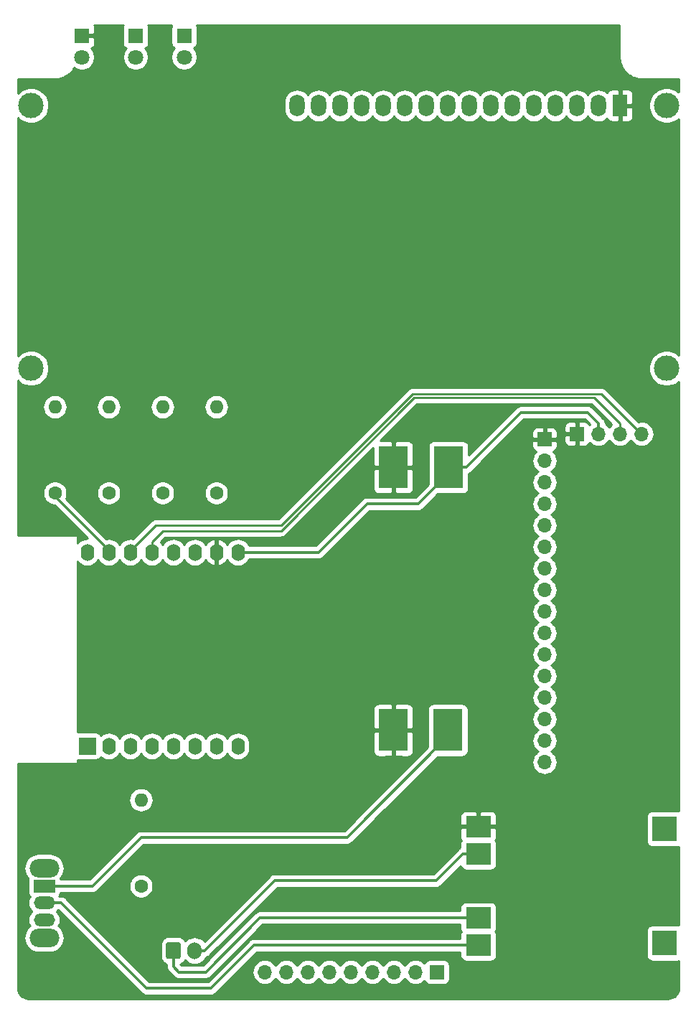
<source format=gbr>
G04 #@! TF.GenerationSoftware,KiCad,Pcbnew,(5.1.2)-1*
G04 #@! TF.CreationDate,2019-10-17T22:12:22+01:00*
G04 #@! TF.ProjectId,Keypad,4b657970-6164-42e6-9b69-6361645f7063,1*
G04 #@! TF.SameCoordinates,Original*
G04 #@! TF.FileFunction,Copper,L1,Top*
G04 #@! TF.FilePolarity,Positive*
%FSLAX46Y46*%
G04 Gerber Fmt 4.6, Leading zero omitted, Abs format (unit mm)*
G04 Created by KiCad (PCBNEW (5.1.2)-1) date 2019-10-17 22:12:22*
%MOMM*%
%LPD*%
G04 APERTURE LIST*
%ADD10O,1.600000X2.000000*%
%ADD11R,2.000000X2.000000*%
%ADD12R,3.500000X5.000000*%
%ADD13R,3.000000X3.000000*%
%ADD14R,3.000000X2.500000*%
%ADD15R,1.800000X2.600000*%
%ADD16O,1.800000X2.600000*%
%ADD17C,3.000000*%
%ADD18C,0.100000*%
%ADD19C,1.700000*%
%ADD20O,1.700000X2.000000*%
%ADD21R,1.800000X1.800000*%
%ADD22C,1.800000*%
%ADD23R,1.700000X1.700000*%
%ADD24O,1.700000X1.700000*%
%ADD25C,1.600000*%
%ADD26O,1.600000X1.600000*%
%ADD27R,2.500000X1.500000*%
%ADD28O,2.500000X1.500000*%
%ADD29O,3.500000X2.200000*%
%ADD30C,0.350000*%
%ADD31C,0.250000*%
%ADD32C,0.254000*%
G04 APERTURE END LIST*
D10*
X121920000Y-121285000D03*
D11*
X119380000Y-121285000D03*
D10*
X124460000Y-121285000D03*
X127000000Y-121285000D03*
X129540000Y-121285000D03*
X132080000Y-121285000D03*
X134620000Y-121285000D03*
X137160000Y-121285000D03*
X137160000Y-98425000D03*
X134620000Y-98425000D03*
X132080000Y-98425000D03*
X129540000Y-98425000D03*
X127000000Y-98425000D03*
X124460000Y-98425000D03*
X121920000Y-98425000D03*
X119380000Y-98425000D03*
D12*
X161950000Y-119410000D03*
X155500000Y-119410000D03*
X155500000Y-88410000D03*
X162000000Y-88410000D03*
D13*
X187530000Y-144545000D03*
X187530000Y-131045000D03*
D14*
X165530000Y-130795000D03*
X165530000Y-144795000D03*
X165530000Y-141545000D03*
X165530000Y-134045000D03*
D15*
X182245000Y-45720000D03*
D16*
X179705000Y-45720000D03*
X177165000Y-45720000D03*
X174625000Y-45720000D03*
X172085000Y-45720000D03*
X169545000Y-45720000D03*
X167005000Y-45720000D03*
X164465000Y-45720000D03*
X161925000Y-45720000D03*
X159385000Y-45720000D03*
X156845000Y-45720000D03*
X154305000Y-45720000D03*
X151765000Y-45720000D03*
X149225000Y-45720000D03*
X146685000Y-45720000D03*
X144145000Y-45720000D03*
D17*
X187744100Y-45720000D03*
X187744100Y-76720700D03*
X112745520Y-76720700D03*
X112745000Y-45720000D03*
D18*
G36*
X130164504Y-144416204D02*
G01*
X130188773Y-144419804D01*
X130212571Y-144425765D01*
X130235671Y-144434030D01*
X130257849Y-144444520D01*
X130278893Y-144457133D01*
X130298598Y-144471747D01*
X130316777Y-144488223D01*
X130333253Y-144506402D01*
X130347867Y-144526107D01*
X130360480Y-144547151D01*
X130370970Y-144569329D01*
X130379235Y-144592429D01*
X130385196Y-144616227D01*
X130388796Y-144640496D01*
X130390000Y-144665000D01*
X130390000Y-146165000D01*
X130388796Y-146189504D01*
X130385196Y-146213773D01*
X130379235Y-146237571D01*
X130370970Y-146260671D01*
X130360480Y-146282849D01*
X130347867Y-146303893D01*
X130333253Y-146323598D01*
X130316777Y-146341777D01*
X130298598Y-146358253D01*
X130278893Y-146372867D01*
X130257849Y-146385480D01*
X130235671Y-146395970D01*
X130212571Y-146404235D01*
X130188773Y-146410196D01*
X130164504Y-146413796D01*
X130140000Y-146415000D01*
X128940000Y-146415000D01*
X128915496Y-146413796D01*
X128891227Y-146410196D01*
X128867429Y-146404235D01*
X128844329Y-146395970D01*
X128822151Y-146385480D01*
X128801107Y-146372867D01*
X128781402Y-146358253D01*
X128763223Y-146341777D01*
X128746747Y-146323598D01*
X128732133Y-146303893D01*
X128719520Y-146282849D01*
X128709030Y-146260671D01*
X128700765Y-146237571D01*
X128694804Y-146213773D01*
X128691204Y-146189504D01*
X128690000Y-146165000D01*
X128690000Y-144665000D01*
X128691204Y-144640496D01*
X128694804Y-144616227D01*
X128700765Y-144592429D01*
X128709030Y-144569329D01*
X128719520Y-144547151D01*
X128732133Y-144526107D01*
X128746747Y-144506402D01*
X128763223Y-144488223D01*
X128781402Y-144471747D01*
X128801107Y-144457133D01*
X128822151Y-144444520D01*
X128844329Y-144434030D01*
X128867429Y-144425765D01*
X128891227Y-144419804D01*
X128915496Y-144416204D01*
X128940000Y-144415000D01*
X130140000Y-144415000D01*
X130164504Y-144416204D01*
X130164504Y-144416204D01*
G37*
D19*
X129540000Y-145415000D03*
D20*
X132040000Y-145415000D03*
D21*
X130810000Y-37465000D03*
D22*
X130810000Y-40005000D03*
X125095000Y-40005000D03*
D21*
X125095000Y-37465000D03*
X118745000Y-37465000D03*
D22*
X118745000Y-40005000D03*
D23*
X177165000Y-84455000D03*
D24*
X179705000Y-84455000D03*
X182245000Y-84455000D03*
X184785000Y-84455000D03*
D23*
X173355000Y-85090000D03*
D24*
X173355000Y-87630000D03*
X173355000Y-90170000D03*
X173355000Y-92710000D03*
X173355000Y-95250000D03*
X173355000Y-97790000D03*
X173355000Y-100330000D03*
X173355000Y-102870000D03*
X173355000Y-105410000D03*
X173355000Y-107950000D03*
X173355000Y-110490000D03*
X173355000Y-113030000D03*
X173355000Y-115570000D03*
X173355000Y-118110000D03*
X173355000Y-120650000D03*
X173355000Y-123190000D03*
D23*
X160655000Y-147955000D03*
D24*
X158115000Y-147955000D03*
X155575000Y-147955000D03*
X153035000Y-147955000D03*
X150495000Y-147955000D03*
X147955000Y-147955000D03*
X145415000Y-147955000D03*
X142875000Y-147955000D03*
X140335000Y-147955000D03*
D25*
X128270000Y-91440000D03*
D26*
X128270000Y-81280000D03*
X121920000Y-81280000D03*
D25*
X121920000Y-91440000D03*
X115570000Y-91440000D03*
D26*
X115570000Y-81280000D03*
D25*
X134620000Y-91440000D03*
D26*
X134620000Y-81280000D03*
X125730000Y-127635000D03*
D25*
X125730000Y-137795000D03*
D27*
X114300000Y-137795000D03*
D28*
X114300000Y-139795000D03*
X114300000Y-141795000D03*
D29*
X114300000Y-135695000D03*
X114300000Y-143895000D03*
D30*
X129540000Y-147320000D02*
X129540000Y-145415000D01*
X130175000Y-147955000D02*
X129540000Y-147320000D01*
X133350000Y-147955000D02*
X130175000Y-147955000D01*
X165530000Y-141545000D02*
X139760000Y-141545000D01*
X139760000Y-141545000D02*
X133350000Y-147955000D01*
D31*
X164030000Y-134045000D02*
X163970000Y-133985000D01*
X165530000Y-134045000D02*
X164030000Y-134045000D01*
D30*
X163680000Y-134045000D02*
X160565000Y-137160000D01*
X165530000Y-134045000D02*
X163680000Y-134045000D01*
X133240000Y-145415000D02*
X132040000Y-145415000D01*
X141495000Y-137160000D02*
X133240000Y-145415000D01*
X160565000Y-137160000D02*
X141495000Y-137160000D01*
D31*
X115570000Y-91875000D02*
X115570000Y-91440000D01*
X121920000Y-98225000D02*
X115570000Y-91875000D01*
X121920000Y-98425000D02*
X121920000Y-98225000D01*
D30*
X137160000Y-98425000D02*
X146685000Y-98425000D01*
X146685000Y-98425000D02*
X152400000Y-92710000D01*
X162000000Y-89160000D02*
X162000000Y-88410000D01*
X158450000Y-92710000D02*
X162000000Y-89160000D01*
X152400000Y-92710000D02*
X158450000Y-92710000D01*
X179705000Y-83185000D02*
X179705000Y-84455000D01*
X178435000Y-81915000D02*
X179705000Y-83185000D01*
X170595000Y-81915000D02*
X178435000Y-81915000D01*
X162000000Y-88410000D02*
X164100000Y-88410000D01*
X164100000Y-88410000D02*
X170595000Y-81915000D01*
D31*
X127000000Y-97175000D02*
X128290000Y-95885000D01*
X127000000Y-98425000D02*
X127000000Y-97175000D01*
X128290000Y-95885000D02*
X142240000Y-95885000D01*
X182245000Y-83252919D02*
X182245000Y-84455000D01*
X179187072Y-80194991D02*
X182245000Y-83252919D01*
X142240000Y-95885000D02*
X157930009Y-80194991D01*
X157930009Y-80194991D02*
X179187072Y-80194991D01*
X124460000Y-98225000D02*
X127435000Y-95250000D01*
X124460000Y-98425000D02*
X124460000Y-98225000D01*
X142238590Y-95250000D02*
X157743609Y-79744981D01*
X127435000Y-95250000D02*
X142238590Y-95250000D01*
X180074981Y-79744981D02*
X184785000Y-84455000D01*
X157743609Y-79744981D02*
X180074981Y-79744981D01*
D30*
X114300000Y-137795000D02*
X120015000Y-137795000D01*
X120015000Y-137795000D02*
X125730000Y-132080000D01*
X161950000Y-120160000D02*
X161950000Y-119410000D01*
X150030000Y-132080000D02*
X161950000Y-120160000D01*
X125730000Y-132080000D02*
X150030000Y-132080000D01*
X165530000Y-144795000D02*
X139050000Y-144795000D01*
X139050000Y-144795000D02*
X133985000Y-149860000D01*
X133985000Y-149860000D02*
X126365000Y-149860000D01*
X116300000Y-139795000D02*
X114300000Y-139795000D01*
X126365000Y-149860000D02*
X116300000Y-139795000D01*
D32*
G36*
X123605498Y-36320820D02*
G01*
X123569188Y-36440518D01*
X123556928Y-36565000D01*
X123556928Y-38365000D01*
X123569188Y-38489482D01*
X123605498Y-38609180D01*
X123664463Y-38719494D01*
X123743815Y-38816185D01*
X123840506Y-38895537D01*
X123950820Y-38954502D01*
X123969127Y-38960056D01*
X123902688Y-39026495D01*
X123734701Y-39277905D01*
X123618989Y-39557257D01*
X123560000Y-39853816D01*
X123560000Y-40156184D01*
X123618989Y-40452743D01*
X123734701Y-40732095D01*
X123902688Y-40983505D01*
X124116495Y-41197312D01*
X124367905Y-41365299D01*
X124647257Y-41481011D01*
X124943816Y-41540000D01*
X125246184Y-41540000D01*
X125542743Y-41481011D01*
X125822095Y-41365299D01*
X126073505Y-41197312D01*
X126287312Y-40983505D01*
X126455299Y-40732095D01*
X126571011Y-40452743D01*
X126630000Y-40156184D01*
X126630000Y-39853816D01*
X126571011Y-39557257D01*
X126455299Y-39277905D01*
X126287312Y-39026495D01*
X126220873Y-38960056D01*
X126239180Y-38954502D01*
X126349494Y-38895537D01*
X126446185Y-38816185D01*
X126525537Y-38719494D01*
X126584502Y-38609180D01*
X126620812Y-38489482D01*
X126633072Y-38365000D01*
X126633072Y-36565000D01*
X126620812Y-36440518D01*
X126584502Y-36320820D01*
X126543975Y-36245000D01*
X129361025Y-36245000D01*
X129320498Y-36320820D01*
X129284188Y-36440518D01*
X129271928Y-36565000D01*
X129271928Y-38365000D01*
X129284188Y-38489482D01*
X129320498Y-38609180D01*
X129379463Y-38719494D01*
X129458815Y-38816185D01*
X129555506Y-38895537D01*
X129665820Y-38954502D01*
X129684127Y-38960056D01*
X129617688Y-39026495D01*
X129449701Y-39277905D01*
X129333989Y-39557257D01*
X129275000Y-39853816D01*
X129275000Y-40156184D01*
X129333989Y-40452743D01*
X129449701Y-40732095D01*
X129617688Y-40983505D01*
X129831495Y-41197312D01*
X130082905Y-41365299D01*
X130362257Y-41481011D01*
X130658816Y-41540000D01*
X130961184Y-41540000D01*
X131257743Y-41481011D01*
X131537095Y-41365299D01*
X131788505Y-41197312D01*
X132002312Y-40983505D01*
X132170299Y-40732095D01*
X132286011Y-40452743D01*
X132345000Y-40156184D01*
X132345000Y-39853816D01*
X132286011Y-39557257D01*
X132170299Y-39277905D01*
X132002312Y-39026495D01*
X131935873Y-38960056D01*
X131954180Y-38954502D01*
X132064494Y-38895537D01*
X132161185Y-38816185D01*
X132240537Y-38719494D01*
X132299502Y-38609180D01*
X132335812Y-38489482D01*
X132348072Y-38365000D01*
X132348072Y-36565000D01*
X132335812Y-36440518D01*
X132299502Y-36320820D01*
X132258975Y-36245000D01*
X182195000Y-36245000D01*
X182195001Y-40038647D01*
X182197948Y-40068563D01*
X182197865Y-40080383D01*
X182198799Y-40089902D01*
X182237662Y-40459656D01*
X182250139Y-40520437D01*
X182261779Y-40581458D01*
X182264544Y-40590614D01*
X182374485Y-40945777D01*
X182398549Y-41003023D01*
X182421801Y-41060574D01*
X182426291Y-41069019D01*
X182603123Y-41396064D01*
X182637858Y-41447561D01*
X182671837Y-41499486D01*
X182677882Y-41506898D01*
X182914871Y-41793368D01*
X182958908Y-41837098D01*
X183002362Y-41881472D01*
X183009731Y-41887569D01*
X183297849Y-42122552D01*
X183349582Y-42156924D01*
X183400788Y-42191985D01*
X183409201Y-42196534D01*
X183737474Y-42371079D01*
X183794884Y-42394742D01*
X183851937Y-42419195D01*
X183861073Y-42422024D01*
X184216996Y-42529483D01*
X184277857Y-42541534D01*
X184338629Y-42554451D01*
X184348140Y-42555451D01*
X184718156Y-42591731D01*
X184718163Y-42591731D01*
X184751353Y-42595000D01*
X189180000Y-42595000D01*
X189180000Y-44136554D01*
X189105083Y-44061637D01*
X188755402Y-43827988D01*
X188366856Y-43667047D01*
X187954379Y-43585000D01*
X187533821Y-43585000D01*
X187121344Y-43667047D01*
X186732798Y-43827988D01*
X186383117Y-44061637D01*
X186085737Y-44359017D01*
X185852088Y-44708698D01*
X185691147Y-45097244D01*
X185609100Y-45509721D01*
X185609100Y-45930279D01*
X185691147Y-46342756D01*
X185852088Y-46731302D01*
X186085737Y-47080983D01*
X186383117Y-47378363D01*
X186732798Y-47612012D01*
X187121344Y-47772953D01*
X187533821Y-47855000D01*
X187954379Y-47855000D01*
X188366856Y-47772953D01*
X188755402Y-47612012D01*
X189105083Y-47378363D01*
X189180000Y-47303446D01*
X189180000Y-75137254D01*
X189105083Y-75062337D01*
X188755402Y-74828688D01*
X188366856Y-74667747D01*
X187954379Y-74585700D01*
X187533821Y-74585700D01*
X187121344Y-74667747D01*
X186732798Y-74828688D01*
X186383117Y-75062337D01*
X186085737Y-75359717D01*
X185852088Y-75709398D01*
X185691147Y-76097944D01*
X185609100Y-76510421D01*
X185609100Y-76930979D01*
X185691147Y-77343456D01*
X185852088Y-77732002D01*
X186085737Y-78081683D01*
X186383117Y-78379063D01*
X186732798Y-78612712D01*
X187121344Y-78773653D01*
X187533821Y-78855700D01*
X187954379Y-78855700D01*
X188366856Y-78773653D01*
X188755402Y-78612712D01*
X189105083Y-78379063D01*
X189180000Y-78304146D01*
X189180001Y-128926929D01*
X189154482Y-128919188D01*
X189030000Y-128906928D01*
X186030000Y-128906928D01*
X185905518Y-128919188D01*
X185785820Y-128955498D01*
X185675506Y-129014463D01*
X185578815Y-129093815D01*
X185499463Y-129190506D01*
X185440498Y-129300820D01*
X185404188Y-129420518D01*
X185391928Y-129545000D01*
X185391928Y-132545000D01*
X185404188Y-132669482D01*
X185440498Y-132789180D01*
X185499463Y-132899494D01*
X185578815Y-132996185D01*
X185675506Y-133075537D01*
X185785820Y-133134502D01*
X185905518Y-133170812D01*
X186030000Y-133183072D01*
X189030000Y-133183072D01*
X189154482Y-133170812D01*
X189180001Y-133163071D01*
X189180001Y-142426929D01*
X189154482Y-142419188D01*
X189030000Y-142406928D01*
X186030000Y-142406928D01*
X185905518Y-142419188D01*
X185785820Y-142455498D01*
X185675506Y-142514463D01*
X185578815Y-142593815D01*
X185499463Y-142690506D01*
X185440498Y-142800820D01*
X185404188Y-142920518D01*
X185391928Y-143045000D01*
X185391928Y-146045000D01*
X185404188Y-146169482D01*
X185440498Y-146289180D01*
X185499463Y-146399494D01*
X185578815Y-146496185D01*
X185675506Y-146575537D01*
X185785820Y-146634502D01*
X185905518Y-146670812D01*
X186030000Y-146683072D01*
X189030000Y-146683072D01*
X189154482Y-146670812D01*
X189180001Y-146663071D01*
X189180001Y-149826487D01*
X189153543Y-150096327D01*
X189084908Y-150323656D01*
X188973428Y-150533320D01*
X188823343Y-150717341D01*
X188640380Y-150868701D01*
X188431493Y-150981646D01*
X188204653Y-151051865D01*
X187936966Y-151080000D01*
X112428503Y-151080000D01*
X112158673Y-151053543D01*
X111931344Y-150984908D01*
X111721680Y-150873428D01*
X111537659Y-150723343D01*
X111386299Y-150540380D01*
X111273354Y-150331493D01*
X111203135Y-150104653D01*
X111175000Y-149836966D01*
X111175000Y-135695000D01*
X111906606Y-135695000D01*
X111940105Y-136035119D01*
X112039314Y-136362168D01*
X112200421Y-136663578D01*
X112417234Y-136927766D01*
X112423008Y-136932504D01*
X112411928Y-137045000D01*
X112411928Y-138545000D01*
X112424188Y-138669482D01*
X112460498Y-138789180D01*
X112519463Y-138899494D01*
X112598815Y-138996185D01*
X112638940Y-139029114D01*
X112514236Y-139262419D01*
X112435040Y-139523493D01*
X112408299Y-139795000D01*
X112435040Y-140066507D01*
X112514236Y-140327581D01*
X112642843Y-140568188D01*
X112815919Y-140779081D01*
X112835316Y-140795000D01*
X112815919Y-140810919D01*
X112642843Y-141021812D01*
X112514236Y-141262419D01*
X112435040Y-141523493D01*
X112408299Y-141795000D01*
X112435040Y-142066507D01*
X112514236Y-142327581D01*
X112608994Y-142504861D01*
X112417234Y-142662234D01*
X112200421Y-142926422D01*
X112039314Y-143227832D01*
X111940105Y-143554881D01*
X111906606Y-143895000D01*
X111940105Y-144235119D01*
X112039314Y-144562168D01*
X112200421Y-144863578D01*
X112417234Y-145127766D01*
X112681422Y-145344579D01*
X112982832Y-145505686D01*
X113309881Y-145604895D01*
X113564775Y-145630000D01*
X115035225Y-145630000D01*
X115290119Y-145604895D01*
X115617168Y-145505686D01*
X115918578Y-145344579D01*
X116182766Y-145127766D01*
X116399579Y-144863578D01*
X116560686Y-144562168D01*
X116659895Y-144235119D01*
X116693394Y-143895000D01*
X116659895Y-143554881D01*
X116560686Y-143227832D01*
X116399579Y-142926422D01*
X116182766Y-142662234D01*
X115991006Y-142504861D01*
X116085764Y-142327581D01*
X116164960Y-142066507D01*
X116191701Y-141795000D01*
X116164960Y-141523493D01*
X116085764Y-141262419D01*
X115957157Y-141021812D01*
X115784081Y-140810919D01*
X115764684Y-140795000D01*
X115784081Y-140779081D01*
X115926946Y-140605000D01*
X115964488Y-140605000D01*
X125764105Y-150404618D01*
X125789472Y-150435528D01*
X125910787Y-150535088D01*
X125912811Y-150536749D01*
X126053526Y-150611963D01*
X126206212Y-150658280D01*
X126365000Y-150673919D01*
X126404791Y-150670000D01*
X133945212Y-150670000D01*
X133985000Y-150673919D01*
X134024788Y-150670000D01*
X134024791Y-150670000D01*
X134143788Y-150658280D01*
X134296473Y-150611963D01*
X134437189Y-150536749D01*
X134560528Y-150435528D01*
X134585900Y-150404612D01*
X137035512Y-147955000D01*
X138842815Y-147955000D01*
X138871487Y-148246111D01*
X138956401Y-148526034D01*
X139094294Y-148784014D01*
X139279866Y-149010134D01*
X139505986Y-149195706D01*
X139763966Y-149333599D01*
X140043889Y-149418513D01*
X140262050Y-149440000D01*
X140407950Y-149440000D01*
X140626111Y-149418513D01*
X140906034Y-149333599D01*
X141164014Y-149195706D01*
X141390134Y-149010134D01*
X141575706Y-148784014D01*
X141605000Y-148729209D01*
X141634294Y-148784014D01*
X141819866Y-149010134D01*
X142045986Y-149195706D01*
X142303966Y-149333599D01*
X142583889Y-149418513D01*
X142802050Y-149440000D01*
X142947950Y-149440000D01*
X143166111Y-149418513D01*
X143446034Y-149333599D01*
X143704014Y-149195706D01*
X143930134Y-149010134D01*
X144115706Y-148784014D01*
X144145000Y-148729209D01*
X144174294Y-148784014D01*
X144359866Y-149010134D01*
X144585986Y-149195706D01*
X144843966Y-149333599D01*
X145123889Y-149418513D01*
X145342050Y-149440000D01*
X145487950Y-149440000D01*
X145706111Y-149418513D01*
X145986034Y-149333599D01*
X146244014Y-149195706D01*
X146470134Y-149010134D01*
X146655706Y-148784014D01*
X146685000Y-148729209D01*
X146714294Y-148784014D01*
X146899866Y-149010134D01*
X147125986Y-149195706D01*
X147383966Y-149333599D01*
X147663889Y-149418513D01*
X147882050Y-149440000D01*
X148027950Y-149440000D01*
X148246111Y-149418513D01*
X148526034Y-149333599D01*
X148784014Y-149195706D01*
X149010134Y-149010134D01*
X149195706Y-148784014D01*
X149225000Y-148729209D01*
X149254294Y-148784014D01*
X149439866Y-149010134D01*
X149665986Y-149195706D01*
X149923966Y-149333599D01*
X150203889Y-149418513D01*
X150422050Y-149440000D01*
X150567950Y-149440000D01*
X150786111Y-149418513D01*
X151066034Y-149333599D01*
X151324014Y-149195706D01*
X151550134Y-149010134D01*
X151735706Y-148784014D01*
X151765000Y-148729209D01*
X151794294Y-148784014D01*
X151979866Y-149010134D01*
X152205986Y-149195706D01*
X152463966Y-149333599D01*
X152743889Y-149418513D01*
X152962050Y-149440000D01*
X153107950Y-149440000D01*
X153326111Y-149418513D01*
X153606034Y-149333599D01*
X153864014Y-149195706D01*
X154090134Y-149010134D01*
X154275706Y-148784014D01*
X154305000Y-148729209D01*
X154334294Y-148784014D01*
X154519866Y-149010134D01*
X154745986Y-149195706D01*
X155003966Y-149333599D01*
X155283889Y-149418513D01*
X155502050Y-149440000D01*
X155647950Y-149440000D01*
X155866111Y-149418513D01*
X156146034Y-149333599D01*
X156404014Y-149195706D01*
X156630134Y-149010134D01*
X156815706Y-148784014D01*
X156845000Y-148729209D01*
X156874294Y-148784014D01*
X157059866Y-149010134D01*
X157285986Y-149195706D01*
X157543966Y-149333599D01*
X157823889Y-149418513D01*
X158042050Y-149440000D01*
X158187950Y-149440000D01*
X158406111Y-149418513D01*
X158686034Y-149333599D01*
X158944014Y-149195706D01*
X159170134Y-149010134D01*
X159194607Y-148980313D01*
X159215498Y-149049180D01*
X159274463Y-149159494D01*
X159353815Y-149256185D01*
X159450506Y-149335537D01*
X159560820Y-149394502D01*
X159680518Y-149430812D01*
X159805000Y-149443072D01*
X161505000Y-149443072D01*
X161629482Y-149430812D01*
X161749180Y-149394502D01*
X161859494Y-149335537D01*
X161956185Y-149256185D01*
X162035537Y-149159494D01*
X162094502Y-149049180D01*
X162130812Y-148929482D01*
X162143072Y-148805000D01*
X162143072Y-147105000D01*
X162130812Y-146980518D01*
X162094502Y-146860820D01*
X162035537Y-146750506D01*
X161956185Y-146653815D01*
X161859494Y-146574463D01*
X161749180Y-146515498D01*
X161629482Y-146479188D01*
X161505000Y-146466928D01*
X159805000Y-146466928D01*
X159680518Y-146479188D01*
X159560820Y-146515498D01*
X159450506Y-146574463D01*
X159353815Y-146653815D01*
X159274463Y-146750506D01*
X159215498Y-146860820D01*
X159194607Y-146929687D01*
X159170134Y-146899866D01*
X158944014Y-146714294D01*
X158686034Y-146576401D01*
X158406111Y-146491487D01*
X158187950Y-146470000D01*
X158042050Y-146470000D01*
X157823889Y-146491487D01*
X157543966Y-146576401D01*
X157285986Y-146714294D01*
X157059866Y-146899866D01*
X156874294Y-147125986D01*
X156845000Y-147180791D01*
X156815706Y-147125986D01*
X156630134Y-146899866D01*
X156404014Y-146714294D01*
X156146034Y-146576401D01*
X155866111Y-146491487D01*
X155647950Y-146470000D01*
X155502050Y-146470000D01*
X155283889Y-146491487D01*
X155003966Y-146576401D01*
X154745986Y-146714294D01*
X154519866Y-146899866D01*
X154334294Y-147125986D01*
X154305000Y-147180791D01*
X154275706Y-147125986D01*
X154090134Y-146899866D01*
X153864014Y-146714294D01*
X153606034Y-146576401D01*
X153326111Y-146491487D01*
X153107950Y-146470000D01*
X152962050Y-146470000D01*
X152743889Y-146491487D01*
X152463966Y-146576401D01*
X152205986Y-146714294D01*
X151979866Y-146899866D01*
X151794294Y-147125986D01*
X151765000Y-147180791D01*
X151735706Y-147125986D01*
X151550134Y-146899866D01*
X151324014Y-146714294D01*
X151066034Y-146576401D01*
X150786111Y-146491487D01*
X150567950Y-146470000D01*
X150422050Y-146470000D01*
X150203889Y-146491487D01*
X149923966Y-146576401D01*
X149665986Y-146714294D01*
X149439866Y-146899866D01*
X149254294Y-147125986D01*
X149225000Y-147180791D01*
X149195706Y-147125986D01*
X149010134Y-146899866D01*
X148784014Y-146714294D01*
X148526034Y-146576401D01*
X148246111Y-146491487D01*
X148027950Y-146470000D01*
X147882050Y-146470000D01*
X147663889Y-146491487D01*
X147383966Y-146576401D01*
X147125986Y-146714294D01*
X146899866Y-146899866D01*
X146714294Y-147125986D01*
X146685000Y-147180791D01*
X146655706Y-147125986D01*
X146470134Y-146899866D01*
X146244014Y-146714294D01*
X145986034Y-146576401D01*
X145706111Y-146491487D01*
X145487950Y-146470000D01*
X145342050Y-146470000D01*
X145123889Y-146491487D01*
X144843966Y-146576401D01*
X144585986Y-146714294D01*
X144359866Y-146899866D01*
X144174294Y-147125986D01*
X144145000Y-147180791D01*
X144115706Y-147125986D01*
X143930134Y-146899866D01*
X143704014Y-146714294D01*
X143446034Y-146576401D01*
X143166111Y-146491487D01*
X142947950Y-146470000D01*
X142802050Y-146470000D01*
X142583889Y-146491487D01*
X142303966Y-146576401D01*
X142045986Y-146714294D01*
X141819866Y-146899866D01*
X141634294Y-147125986D01*
X141605000Y-147180791D01*
X141575706Y-147125986D01*
X141390134Y-146899866D01*
X141164014Y-146714294D01*
X140906034Y-146576401D01*
X140626111Y-146491487D01*
X140407950Y-146470000D01*
X140262050Y-146470000D01*
X140043889Y-146491487D01*
X139763966Y-146576401D01*
X139505986Y-146714294D01*
X139279866Y-146899866D01*
X139094294Y-147125986D01*
X138956401Y-147383966D01*
X138871487Y-147663889D01*
X138842815Y-147955000D01*
X137035512Y-147955000D01*
X139385513Y-145605000D01*
X163391928Y-145605000D01*
X163391928Y-146045000D01*
X163404188Y-146169482D01*
X163440498Y-146289180D01*
X163499463Y-146399494D01*
X163578815Y-146496185D01*
X163675506Y-146575537D01*
X163785820Y-146634502D01*
X163905518Y-146670812D01*
X164030000Y-146683072D01*
X167030000Y-146683072D01*
X167154482Y-146670812D01*
X167274180Y-146634502D01*
X167384494Y-146575537D01*
X167481185Y-146496185D01*
X167560537Y-146399494D01*
X167619502Y-146289180D01*
X167655812Y-146169482D01*
X167668072Y-146045000D01*
X167668072Y-143545000D01*
X167655812Y-143420518D01*
X167619502Y-143300820D01*
X167560537Y-143190506D01*
X167543708Y-143170000D01*
X167560537Y-143149494D01*
X167619502Y-143039180D01*
X167655812Y-142919482D01*
X167668072Y-142795000D01*
X167668072Y-140295000D01*
X167655812Y-140170518D01*
X167619502Y-140050820D01*
X167560537Y-139940506D01*
X167481185Y-139843815D01*
X167384494Y-139764463D01*
X167274180Y-139705498D01*
X167154482Y-139669188D01*
X167030000Y-139656928D01*
X164030000Y-139656928D01*
X163905518Y-139669188D01*
X163785820Y-139705498D01*
X163675506Y-139764463D01*
X163578815Y-139843815D01*
X163499463Y-139940506D01*
X163440498Y-140050820D01*
X163404188Y-140170518D01*
X163391928Y-140295000D01*
X163391928Y-140735000D01*
X139799788Y-140735000D01*
X139760000Y-140731081D01*
X139720212Y-140735000D01*
X139720209Y-140735000D01*
X139601212Y-140746720D01*
X139448527Y-140793037D01*
X139415072Y-140810919D01*
X139307810Y-140868251D01*
X139243796Y-140920786D01*
X139184472Y-140969472D01*
X139159105Y-141000382D01*
X133014488Y-147145000D01*
X130510513Y-147145000D01*
X130380977Y-147015465D01*
X130479850Y-146985472D01*
X130633386Y-146903405D01*
X130767962Y-146792962D01*
X130878405Y-146658386D01*
X130932777Y-146556663D01*
X130984866Y-146620134D01*
X131210987Y-146805706D01*
X131468967Y-146943599D01*
X131748890Y-147028513D01*
X132040000Y-147057185D01*
X132331111Y-147028513D01*
X132611034Y-146943599D01*
X132869014Y-146805706D01*
X133095134Y-146620134D01*
X133280706Y-146394014D01*
X133376116Y-146215513D01*
X133398788Y-146213280D01*
X133551473Y-146166963D01*
X133692189Y-146091749D01*
X133815528Y-145990528D01*
X133840900Y-145959612D01*
X141830513Y-137970000D01*
X160525212Y-137970000D01*
X160565000Y-137973919D01*
X160604788Y-137970000D01*
X160604791Y-137970000D01*
X160723788Y-137958280D01*
X160876473Y-137911963D01*
X161017189Y-137836749D01*
X161140528Y-137735528D01*
X161165900Y-137704612D01*
X163415090Y-135455422D01*
X163440498Y-135539180D01*
X163499463Y-135649494D01*
X163578815Y-135746185D01*
X163675506Y-135825537D01*
X163785820Y-135884502D01*
X163905518Y-135920812D01*
X164030000Y-135933072D01*
X167030000Y-135933072D01*
X167154482Y-135920812D01*
X167274180Y-135884502D01*
X167384494Y-135825537D01*
X167481185Y-135746185D01*
X167560537Y-135649494D01*
X167619502Y-135539180D01*
X167655812Y-135419482D01*
X167668072Y-135295000D01*
X167668072Y-132795000D01*
X167655812Y-132670518D01*
X167619502Y-132550820D01*
X167560537Y-132440506D01*
X167543708Y-132420000D01*
X167560537Y-132399494D01*
X167619502Y-132289180D01*
X167655812Y-132169482D01*
X167668072Y-132045000D01*
X167665000Y-131080750D01*
X167506250Y-130922000D01*
X165657000Y-130922000D01*
X165657000Y-130942000D01*
X165403000Y-130942000D01*
X165403000Y-130922000D01*
X163553750Y-130922000D01*
X163395000Y-131080750D01*
X163391928Y-132045000D01*
X163404188Y-132169482D01*
X163440498Y-132289180D01*
X163499463Y-132399494D01*
X163516292Y-132420000D01*
X163499463Y-132440506D01*
X163440498Y-132550820D01*
X163404188Y-132670518D01*
X163391928Y-132795000D01*
X163391928Y-133285938D01*
X163368527Y-133293037D01*
X163303024Y-133328049D01*
X163227810Y-133368251D01*
X163176908Y-133410026D01*
X163104472Y-133469472D01*
X163079105Y-133500382D01*
X160229488Y-136350000D01*
X141534788Y-136350000D01*
X141495000Y-136346081D01*
X141455212Y-136350000D01*
X141455209Y-136350000D01*
X141336212Y-136361720D01*
X141183527Y-136408037D01*
X141162665Y-136419188D01*
X141042810Y-136483251D01*
X140993986Y-136523320D01*
X140919472Y-136584472D01*
X140894107Y-136615380D01*
X133187308Y-144322180D01*
X133095134Y-144209866D01*
X132869013Y-144024294D01*
X132611033Y-143886401D01*
X132331110Y-143801487D01*
X132040000Y-143772815D01*
X131748889Y-143801487D01*
X131468966Y-143886401D01*
X131210986Y-144024294D01*
X130984866Y-144209866D01*
X130932777Y-144273337D01*
X130878405Y-144171614D01*
X130767962Y-144037038D01*
X130633386Y-143926595D01*
X130479850Y-143844528D01*
X130313254Y-143793992D01*
X130140000Y-143776928D01*
X128940000Y-143776928D01*
X128766746Y-143793992D01*
X128600150Y-143844528D01*
X128446614Y-143926595D01*
X128312038Y-144037038D01*
X128201595Y-144171614D01*
X128119528Y-144325150D01*
X128068992Y-144491746D01*
X128051928Y-144665000D01*
X128051928Y-146165000D01*
X128068992Y-146338254D01*
X128119528Y-146504850D01*
X128201595Y-146658386D01*
X128312038Y-146792962D01*
X128446614Y-146903405D01*
X128600150Y-146985472D01*
X128730000Y-147024861D01*
X128730000Y-147280211D01*
X128726081Y-147320000D01*
X128730000Y-147359788D01*
X128730000Y-147359790D01*
X128741720Y-147478787D01*
X128788037Y-147631472D01*
X128788038Y-147631473D01*
X128863251Y-147772189D01*
X128894703Y-147810513D01*
X128964472Y-147895528D01*
X128995387Y-147920899D01*
X129574105Y-148499618D01*
X129599472Y-148530528D01*
X129630380Y-148555893D01*
X129722811Y-148631749D01*
X129863526Y-148706963D01*
X129899063Y-148717743D01*
X130016212Y-148753280D01*
X130135209Y-148765000D01*
X130135212Y-148765000D01*
X130175000Y-148768919D01*
X130214788Y-148765000D01*
X133310212Y-148765000D01*
X133350000Y-148768919D01*
X133389788Y-148765000D01*
X133389791Y-148765000D01*
X133508788Y-148753280D01*
X133661473Y-148706963D01*
X133802189Y-148631749D01*
X133925528Y-148530528D01*
X133950900Y-148499612D01*
X140095513Y-142355000D01*
X163391928Y-142355000D01*
X163391928Y-142795000D01*
X163404188Y-142919482D01*
X163440498Y-143039180D01*
X163499463Y-143149494D01*
X163516292Y-143170000D01*
X163499463Y-143190506D01*
X163440498Y-143300820D01*
X163404188Y-143420518D01*
X163391928Y-143545000D01*
X163391928Y-143985000D01*
X139089788Y-143985000D01*
X139050000Y-143981081D01*
X139010212Y-143985000D01*
X139010209Y-143985000D01*
X138891212Y-143996720D01*
X138800314Y-144024294D01*
X138738526Y-144043037D01*
X138597811Y-144118251D01*
X138474472Y-144219472D01*
X138449105Y-144250382D01*
X133649488Y-149050000D01*
X126700513Y-149050000D01*
X116900900Y-139250388D01*
X116875528Y-139219472D01*
X116752189Y-139118251D01*
X116611473Y-139043037D01*
X116458788Y-138996720D01*
X116339791Y-138985000D01*
X116339788Y-138985000D01*
X116300000Y-138981081D01*
X116260212Y-138985000D01*
X116010364Y-138985000D01*
X116080537Y-138899494D01*
X116139502Y-138789180D01*
X116175812Y-138669482D01*
X116182163Y-138605000D01*
X119975212Y-138605000D01*
X120015000Y-138608919D01*
X120054788Y-138605000D01*
X120054791Y-138605000D01*
X120173788Y-138593280D01*
X120326473Y-138546963D01*
X120467189Y-138471749D01*
X120590528Y-138370528D01*
X120615900Y-138339612D01*
X121301847Y-137653665D01*
X124295000Y-137653665D01*
X124295000Y-137936335D01*
X124350147Y-138213574D01*
X124458320Y-138474727D01*
X124615363Y-138709759D01*
X124815241Y-138909637D01*
X125050273Y-139066680D01*
X125311426Y-139174853D01*
X125588665Y-139230000D01*
X125871335Y-139230000D01*
X126148574Y-139174853D01*
X126409727Y-139066680D01*
X126644759Y-138909637D01*
X126844637Y-138709759D01*
X127001680Y-138474727D01*
X127109853Y-138213574D01*
X127165000Y-137936335D01*
X127165000Y-137653665D01*
X127109853Y-137376426D01*
X127001680Y-137115273D01*
X126844637Y-136880241D01*
X126644759Y-136680363D01*
X126409727Y-136523320D01*
X126148574Y-136415147D01*
X125871335Y-136360000D01*
X125588665Y-136360000D01*
X125311426Y-136415147D01*
X125050273Y-136523320D01*
X124815241Y-136680363D01*
X124615363Y-136880241D01*
X124458320Y-137115273D01*
X124350147Y-137376426D01*
X124295000Y-137653665D01*
X121301847Y-137653665D01*
X126065513Y-132890000D01*
X149990212Y-132890000D01*
X150030000Y-132893919D01*
X150069788Y-132890000D01*
X150069791Y-132890000D01*
X150188788Y-132878280D01*
X150341473Y-132831963D01*
X150482189Y-132756749D01*
X150605528Y-132655528D01*
X150630900Y-132624612D01*
X153710512Y-129545000D01*
X163391928Y-129545000D01*
X163395000Y-130509250D01*
X163553750Y-130668000D01*
X165403000Y-130668000D01*
X165403000Y-129068750D01*
X165657000Y-129068750D01*
X165657000Y-130668000D01*
X167506250Y-130668000D01*
X167665000Y-130509250D01*
X167668072Y-129545000D01*
X167655812Y-129420518D01*
X167619502Y-129300820D01*
X167560537Y-129190506D01*
X167481185Y-129093815D01*
X167384494Y-129014463D01*
X167274180Y-128955498D01*
X167154482Y-128919188D01*
X167030000Y-128906928D01*
X165815750Y-128910000D01*
X165657000Y-129068750D01*
X165403000Y-129068750D01*
X165244250Y-128910000D01*
X164030000Y-128906928D01*
X163905518Y-128919188D01*
X163785820Y-128955498D01*
X163675506Y-129014463D01*
X163578815Y-129093815D01*
X163499463Y-129190506D01*
X163440498Y-129300820D01*
X163404188Y-129420518D01*
X163391928Y-129545000D01*
X153710512Y-129545000D01*
X160707441Y-122548072D01*
X163700000Y-122548072D01*
X163824482Y-122535812D01*
X163944180Y-122499502D01*
X164054494Y-122440537D01*
X164151185Y-122361185D01*
X164230537Y-122264494D01*
X164289502Y-122154180D01*
X164325812Y-122034482D01*
X164338072Y-121910000D01*
X164338072Y-116910000D01*
X164325812Y-116785518D01*
X164289502Y-116665820D01*
X164230537Y-116555506D01*
X164151185Y-116458815D01*
X164054494Y-116379463D01*
X163944180Y-116320498D01*
X163824482Y-116284188D01*
X163700000Y-116271928D01*
X160200000Y-116271928D01*
X160075518Y-116284188D01*
X159955820Y-116320498D01*
X159845506Y-116379463D01*
X159748815Y-116458815D01*
X159669463Y-116555506D01*
X159610498Y-116665820D01*
X159574188Y-116785518D01*
X159561928Y-116910000D01*
X159561928Y-121402559D01*
X149694488Y-131270000D01*
X125769791Y-131270000D01*
X125730000Y-131266081D01*
X125571212Y-131281720D01*
X125418526Y-131328037D01*
X125277811Y-131403251D01*
X125154472Y-131504472D01*
X125129107Y-131535380D01*
X119679488Y-136985000D01*
X116182163Y-136985000D01*
X116176992Y-136932504D01*
X116182766Y-136927766D01*
X116399579Y-136663578D01*
X116560686Y-136362168D01*
X116659895Y-136035119D01*
X116693394Y-135695000D01*
X116659895Y-135354881D01*
X116560686Y-135027832D01*
X116399579Y-134726422D01*
X116182766Y-134462234D01*
X115918578Y-134245421D01*
X115617168Y-134084314D01*
X115290119Y-133985105D01*
X115035225Y-133960000D01*
X113564775Y-133960000D01*
X113309881Y-133985105D01*
X112982832Y-134084314D01*
X112681422Y-134245421D01*
X112417234Y-134462234D01*
X112200421Y-134726422D01*
X112039314Y-135027832D01*
X111940105Y-135354881D01*
X111906606Y-135695000D01*
X111175000Y-135695000D01*
X111175000Y-127635000D01*
X124288057Y-127635000D01*
X124315764Y-127916309D01*
X124397818Y-128186808D01*
X124531068Y-128436101D01*
X124710392Y-128654608D01*
X124928899Y-128833932D01*
X125178192Y-128967182D01*
X125448691Y-129049236D01*
X125659508Y-129070000D01*
X125800492Y-129070000D01*
X126011309Y-129049236D01*
X126281808Y-128967182D01*
X126531101Y-128833932D01*
X126749608Y-128654608D01*
X126928932Y-128436101D01*
X127062182Y-128186808D01*
X127144236Y-127916309D01*
X127171943Y-127635000D01*
X127144236Y-127353691D01*
X127062182Y-127083192D01*
X126928932Y-126833899D01*
X126749608Y-126615392D01*
X126531101Y-126436068D01*
X126281808Y-126302818D01*
X126011309Y-126220764D01*
X125800492Y-126200000D01*
X125659508Y-126200000D01*
X125448691Y-126220764D01*
X125178192Y-126302818D01*
X124928899Y-126436068D01*
X124710392Y-126615392D01*
X124531068Y-126833899D01*
X124397818Y-127083192D01*
X124315764Y-127353691D01*
X124288057Y-127635000D01*
X111175000Y-127635000D01*
X111175000Y-123317000D01*
X118110000Y-123317000D01*
X118134776Y-123314560D01*
X118158601Y-123307333D01*
X118180557Y-123295597D01*
X118199803Y-123279803D01*
X118215597Y-123260557D01*
X118227333Y-123238601D01*
X118234560Y-123214776D01*
X118237000Y-123190000D01*
X118237000Y-122905195D01*
X118255518Y-122910812D01*
X118380000Y-122923072D01*
X120380000Y-122923072D01*
X120504482Y-122910812D01*
X120624180Y-122874502D01*
X120734494Y-122815537D01*
X120831185Y-122736185D01*
X120910537Y-122639494D01*
X120957559Y-122551523D01*
X121118900Y-122683932D01*
X121368193Y-122817182D01*
X121638692Y-122899236D01*
X121920000Y-122926943D01*
X122201309Y-122899236D01*
X122471808Y-122817182D01*
X122721101Y-122683932D01*
X122939608Y-122504608D01*
X123118932Y-122286101D01*
X123190000Y-122153142D01*
X123261068Y-122286101D01*
X123440393Y-122504608D01*
X123658900Y-122683932D01*
X123908193Y-122817182D01*
X124178692Y-122899236D01*
X124460000Y-122926943D01*
X124741309Y-122899236D01*
X125011808Y-122817182D01*
X125261101Y-122683932D01*
X125479608Y-122504608D01*
X125658932Y-122286101D01*
X125730000Y-122153142D01*
X125801068Y-122286101D01*
X125980393Y-122504608D01*
X126198900Y-122683932D01*
X126448193Y-122817182D01*
X126718692Y-122899236D01*
X127000000Y-122926943D01*
X127281309Y-122899236D01*
X127551808Y-122817182D01*
X127801101Y-122683932D01*
X128019608Y-122504608D01*
X128198932Y-122286101D01*
X128270000Y-122153142D01*
X128341068Y-122286101D01*
X128520393Y-122504608D01*
X128738900Y-122683932D01*
X128988193Y-122817182D01*
X129258692Y-122899236D01*
X129540000Y-122926943D01*
X129821309Y-122899236D01*
X130091808Y-122817182D01*
X130341101Y-122683932D01*
X130559608Y-122504608D01*
X130738932Y-122286101D01*
X130810000Y-122153142D01*
X130881068Y-122286101D01*
X131060393Y-122504608D01*
X131278900Y-122683932D01*
X131528193Y-122817182D01*
X131798692Y-122899236D01*
X132080000Y-122926943D01*
X132361309Y-122899236D01*
X132631808Y-122817182D01*
X132881101Y-122683932D01*
X133099608Y-122504608D01*
X133278932Y-122286101D01*
X133350000Y-122153142D01*
X133421068Y-122286101D01*
X133600393Y-122504608D01*
X133818900Y-122683932D01*
X134068193Y-122817182D01*
X134338692Y-122899236D01*
X134620000Y-122926943D01*
X134901309Y-122899236D01*
X135171808Y-122817182D01*
X135421101Y-122683932D01*
X135639608Y-122504608D01*
X135818932Y-122286101D01*
X135890000Y-122153142D01*
X135961068Y-122286101D01*
X136140393Y-122504608D01*
X136358900Y-122683932D01*
X136608193Y-122817182D01*
X136878692Y-122899236D01*
X137160000Y-122926943D01*
X137441309Y-122899236D01*
X137711808Y-122817182D01*
X137961101Y-122683932D01*
X138179608Y-122504608D01*
X138358932Y-122286101D01*
X138492182Y-122036807D01*
X138530648Y-121910000D01*
X153111928Y-121910000D01*
X153124188Y-122034482D01*
X153160498Y-122154180D01*
X153219463Y-122264494D01*
X153298815Y-122361185D01*
X153395506Y-122440537D01*
X153505820Y-122499502D01*
X153625518Y-122535812D01*
X153750000Y-122548072D01*
X155214250Y-122545000D01*
X155373000Y-122386250D01*
X155373000Y-119537000D01*
X155627000Y-119537000D01*
X155627000Y-122386250D01*
X155785750Y-122545000D01*
X157250000Y-122548072D01*
X157374482Y-122535812D01*
X157494180Y-122499502D01*
X157604494Y-122440537D01*
X157701185Y-122361185D01*
X157780537Y-122264494D01*
X157839502Y-122154180D01*
X157875812Y-122034482D01*
X157888072Y-121910000D01*
X157885000Y-119695750D01*
X157726250Y-119537000D01*
X155627000Y-119537000D01*
X155373000Y-119537000D01*
X153273750Y-119537000D01*
X153115000Y-119695750D01*
X153111928Y-121910000D01*
X138530648Y-121910000D01*
X138574236Y-121766308D01*
X138595000Y-121555491D01*
X138595000Y-121014508D01*
X138574236Y-120803691D01*
X138492182Y-120533192D01*
X138358932Y-120283899D01*
X138179607Y-120065392D01*
X137961100Y-119886068D01*
X137711807Y-119752818D01*
X137441308Y-119670764D01*
X137160000Y-119643057D01*
X136878691Y-119670764D01*
X136608192Y-119752818D01*
X136358899Y-119886068D01*
X136140392Y-120065393D01*
X135961068Y-120283900D01*
X135890000Y-120416858D01*
X135818932Y-120283899D01*
X135639607Y-120065392D01*
X135421100Y-119886068D01*
X135171807Y-119752818D01*
X134901308Y-119670764D01*
X134620000Y-119643057D01*
X134338691Y-119670764D01*
X134068192Y-119752818D01*
X133818899Y-119886068D01*
X133600392Y-120065393D01*
X133421068Y-120283900D01*
X133350000Y-120416858D01*
X133278932Y-120283899D01*
X133099607Y-120065392D01*
X132881100Y-119886068D01*
X132631807Y-119752818D01*
X132361308Y-119670764D01*
X132080000Y-119643057D01*
X131798691Y-119670764D01*
X131528192Y-119752818D01*
X131278899Y-119886068D01*
X131060392Y-120065393D01*
X130881068Y-120283900D01*
X130810000Y-120416858D01*
X130738932Y-120283899D01*
X130559607Y-120065392D01*
X130341100Y-119886068D01*
X130091807Y-119752818D01*
X129821308Y-119670764D01*
X129540000Y-119643057D01*
X129258691Y-119670764D01*
X128988192Y-119752818D01*
X128738899Y-119886068D01*
X128520392Y-120065393D01*
X128341068Y-120283900D01*
X128270000Y-120416858D01*
X128198932Y-120283899D01*
X128019607Y-120065392D01*
X127801100Y-119886068D01*
X127551807Y-119752818D01*
X127281308Y-119670764D01*
X127000000Y-119643057D01*
X126718691Y-119670764D01*
X126448192Y-119752818D01*
X126198899Y-119886068D01*
X125980392Y-120065393D01*
X125801068Y-120283900D01*
X125730000Y-120416858D01*
X125658932Y-120283899D01*
X125479607Y-120065392D01*
X125261100Y-119886068D01*
X125011807Y-119752818D01*
X124741308Y-119670764D01*
X124460000Y-119643057D01*
X124178691Y-119670764D01*
X123908192Y-119752818D01*
X123658899Y-119886068D01*
X123440392Y-120065393D01*
X123261068Y-120283900D01*
X123190000Y-120416858D01*
X123118932Y-120283899D01*
X122939607Y-120065392D01*
X122721100Y-119886068D01*
X122471807Y-119752818D01*
X122201308Y-119670764D01*
X121920000Y-119643057D01*
X121638691Y-119670764D01*
X121368192Y-119752818D01*
X121118899Y-119886068D01*
X120957559Y-120018477D01*
X120910537Y-119930506D01*
X120831185Y-119833815D01*
X120734494Y-119754463D01*
X120624180Y-119695498D01*
X120504482Y-119659188D01*
X120380000Y-119646928D01*
X118380000Y-119646928D01*
X118255518Y-119659188D01*
X118237000Y-119664805D01*
X118237000Y-116910000D01*
X153111928Y-116910000D01*
X153115000Y-119124250D01*
X153273750Y-119283000D01*
X155373000Y-119283000D01*
X155373000Y-116433750D01*
X155627000Y-116433750D01*
X155627000Y-119283000D01*
X157726250Y-119283000D01*
X157885000Y-119124250D01*
X157888072Y-116910000D01*
X157875812Y-116785518D01*
X157839502Y-116665820D01*
X157780537Y-116555506D01*
X157701185Y-116458815D01*
X157604494Y-116379463D01*
X157494180Y-116320498D01*
X157374482Y-116284188D01*
X157250000Y-116271928D01*
X155785750Y-116275000D01*
X155627000Y-116433750D01*
X155373000Y-116433750D01*
X155214250Y-116275000D01*
X153750000Y-116271928D01*
X153625518Y-116284188D01*
X153505820Y-116320498D01*
X153395506Y-116379463D01*
X153298815Y-116458815D01*
X153219463Y-116555506D01*
X153160498Y-116665820D01*
X153124188Y-116785518D01*
X153111928Y-116910000D01*
X118237000Y-116910000D01*
X118237000Y-99494254D01*
X118360393Y-99644608D01*
X118578900Y-99823932D01*
X118828193Y-99957182D01*
X119098692Y-100039236D01*
X119380000Y-100066943D01*
X119661309Y-100039236D01*
X119931808Y-99957182D01*
X120181101Y-99823932D01*
X120399608Y-99644608D01*
X120578932Y-99426101D01*
X120650000Y-99293142D01*
X120721068Y-99426101D01*
X120900393Y-99644608D01*
X121118900Y-99823932D01*
X121368193Y-99957182D01*
X121638692Y-100039236D01*
X121920000Y-100066943D01*
X122201309Y-100039236D01*
X122471808Y-99957182D01*
X122721101Y-99823932D01*
X122939608Y-99644608D01*
X123118932Y-99426101D01*
X123190000Y-99293142D01*
X123261068Y-99426101D01*
X123440393Y-99644608D01*
X123658900Y-99823932D01*
X123908193Y-99957182D01*
X124178692Y-100039236D01*
X124460000Y-100066943D01*
X124741309Y-100039236D01*
X125011808Y-99957182D01*
X125261101Y-99823932D01*
X125479608Y-99644608D01*
X125658932Y-99426101D01*
X125730000Y-99293142D01*
X125801068Y-99426101D01*
X125980393Y-99644608D01*
X126198900Y-99823932D01*
X126448193Y-99957182D01*
X126718692Y-100039236D01*
X127000000Y-100066943D01*
X127281309Y-100039236D01*
X127551808Y-99957182D01*
X127801101Y-99823932D01*
X128019608Y-99644608D01*
X128198932Y-99426101D01*
X128270000Y-99293142D01*
X128341068Y-99426101D01*
X128520393Y-99644608D01*
X128738900Y-99823932D01*
X128988193Y-99957182D01*
X129258692Y-100039236D01*
X129540000Y-100066943D01*
X129821309Y-100039236D01*
X130091808Y-99957182D01*
X130341101Y-99823932D01*
X130559608Y-99644608D01*
X130738932Y-99426101D01*
X130810000Y-99293142D01*
X130881068Y-99426101D01*
X131060393Y-99644608D01*
X131278900Y-99823932D01*
X131528193Y-99957182D01*
X131798692Y-100039236D01*
X132080000Y-100066943D01*
X132361309Y-100039236D01*
X132631808Y-99957182D01*
X132881101Y-99823932D01*
X133099608Y-99644608D01*
X133278932Y-99426101D01*
X133348122Y-99296655D01*
X133355570Y-99314227D01*
X133514327Y-99547662D01*
X133715575Y-99745639D01*
X133951579Y-99900551D01*
X134213270Y-100006444D01*
X134270961Y-100016904D01*
X134493000Y-99894915D01*
X134493000Y-98552000D01*
X134473000Y-98552000D01*
X134473000Y-98298000D01*
X134493000Y-98298000D01*
X134493000Y-96955085D01*
X134270961Y-96833096D01*
X134213270Y-96843556D01*
X133951579Y-96949449D01*
X133715575Y-97104361D01*
X133514327Y-97302338D01*
X133355570Y-97535773D01*
X133348122Y-97553345D01*
X133278932Y-97423899D01*
X133099607Y-97205392D01*
X132881100Y-97026068D01*
X132631807Y-96892818D01*
X132361308Y-96810764D01*
X132080000Y-96783057D01*
X131798691Y-96810764D01*
X131528192Y-96892818D01*
X131278899Y-97026068D01*
X131060392Y-97205393D01*
X130881068Y-97423900D01*
X130810000Y-97556858D01*
X130738932Y-97423899D01*
X130559607Y-97205392D01*
X130341100Y-97026068D01*
X130091807Y-96892818D01*
X129821308Y-96810764D01*
X129540000Y-96783057D01*
X129258691Y-96810764D01*
X128988192Y-96892818D01*
X128738899Y-97026068D01*
X128520392Y-97205393D01*
X128341068Y-97423900D01*
X128270000Y-97556858D01*
X128198932Y-97423899D01*
X128030787Y-97219015D01*
X128604803Y-96645000D01*
X142202678Y-96645000D01*
X142240000Y-96648676D01*
X142277322Y-96645000D01*
X142277333Y-96645000D01*
X142388986Y-96634003D01*
X142532247Y-96590546D01*
X142664276Y-96519974D01*
X142780001Y-96425001D01*
X142803804Y-96395997D01*
X148289801Y-90910000D01*
X153111928Y-90910000D01*
X153124188Y-91034482D01*
X153160498Y-91154180D01*
X153219463Y-91264494D01*
X153298815Y-91361185D01*
X153395506Y-91440537D01*
X153505820Y-91499502D01*
X153625518Y-91535812D01*
X153750000Y-91548072D01*
X155214250Y-91545000D01*
X155373000Y-91386250D01*
X155373000Y-88537000D01*
X155627000Y-88537000D01*
X155627000Y-91386250D01*
X155785750Y-91545000D01*
X157250000Y-91548072D01*
X157374482Y-91535812D01*
X157494180Y-91499502D01*
X157604494Y-91440537D01*
X157701185Y-91361185D01*
X157780537Y-91264494D01*
X157839502Y-91154180D01*
X157875812Y-91034482D01*
X157888072Y-90910000D01*
X157885000Y-88695750D01*
X157726250Y-88537000D01*
X155627000Y-88537000D01*
X155373000Y-88537000D01*
X153273750Y-88537000D01*
X153115000Y-88695750D01*
X153111928Y-90910000D01*
X148289801Y-90910000D01*
X153112174Y-86087627D01*
X153115000Y-88124250D01*
X153273750Y-88283000D01*
X155373000Y-88283000D01*
X155373000Y-85433750D01*
X155627000Y-85433750D01*
X155627000Y-88283000D01*
X157726250Y-88283000D01*
X157885000Y-88124250D01*
X157888072Y-85910000D01*
X157875812Y-85785518D01*
X157839502Y-85665820D01*
X157780537Y-85555506D01*
X157701185Y-85458815D01*
X157604494Y-85379463D01*
X157494180Y-85320498D01*
X157374482Y-85284188D01*
X157250000Y-85271928D01*
X155785750Y-85275000D01*
X155627000Y-85433750D01*
X155373000Y-85433750D01*
X155214250Y-85275000D01*
X153927501Y-85272300D01*
X158244811Y-80954991D01*
X178872271Y-80954991D01*
X181259774Y-83342494D01*
X181189866Y-83399866D01*
X181004294Y-83625986D01*
X180975000Y-83680791D01*
X180945706Y-83625986D01*
X180760134Y-83399866D01*
X180534014Y-83214294D01*
X180516933Y-83205164D01*
X180518919Y-83184999D01*
X180513379Y-83128750D01*
X180503280Y-83026212D01*
X180456963Y-82873527D01*
X180381750Y-82732812D01*
X180381749Y-82732810D01*
X180327709Y-82666963D01*
X180280528Y-82609472D01*
X180249619Y-82584106D01*
X179035899Y-81370387D01*
X179010528Y-81339472D01*
X178887189Y-81238251D01*
X178746473Y-81163037D01*
X178593788Y-81116720D01*
X178474791Y-81105000D01*
X178474788Y-81105000D01*
X178435000Y-81101081D01*
X178395212Y-81105000D01*
X170634787Y-81105000D01*
X170594999Y-81101081D01*
X170555211Y-81105000D01*
X170555209Y-81105000D01*
X170436212Y-81116720D01*
X170283527Y-81163037D01*
X170218024Y-81198049D01*
X170142810Y-81238251D01*
X170091939Y-81280000D01*
X170019472Y-81339472D01*
X169994105Y-81370382D01*
X164388072Y-86976416D01*
X164388072Y-85910000D01*
X164375812Y-85785518D01*
X164339502Y-85665820D01*
X164280537Y-85555506D01*
X164201185Y-85458815D01*
X164104494Y-85379463D01*
X163994180Y-85320498D01*
X163874482Y-85284188D01*
X163750000Y-85271928D01*
X160250000Y-85271928D01*
X160125518Y-85284188D01*
X160005820Y-85320498D01*
X159895506Y-85379463D01*
X159798815Y-85458815D01*
X159719463Y-85555506D01*
X159660498Y-85665820D01*
X159624188Y-85785518D01*
X159611928Y-85910000D01*
X159611928Y-90402560D01*
X158114488Y-91900000D01*
X152439791Y-91900000D01*
X152400000Y-91896081D01*
X152241212Y-91911720D01*
X152088526Y-91958037D01*
X151965145Y-92023986D01*
X151947811Y-92033251D01*
X151824472Y-92134472D01*
X151799107Y-92165380D01*
X146349488Y-97615000D01*
X138461078Y-97615000D01*
X138358932Y-97423899D01*
X138179607Y-97205392D01*
X137961100Y-97026068D01*
X137711807Y-96892818D01*
X137441308Y-96810764D01*
X137160000Y-96783057D01*
X136878691Y-96810764D01*
X136608192Y-96892818D01*
X136358899Y-97026068D01*
X136140392Y-97205393D01*
X135961068Y-97423900D01*
X135891878Y-97553345D01*
X135884430Y-97535773D01*
X135725673Y-97302338D01*
X135524425Y-97104361D01*
X135288421Y-96949449D01*
X135026730Y-96843556D01*
X134969039Y-96833096D01*
X134747000Y-96955085D01*
X134747000Y-98298000D01*
X134767000Y-98298000D01*
X134767000Y-98552000D01*
X134747000Y-98552000D01*
X134747000Y-99894915D01*
X134969039Y-100016904D01*
X135026730Y-100006444D01*
X135288421Y-99900551D01*
X135524425Y-99745639D01*
X135725673Y-99547662D01*
X135884430Y-99314227D01*
X135891878Y-99296655D01*
X135961068Y-99426101D01*
X136140393Y-99644608D01*
X136358900Y-99823932D01*
X136608193Y-99957182D01*
X136878692Y-100039236D01*
X137160000Y-100066943D01*
X137441309Y-100039236D01*
X137711808Y-99957182D01*
X137961101Y-99823932D01*
X138179608Y-99644608D01*
X138358932Y-99426101D01*
X138461077Y-99235000D01*
X146645212Y-99235000D01*
X146685000Y-99238919D01*
X146724788Y-99235000D01*
X146724791Y-99235000D01*
X146843788Y-99223280D01*
X146996473Y-99176963D01*
X147137189Y-99101749D01*
X147260528Y-99000528D01*
X147285900Y-98969612D01*
X152735513Y-93520000D01*
X158410212Y-93520000D01*
X158450000Y-93523919D01*
X158489788Y-93520000D01*
X158489791Y-93520000D01*
X158608788Y-93508280D01*
X158761473Y-93461963D01*
X158902189Y-93386749D01*
X159025528Y-93285528D01*
X159050900Y-93254612D01*
X160757440Y-91548072D01*
X163750000Y-91548072D01*
X163874482Y-91535812D01*
X163994180Y-91499502D01*
X164104494Y-91440537D01*
X164201185Y-91361185D01*
X164280537Y-91264494D01*
X164339502Y-91154180D01*
X164375812Y-91034482D01*
X164388072Y-90910000D01*
X164388072Y-89169062D01*
X164411473Y-89161963D01*
X164552189Y-89086749D01*
X164675528Y-88985528D01*
X164700900Y-88954612D01*
X166025512Y-87630000D01*
X171862815Y-87630000D01*
X171891487Y-87921111D01*
X171976401Y-88201034D01*
X172114294Y-88459014D01*
X172299866Y-88685134D01*
X172525986Y-88870706D01*
X172580791Y-88900000D01*
X172525986Y-88929294D01*
X172299866Y-89114866D01*
X172114294Y-89340986D01*
X171976401Y-89598966D01*
X171891487Y-89878889D01*
X171862815Y-90170000D01*
X171891487Y-90461111D01*
X171976401Y-90741034D01*
X172114294Y-90999014D01*
X172299866Y-91225134D01*
X172525986Y-91410706D01*
X172580791Y-91440000D01*
X172525986Y-91469294D01*
X172299866Y-91654866D01*
X172114294Y-91880986D01*
X171976401Y-92138966D01*
X171891487Y-92418889D01*
X171862815Y-92710000D01*
X171891487Y-93001111D01*
X171976401Y-93281034D01*
X172114294Y-93539014D01*
X172299866Y-93765134D01*
X172525986Y-93950706D01*
X172580791Y-93980000D01*
X172525986Y-94009294D01*
X172299866Y-94194866D01*
X172114294Y-94420986D01*
X171976401Y-94678966D01*
X171891487Y-94958889D01*
X171862815Y-95250000D01*
X171891487Y-95541111D01*
X171976401Y-95821034D01*
X172114294Y-96079014D01*
X172299866Y-96305134D01*
X172525986Y-96490706D01*
X172580791Y-96520000D01*
X172525986Y-96549294D01*
X172299866Y-96734866D01*
X172114294Y-96960986D01*
X171976401Y-97218966D01*
X171891487Y-97498889D01*
X171862815Y-97790000D01*
X171891487Y-98081111D01*
X171976401Y-98361034D01*
X172114294Y-98619014D01*
X172299866Y-98845134D01*
X172525986Y-99030706D01*
X172580791Y-99060000D01*
X172525986Y-99089294D01*
X172299866Y-99274866D01*
X172114294Y-99500986D01*
X171976401Y-99758966D01*
X171891487Y-100038889D01*
X171862815Y-100330000D01*
X171891487Y-100621111D01*
X171976401Y-100901034D01*
X172114294Y-101159014D01*
X172299866Y-101385134D01*
X172525986Y-101570706D01*
X172580791Y-101600000D01*
X172525986Y-101629294D01*
X172299866Y-101814866D01*
X172114294Y-102040986D01*
X171976401Y-102298966D01*
X171891487Y-102578889D01*
X171862815Y-102870000D01*
X171891487Y-103161111D01*
X171976401Y-103441034D01*
X172114294Y-103699014D01*
X172299866Y-103925134D01*
X172525986Y-104110706D01*
X172580791Y-104140000D01*
X172525986Y-104169294D01*
X172299866Y-104354866D01*
X172114294Y-104580986D01*
X171976401Y-104838966D01*
X171891487Y-105118889D01*
X171862815Y-105410000D01*
X171891487Y-105701111D01*
X171976401Y-105981034D01*
X172114294Y-106239014D01*
X172299866Y-106465134D01*
X172525986Y-106650706D01*
X172580791Y-106680000D01*
X172525986Y-106709294D01*
X172299866Y-106894866D01*
X172114294Y-107120986D01*
X171976401Y-107378966D01*
X171891487Y-107658889D01*
X171862815Y-107950000D01*
X171891487Y-108241111D01*
X171976401Y-108521034D01*
X172114294Y-108779014D01*
X172299866Y-109005134D01*
X172525986Y-109190706D01*
X172580791Y-109220000D01*
X172525986Y-109249294D01*
X172299866Y-109434866D01*
X172114294Y-109660986D01*
X171976401Y-109918966D01*
X171891487Y-110198889D01*
X171862815Y-110490000D01*
X171891487Y-110781111D01*
X171976401Y-111061034D01*
X172114294Y-111319014D01*
X172299866Y-111545134D01*
X172525986Y-111730706D01*
X172580791Y-111760000D01*
X172525986Y-111789294D01*
X172299866Y-111974866D01*
X172114294Y-112200986D01*
X171976401Y-112458966D01*
X171891487Y-112738889D01*
X171862815Y-113030000D01*
X171891487Y-113321111D01*
X171976401Y-113601034D01*
X172114294Y-113859014D01*
X172299866Y-114085134D01*
X172525986Y-114270706D01*
X172580791Y-114300000D01*
X172525986Y-114329294D01*
X172299866Y-114514866D01*
X172114294Y-114740986D01*
X171976401Y-114998966D01*
X171891487Y-115278889D01*
X171862815Y-115570000D01*
X171891487Y-115861111D01*
X171976401Y-116141034D01*
X172114294Y-116399014D01*
X172299866Y-116625134D01*
X172525986Y-116810706D01*
X172580791Y-116840000D01*
X172525986Y-116869294D01*
X172299866Y-117054866D01*
X172114294Y-117280986D01*
X171976401Y-117538966D01*
X171891487Y-117818889D01*
X171862815Y-118110000D01*
X171891487Y-118401111D01*
X171976401Y-118681034D01*
X172114294Y-118939014D01*
X172299866Y-119165134D01*
X172525986Y-119350706D01*
X172580791Y-119380000D01*
X172525986Y-119409294D01*
X172299866Y-119594866D01*
X172114294Y-119820986D01*
X171976401Y-120078966D01*
X171891487Y-120358889D01*
X171862815Y-120650000D01*
X171891487Y-120941111D01*
X171976401Y-121221034D01*
X172114294Y-121479014D01*
X172299866Y-121705134D01*
X172525986Y-121890706D01*
X172580791Y-121920000D01*
X172525986Y-121949294D01*
X172299866Y-122134866D01*
X172114294Y-122360986D01*
X171976401Y-122618966D01*
X171891487Y-122898889D01*
X171862815Y-123190000D01*
X171891487Y-123481111D01*
X171976401Y-123761034D01*
X172114294Y-124019014D01*
X172299866Y-124245134D01*
X172525986Y-124430706D01*
X172783966Y-124568599D01*
X173063889Y-124653513D01*
X173282050Y-124675000D01*
X173427950Y-124675000D01*
X173646111Y-124653513D01*
X173926034Y-124568599D01*
X174184014Y-124430706D01*
X174410134Y-124245134D01*
X174595706Y-124019014D01*
X174733599Y-123761034D01*
X174818513Y-123481111D01*
X174847185Y-123190000D01*
X174818513Y-122898889D01*
X174733599Y-122618966D01*
X174595706Y-122360986D01*
X174410134Y-122134866D01*
X174184014Y-121949294D01*
X174129209Y-121920000D01*
X174184014Y-121890706D01*
X174410134Y-121705134D01*
X174595706Y-121479014D01*
X174733599Y-121221034D01*
X174818513Y-120941111D01*
X174847185Y-120650000D01*
X174818513Y-120358889D01*
X174733599Y-120078966D01*
X174595706Y-119820986D01*
X174410134Y-119594866D01*
X174184014Y-119409294D01*
X174129209Y-119380000D01*
X174184014Y-119350706D01*
X174410134Y-119165134D01*
X174595706Y-118939014D01*
X174733599Y-118681034D01*
X174818513Y-118401111D01*
X174847185Y-118110000D01*
X174818513Y-117818889D01*
X174733599Y-117538966D01*
X174595706Y-117280986D01*
X174410134Y-117054866D01*
X174184014Y-116869294D01*
X174129209Y-116840000D01*
X174184014Y-116810706D01*
X174410134Y-116625134D01*
X174595706Y-116399014D01*
X174733599Y-116141034D01*
X174818513Y-115861111D01*
X174847185Y-115570000D01*
X174818513Y-115278889D01*
X174733599Y-114998966D01*
X174595706Y-114740986D01*
X174410134Y-114514866D01*
X174184014Y-114329294D01*
X174129209Y-114300000D01*
X174184014Y-114270706D01*
X174410134Y-114085134D01*
X174595706Y-113859014D01*
X174733599Y-113601034D01*
X174818513Y-113321111D01*
X174847185Y-113030000D01*
X174818513Y-112738889D01*
X174733599Y-112458966D01*
X174595706Y-112200986D01*
X174410134Y-111974866D01*
X174184014Y-111789294D01*
X174129209Y-111760000D01*
X174184014Y-111730706D01*
X174410134Y-111545134D01*
X174595706Y-111319014D01*
X174733599Y-111061034D01*
X174818513Y-110781111D01*
X174847185Y-110490000D01*
X174818513Y-110198889D01*
X174733599Y-109918966D01*
X174595706Y-109660986D01*
X174410134Y-109434866D01*
X174184014Y-109249294D01*
X174129209Y-109220000D01*
X174184014Y-109190706D01*
X174410134Y-109005134D01*
X174595706Y-108779014D01*
X174733599Y-108521034D01*
X174818513Y-108241111D01*
X174847185Y-107950000D01*
X174818513Y-107658889D01*
X174733599Y-107378966D01*
X174595706Y-107120986D01*
X174410134Y-106894866D01*
X174184014Y-106709294D01*
X174129209Y-106680000D01*
X174184014Y-106650706D01*
X174410134Y-106465134D01*
X174595706Y-106239014D01*
X174733599Y-105981034D01*
X174818513Y-105701111D01*
X174847185Y-105410000D01*
X174818513Y-105118889D01*
X174733599Y-104838966D01*
X174595706Y-104580986D01*
X174410134Y-104354866D01*
X174184014Y-104169294D01*
X174129209Y-104140000D01*
X174184014Y-104110706D01*
X174410134Y-103925134D01*
X174595706Y-103699014D01*
X174733599Y-103441034D01*
X174818513Y-103161111D01*
X174847185Y-102870000D01*
X174818513Y-102578889D01*
X174733599Y-102298966D01*
X174595706Y-102040986D01*
X174410134Y-101814866D01*
X174184014Y-101629294D01*
X174129209Y-101600000D01*
X174184014Y-101570706D01*
X174410134Y-101385134D01*
X174595706Y-101159014D01*
X174733599Y-100901034D01*
X174818513Y-100621111D01*
X174847185Y-100330000D01*
X174818513Y-100038889D01*
X174733599Y-99758966D01*
X174595706Y-99500986D01*
X174410134Y-99274866D01*
X174184014Y-99089294D01*
X174129209Y-99060000D01*
X174184014Y-99030706D01*
X174410134Y-98845134D01*
X174595706Y-98619014D01*
X174733599Y-98361034D01*
X174818513Y-98081111D01*
X174847185Y-97790000D01*
X174818513Y-97498889D01*
X174733599Y-97218966D01*
X174595706Y-96960986D01*
X174410134Y-96734866D01*
X174184014Y-96549294D01*
X174129209Y-96520000D01*
X174184014Y-96490706D01*
X174410134Y-96305134D01*
X174595706Y-96079014D01*
X174733599Y-95821034D01*
X174818513Y-95541111D01*
X174847185Y-95250000D01*
X174818513Y-94958889D01*
X174733599Y-94678966D01*
X174595706Y-94420986D01*
X174410134Y-94194866D01*
X174184014Y-94009294D01*
X174129209Y-93980000D01*
X174184014Y-93950706D01*
X174410134Y-93765134D01*
X174595706Y-93539014D01*
X174733599Y-93281034D01*
X174818513Y-93001111D01*
X174847185Y-92710000D01*
X174818513Y-92418889D01*
X174733599Y-92138966D01*
X174595706Y-91880986D01*
X174410134Y-91654866D01*
X174184014Y-91469294D01*
X174129209Y-91440000D01*
X174184014Y-91410706D01*
X174410134Y-91225134D01*
X174595706Y-90999014D01*
X174733599Y-90741034D01*
X174818513Y-90461111D01*
X174847185Y-90170000D01*
X174818513Y-89878889D01*
X174733599Y-89598966D01*
X174595706Y-89340986D01*
X174410134Y-89114866D01*
X174184014Y-88929294D01*
X174129209Y-88900000D01*
X174184014Y-88870706D01*
X174410134Y-88685134D01*
X174595706Y-88459014D01*
X174733599Y-88201034D01*
X174818513Y-87921111D01*
X174847185Y-87630000D01*
X174818513Y-87338889D01*
X174733599Y-87058966D01*
X174595706Y-86800986D01*
X174410134Y-86574866D01*
X174380313Y-86550393D01*
X174449180Y-86529502D01*
X174559494Y-86470537D01*
X174656185Y-86391185D01*
X174735537Y-86294494D01*
X174794502Y-86184180D01*
X174830812Y-86064482D01*
X174843072Y-85940000D01*
X174840000Y-85375750D01*
X174769250Y-85305000D01*
X175676928Y-85305000D01*
X175689188Y-85429482D01*
X175725498Y-85549180D01*
X175784463Y-85659494D01*
X175863815Y-85756185D01*
X175960506Y-85835537D01*
X176070820Y-85894502D01*
X176190518Y-85930812D01*
X176315000Y-85943072D01*
X176879250Y-85940000D01*
X177038000Y-85781250D01*
X177038000Y-84582000D01*
X175838750Y-84582000D01*
X175680000Y-84740750D01*
X175676928Y-85305000D01*
X174769250Y-85305000D01*
X174681250Y-85217000D01*
X173482000Y-85217000D01*
X173482000Y-85237000D01*
X173228000Y-85237000D01*
X173228000Y-85217000D01*
X172028750Y-85217000D01*
X171870000Y-85375750D01*
X171866928Y-85940000D01*
X171879188Y-86064482D01*
X171915498Y-86184180D01*
X171974463Y-86294494D01*
X172053815Y-86391185D01*
X172150506Y-86470537D01*
X172260820Y-86529502D01*
X172329687Y-86550393D01*
X172299866Y-86574866D01*
X172114294Y-86800986D01*
X171976401Y-87058966D01*
X171891487Y-87338889D01*
X171862815Y-87630000D01*
X166025512Y-87630000D01*
X169415512Y-84240000D01*
X171866928Y-84240000D01*
X171870000Y-84804250D01*
X172028750Y-84963000D01*
X173228000Y-84963000D01*
X173228000Y-83763750D01*
X173482000Y-83763750D01*
X173482000Y-84963000D01*
X174681250Y-84963000D01*
X174840000Y-84804250D01*
X174843072Y-84240000D01*
X174830812Y-84115518D01*
X174794502Y-83995820D01*
X174735537Y-83885506D01*
X174656185Y-83788815D01*
X174559494Y-83709463D01*
X174449180Y-83650498D01*
X174329482Y-83614188D01*
X174236192Y-83605000D01*
X175676928Y-83605000D01*
X175680000Y-84169250D01*
X175838750Y-84328000D01*
X177038000Y-84328000D01*
X177038000Y-83128750D01*
X176879250Y-82970000D01*
X176315000Y-82966928D01*
X176190518Y-82979188D01*
X176070820Y-83015498D01*
X175960506Y-83074463D01*
X175863815Y-83153815D01*
X175784463Y-83250506D01*
X175725498Y-83360820D01*
X175689188Y-83480518D01*
X175676928Y-83605000D01*
X174236192Y-83605000D01*
X174205000Y-83601928D01*
X173640750Y-83605000D01*
X173482000Y-83763750D01*
X173228000Y-83763750D01*
X173069250Y-83605000D01*
X172505000Y-83601928D01*
X172380518Y-83614188D01*
X172260820Y-83650498D01*
X172150506Y-83709463D01*
X172053815Y-83788815D01*
X171974463Y-83885506D01*
X171915498Y-83995820D01*
X171879188Y-84115518D01*
X171866928Y-84240000D01*
X169415512Y-84240000D01*
X170930513Y-82725000D01*
X178099488Y-82725000D01*
X178718240Y-83343753D01*
X178649866Y-83399866D01*
X178625393Y-83429687D01*
X178604502Y-83360820D01*
X178545537Y-83250506D01*
X178466185Y-83153815D01*
X178369494Y-83074463D01*
X178259180Y-83015498D01*
X178139482Y-82979188D01*
X178015000Y-82966928D01*
X177450750Y-82970000D01*
X177292000Y-83128750D01*
X177292000Y-84328000D01*
X177312000Y-84328000D01*
X177312000Y-84582000D01*
X177292000Y-84582000D01*
X177292000Y-85781250D01*
X177450750Y-85940000D01*
X178015000Y-85943072D01*
X178139482Y-85930812D01*
X178259180Y-85894502D01*
X178369494Y-85835537D01*
X178466185Y-85756185D01*
X178545537Y-85659494D01*
X178604502Y-85549180D01*
X178625393Y-85480313D01*
X178649866Y-85510134D01*
X178875986Y-85695706D01*
X179133966Y-85833599D01*
X179413889Y-85918513D01*
X179632050Y-85940000D01*
X179777950Y-85940000D01*
X179996111Y-85918513D01*
X180276034Y-85833599D01*
X180534014Y-85695706D01*
X180760134Y-85510134D01*
X180945706Y-85284014D01*
X180975000Y-85229209D01*
X181004294Y-85284014D01*
X181189866Y-85510134D01*
X181415986Y-85695706D01*
X181673966Y-85833599D01*
X181953889Y-85918513D01*
X182172050Y-85940000D01*
X182317950Y-85940000D01*
X182536111Y-85918513D01*
X182816034Y-85833599D01*
X183074014Y-85695706D01*
X183300134Y-85510134D01*
X183485706Y-85284014D01*
X183515000Y-85229209D01*
X183544294Y-85284014D01*
X183729866Y-85510134D01*
X183955986Y-85695706D01*
X184213966Y-85833599D01*
X184493889Y-85918513D01*
X184712050Y-85940000D01*
X184857950Y-85940000D01*
X185076111Y-85918513D01*
X185356034Y-85833599D01*
X185614014Y-85695706D01*
X185840134Y-85510134D01*
X186025706Y-85284014D01*
X186163599Y-85026034D01*
X186248513Y-84746111D01*
X186277185Y-84455000D01*
X186248513Y-84163889D01*
X186163599Y-83883966D01*
X186025706Y-83625986D01*
X185840134Y-83399866D01*
X185614014Y-83214294D01*
X185356034Y-83076401D01*
X185076111Y-82991487D01*
X184857950Y-82970000D01*
X184712050Y-82970000D01*
X184493889Y-82991487D01*
X184419005Y-83014203D01*
X180638785Y-79233984D01*
X180614982Y-79204980D01*
X180499257Y-79110007D01*
X180367228Y-79039435D01*
X180223967Y-78995978D01*
X180112314Y-78984981D01*
X180112303Y-78984981D01*
X180074981Y-78981305D01*
X180037659Y-78984981D01*
X157780931Y-78984981D01*
X157743608Y-78981305D01*
X157706285Y-78984981D01*
X157706276Y-78984981D01*
X157594623Y-78995978D01*
X157451362Y-79039435D01*
X157319332Y-79110007D01*
X157235692Y-79178649D01*
X157203608Y-79204980D01*
X157179810Y-79233978D01*
X141923789Y-94490000D01*
X127472322Y-94490000D01*
X127434999Y-94486324D01*
X127397676Y-94490000D01*
X127397667Y-94490000D01*
X127286014Y-94500997D01*
X127142753Y-94544454D01*
X127010724Y-94615026D01*
X126894999Y-94709999D01*
X126871201Y-94738997D01*
X124785906Y-96824293D01*
X124741308Y-96810764D01*
X124460000Y-96783057D01*
X124178691Y-96810764D01*
X123908192Y-96892818D01*
X123658899Y-97026068D01*
X123440392Y-97205393D01*
X123261068Y-97423900D01*
X123190000Y-97556858D01*
X123118932Y-97423899D01*
X122939607Y-97205392D01*
X122721100Y-97026068D01*
X122471807Y-96892818D01*
X122201308Y-96810764D01*
X121920000Y-96783057D01*
X121638691Y-96810764D01*
X121594094Y-96824292D01*
X116855694Y-92085893D01*
X116949853Y-91858574D01*
X117005000Y-91581335D01*
X117005000Y-91298665D01*
X120485000Y-91298665D01*
X120485000Y-91581335D01*
X120540147Y-91858574D01*
X120648320Y-92119727D01*
X120805363Y-92354759D01*
X121005241Y-92554637D01*
X121240273Y-92711680D01*
X121501426Y-92819853D01*
X121778665Y-92875000D01*
X122061335Y-92875000D01*
X122338574Y-92819853D01*
X122599727Y-92711680D01*
X122834759Y-92554637D01*
X123034637Y-92354759D01*
X123191680Y-92119727D01*
X123299853Y-91858574D01*
X123355000Y-91581335D01*
X123355000Y-91298665D01*
X126835000Y-91298665D01*
X126835000Y-91581335D01*
X126890147Y-91858574D01*
X126998320Y-92119727D01*
X127155363Y-92354759D01*
X127355241Y-92554637D01*
X127590273Y-92711680D01*
X127851426Y-92819853D01*
X128128665Y-92875000D01*
X128411335Y-92875000D01*
X128688574Y-92819853D01*
X128949727Y-92711680D01*
X129184759Y-92554637D01*
X129384637Y-92354759D01*
X129541680Y-92119727D01*
X129649853Y-91858574D01*
X129705000Y-91581335D01*
X129705000Y-91298665D01*
X133185000Y-91298665D01*
X133185000Y-91581335D01*
X133240147Y-91858574D01*
X133348320Y-92119727D01*
X133505363Y-92354759D01*
X133705241Y-92554637D01*
X133940273Y-92711680D01*
X134201426Y-92819853D01*
X134478665Y-92875000D01*
X134761335Y-92875000D01*
X135038574Y-92819853D01*
X135299727Y-92711680D01*
X135534759Y-92554637D01*
X135734637Y-92354759D01*
X135891680Y-92119727D01*
X135999853Y-91858574D01*
X136055000Y-91581335D01*
X136055000Y-91298665D01*
X135999853Y-91021426D01*
X135891680Y-90760273D01*
X135734637Y-90525241D01*
X135534759Y-90325363D01*
X135299727Y-90168320D01*
X135038574Y-90060147D01*
X134761335Y-90005000D01*
X134478665Y-90005000D01*
X134201426Y-90060147D01*
X133940273Y-90168320D01*
X133705241Y-90325363D01*
X133505363Y-90525241D01*
X133348320Y-90760273D01*
X133240147Y-91021426D01*
X133185000Y-91298665D01*
X129705000Y-91298665D01*
X129649853Y-91021426D01*
X129541680Y-90760273D01*
X129384637Y-90525241D01*
X129184759Y-90325363D01*
X128949727Y-90168320D01*
X128688574Y-90060147D01*
X128411335Y-90005000D01*
X128128665Y-90005000D01*
X127851426Y-90060147D01*
X127590273Y-90168320D01*
X127355241Y-90325363D01*
X127155363Y-90525241D01*
X126998320Y-90760273D01*
X126890147Y-91021426D01*
X126835000Y-91298665D01*
X123355000Y-91298665D01*
X123299853Y-91021426D01*
X123191680Y-90760273D01*
X123034637Y-90525241D01*
X122834759Y-90325363D01*
X122599727Y-90168320D01*
X122338574Y-90060147D01*
X122061335Y-90005000D01*
X121778665Y-90005000D01*
X121501426Y-90060147D01*
X121240273Y-90168320D01*
X121005241Y-90325363D01*
X120805363Y-90525241D01*
X120648320Y-90760273D01*
X120540147Y-91021426D01*
X120485000Y-91298665D01*
X117005000Y-91298665D01*
X116949853Y-91021426D01*
X116841680Y-90760273D01*
X116684637Y-90525241D01*
X116484759Y-90325363D01*
X116249727Y-90168320D01*
X115988574Y-90060147D01*
X115711335Y-90005000D01*
X115428665Y-90005000D01*
X115151426Y-90060147D01*
X114890273Y-90168320D01*
X114655241Y-90325363D01*
X114455363Y-90525241D01*
X114298320Y-90760273D01*
X114190147Y-91021426D01*
X114135000Y-91298665D01*
X114135000Y-91581335D01*
X114190147Y-91858574D01*
X114298320Y-92119727D01*
X114455363Y-92354759D01*
X114655241Y-92554637D01*
X114890273Y-92711680D01*
X115151426Y-92819853D01*
X115428665Y-92875000D01*
X115495199Y-92875000D01*
X119405796Y-96785598D01*
X119380000Y-96783057D01*
X119098691Y-96810764D01*
X118828192Y-96892818D01*
X118578899Y-97026068D01*
X118360392Y-97205393D01*
X118237000Y-97355747D01*
X118237000Y-96520000D01*
X118234560Y-96495224D01*
X118227333Y-96471399D01*
X118215597Y-96449443D01*
X118199803Y-96430197D01*
X118180557Y-96414403D01*
X118158601Y-96402667D01*
X118134776Y-96395440D01*
X118110000Y-96393000D01*
X111175000Y-96393000D01*
X111175000Y-81280000D01*
X114128057Y-81280000D01*
X114155764Y-81561309D01*
X114237818Y-81831808D01*
X114371068Y-82081101D01*
X114550392Y-82299608D01*
X114768899Y-82478932D01*
X115018192Y-82612182D01*
X115288691Y-82694236D01*
X115499508Y-82715000D01*
X115640492Y-82715000D01*
X115851309Y-82694236D01*
X116121808Y-82612182D01*
X116371101Y-82478932D01*
X116589608Y-82299608D01*
X116768932Y-82081101D01*
X116902182Y-81831808D01*
X116984236Y-81561309D01*
X117011943Y-81280000D01*
X120478057Y-81280000D01*
X120505764Y-81561309D01*
X120587818Y-81831808D01*
X120721068Y-82081101D01*
X120900392Y-82299608D01*
X121118899Y-82478932D01*
X121368192Y-82612182D01*
X121638691Y-82694236D01*
X121849508Y-82715000D01*
X121990492Y-82715000D01*
X122201309Y-82694236D01*
X122471808Y-82612182D01*
X122721101Y-82478932D01*
X122939608Y-82299608D01*
X123118932Y-82081101D01*
X123252182Y-81831808D01*
X123334236Y-81561309D01*
X123361943Y-81280000D01*
X126828057Y-81280000D01*
X126855764Y-81561309D01*
X126937818Y-81831808D01*
X127071068Y-82081101D01*
X127250392Y-82299608D01*
X127468899Y-82478932D01*
X127718192Y-82612182D01*
X127988691Y-82694236D01*
X128199508Y-82715000D01*
X128340492Y-82715000D01*
X128551309Y-82694236D01*
X128821808Y-82612182D01*
X129071101Y-82478932D01*
X129289608Y-82299608D01*
X129468932Y-82081101D01*
X129602182Y-81831808D01*
X129684236Y-81561309D01*
X129711943Y-81280000D01*
X133178057Y-81280000D01*
X133205764Y-81561309D01*
X133287818Y-81831808D01*
X133421068Y-82081101D01*
X133600392Y-82299608D01*
X133818899Y-82478932D01*
X134068192Y-82612182D01*
X134338691Y-82694236D01*
X134549508Y-82715000D01*
X134690492Y-82715000D01*
X134901309Y-82694236D01*
X135171808Y-82612182D01*
X135421101Y-82478932D01*
X135639608Y-82299608D01*
X135818932Y-82081101D01*
X135952182Y-81831808D01*
X136034236Y-81561309D01*
X136061943Y-81280000D01*
X136034236Y-80998691D01*
X135952182Y-80728192D01*
X135818932Y-80478899D01*
X135639608Y-80260392D01*
X135421101Y-80081068D01*
X135171808Y-79947818D01*
X134901309Y-79865764D01*
X134690492Y-79845000D01*
X134549508Y-79845000D01*
X134338691Y-79865764D01*
X134068192Y-79947818D01*
X133818899Y-80081068D01*
X133600392Y-80260392D01*
X133421068Y-80478899D01*
X133287818Y-80728192D01*
X133205764Y-80998691D01*
X133178057Y-81280000D01*
X129711943Y-81280000D01*
X129684236Y-80998691D01*
X129602182Y-80728192D01*
X129468932Y-80478899D01*
X129289608Y-80260392D01*
X129071101Y-80081068D01*
X128821808Y-79947818D01*
X128551309Y-79865764D01*
X128340492Y-79845000D01*
X128199508Y-79845000D01*
X127988691Y-79865764D01*
X127718192Y-79947818D01*
X127468899Y-80081068D01*
X127250392Y-80260392D01*
X127071068Y-80478899D01*
X126937818Y-80728192D01*
X126855764Y-80998691D01*
X126828057Y-81280000D01*
X123361943Y-81280000D01*
X123334236Y-80998691D01*
X123252182Y-80728192D01*
X123118932Y-80478899D01*
X122939608Y-80260392D01*
X122721101Y-80081068D01*
X122471808Y-79947818D01*
X122201309Y-79865764D01*
X121990492Y-79845000D01*
X121849508Y-79845000D01*
X121638691Y-79865764D01*
X121368192Y-79947818D01*
X121118899Y-80081068D01*
X120900392Y-80260392D01*
X120721068Y-80478899D01*
X120587818Y-80728192D01*
X120505764Y-80998691D01*
X120478057Y-81280000D01*
X117011943Y-81280000D01*
X116984236Y-80998691D01*
X116902182Y-80728192D01*
X116768932Y-80478899D01*
X116589608Y-80260392D01*
X116371101Y-80081068D01*
X116121808Y-79947818D01*
X115851309Y-79865764D01*
X115640492Y-79845000D01*
X115499508Y-79845000D01*
X115288691Y-79865764D01*
X115018192Y-79947818D01*
X114768899Y-80081068D01*
X114550392Y-80260392D01*
X114371068Y-80478899D01*
X114237818Y-80728192D01*
X114155764Y-80998691D01*
X114128057Y-81280000D01*
X111175000Y-81280000D01*
X111175000Y-78169526D01*
X111384537Y-78379063D01*
X111734218Y-78612712D01*
X112122764Y-78773653D01*
X112535241Y-78855700D01*
X112955799Y-78855700D01*
X113368276Y-78773653D01*
X113756822Y-78612712D01*
X114106503Y-78379063D01*
X114403883Y-78081683D01*
X114637532Y-77732002D01*
X114798473Y-77343456D01*
X114880520Y-76930979D01*
X114880520Y-76510421D01*
X114798473Y-76097944D01*
X114637532Y-75709398D01*
X114403883Y-75359717D01*
X114106503Y-75062337D01*
X113756822Y-74828688D01*
X113368276Y-74667747D01*
X112955799Y-74585700D01*
X112535241Y-74585700D01*
X112122764Y-74667747D01*
X111734218Y-74828688D01*
X111384537Y-75062337D01*
X111175000Y-75271874D01*
X111175000Y-47169346D01*
X111384017Y-47378363D01*
X111733698Y-47612012D01*
X112122244Y-47772953D01*
X112534721Y-47855000D01*
X112955279Y-47855000D01*
X113367756Y-47772953D01*
X113756302Y-47612012D01*
X114105983Y-47378363D01*
X114403363Y-47080983D01*
X114637012Y-46731302D01*
X114797953Y-46342756D01*
X114880000Y-45930279D01*
X114880000Y-45509721D01*
X114827263Y-45244592D01*
X142610000Y-45244592D01*
X142610000Y-46195407D01*
X142632210Y-46420912D01*
X142719983Y-46710260D01*
X142862519Y-46976926D01*
X143054339Y-47210661D01*
X143288073Y-47402481D01*
X143554739Y-47545017D01*
X143844087Y-47632790D01*
X144145000Y-47662427D01*
X144445912Y-47632790D01*
X144735260Y-47545017D01*
X145001926Y-47402481D01*
X145235661Y-47210661D01*
X145415000Y-46992135D01*
X145594339Y-47210661D01*
X145828073Y-47402481D01*
X146094739Y-47545017D01*
X146384087Y-47632790D01*
X146685000Y-47662427D01*
X146985912Y-47632790D01*
X147275260Y-47545017D01*
X147541926Y-47402481D01*
X147775661Y-47210661D01*
X147955000Y-46992135D01*
X148134339Y-47210661D01*
X148368073Y-47402481D01*
X148634739Y-47545017D01*
X148924087Y-47632790D01*
X149225000Y-47662427D01*
X149525912Y-47632790D01*
X149815260Y-47545017D01*
X150081926Y-47402481D01*
X150315661Y-47210661D01*
X150495000Y-46992135D01*
X150674339Y-47210661D01*
X150908073Y-47402481D01*
X151174739Y-47545017D01*
X151464087Y-47632790D01*
X151765000Y-47662427D01*
X152065912Y-47632790D01*
X152355260Y-47545017D01*
X152621926Y-47402481D01*
X152855661Y-47210661D01*
X153035000Y-46992135D01*
X153214339Y-47210661D01*
X153448073Y-47402481D01*
X153714739Y-47545017D01*
X154004087Y-47632790D01*
X154305000Y-47662427D01*
X154605912Y-47632790D01*
X154895260Y-47545017D01*
X155161926Y-47402481D01*
X155395661Y-47210661D01*
X155575000Y-46992135D01*
X155754339Y-47210661D01*
X155988073Y-47402481D01*
X156254739Y-47545017D01*
X156544087Y-47632790D01*
X156845000Y-47662427D01*
X157145912Y-47632790D01*
X157435260Y-47545017D01*
X157701926Y-47402481D01*
X157935661Y-47210661D01*
X158115000Y-46992135D01*
X158294339Y-47210661D01*
X158528073Y-47402481D01*
X158794739Y-47545017D01*
X159084087Y-47632790D01*
X159385000Y-47662427D01*
X159685912Y-47632790D01*
X159975260Y-47545017D01*
X160241926Y-47402481D01*
X160475661Y-47210661D01*
X160655000Y-46992135D01*
X160834339Y-47210661D01*
X161068073Y-47402481D01*
X161334739Y-47545017D01*
X161624087Y-47632790D01*
X161925000Y-47662427D01*
X162225912Y-47632790D01*
X162515260Y-47545017D01*
X162781926Y-47402481D01*
X163015661Y-47210661D01*
X163195000Y-46992135D01*
X163374339Y-47210661D01*
X163608073Y-47402481D01*
X163874739Y-47545017D01*
X164164087Y-47632790D01*
X164465000Y-47662427D01*
X164765912Y-47632790D01*
X165055260Y-47545017D01*
X165321926Y-47402481D01*
X165555661Y-47210661D01*
X165735000Y-46992135D01*
X165914339Y-47210661D01*
X166148073Y-47402481D01*
X166414739Y-47545017D01*
X166704087Y-47632790D01*
X167005000Y-47662427D01*
X167305912Y-47632790D01*
X167595260Y-47545017D01*
X167861926Y-47402481D01*
X168095661Y-47210661D01*
X168275000Y-46992135D01*
X168454339Y-47210661D01*
X168688073Y-47402481D01*
X168954739Y-47545017D01*
X169244087Y-47632790D01*
X169545000Y-47662427D01*
X169845912Y-47632790D01*
X170135260Y-47545017D01*
X170401926Y-47402481D01*
X170635661Y-47210661D01*
X170815000Y-46992135D01*
X170994339Y-47210661D01*
X171228073Y-47402481D01*
X171494739Y-47545017D01*
X171784087Y-47632790D01*
X172085000Y-47662427D01*
X172385912Y-47632790D01*
X172675260Y-47545017D01*
X172941926Y-47402481D01*
X173175661Y-47210661D01*
X173355000Y-46992135D01*
X173534339Y-47210661D01*
X173768073Y-47402481D01*
X174034739Y-47545017D01*
X174324087Y-47632790D01*
X174625000Y-47662427D01*
X174925912Y-47632790D01*
X175215260Y-47545017D01*
X175481926Y-47402481D01*
X175715661Y-47210661D01*
X175895000Y-46992135D01*
X176074339Y-47210661D01*
X176308073Y-47402481D01*
X176574739Y-47545017D01*
X176864087Y-47632790D01*
X177165000Y-47662427D01*
X177465912Y-47632790D01*
X177755260Y-47545017D01*
X178021926Y-47402481D01*
X178255661Y-47210661D01*
X178435000Y-46992135D01*
X178614339Y-47210661D01*
X178848073Y-47402481D01*
X179114739Y-47545017D01*
X179404087Y-47632790D01*
X179705000Y-47662427D01*
X180005912Y-47632790D01*
X180295260Y-47545017D01*
X180561926Y-47402481D01*
X180750505Y-47247720D01*
X180755498Y-47264180D01*
X180814463Y-47374494D01*
X180893815Y-47471185D01*
X180990506Y-47550537D01*
X181100820Y-47609502D01*
X181220518Y-47645812D01*
X181345000Y-47658072D01*
X181959250Y-47655000D01*
X182118000Y-47496250D01*
X182118000Y-45847000D01*
X182372000Y-45847000D01*
X182372000Y-47496250D01*
X182530750Y-47655000D01*
X183145000Y-47658072D01*
X183269482Y-47645812D01*
X183389180Y-47609502D01*
X183499494Y-47550537D01*
X183596185Y-47471185D01*
X183675537Y-47374494D01*
X183734502Y-47264180D01*
X183770812Y-47144482D01*
X183783072Y-47020000D01*
X183780000Y-46005750D01*
X183621250Y-45847000D01*
X182372000Y-45847000D01*
X182118000Y-45847000D01*
X182098000Y-45847000D01*
X182098000Y-45593000D01*
X182118000Y-45593000D01*
X182118000Y-43943750D01*
X182372000Y-43943750D01*
X182372000Y-45593000D01*
X183621250Y-45593000D01*
X183780000Y-45434250D01*
X183783072Y-44420000D01*
X183770812Y-44295518D01*
X183734502Y-44175820D01*
X183675537Y-44065506D01*
X183596185Y-43968815D01*
X183499494Y-43889463D01*
X183389180Y-43830498D01*
X183269482Y-43794188D01*
X183145000Y-43781928D01*
X182530750Y-43785000D01*
X182372000Y-43943750D01*
X182118000Y-43943750D01*
X181959250Y-43785000D01*
X181345000Y-43781928D01*
X181220518Y-43794188D01*
X181100820Y-43830498D01*
X180990506Y-43889463D01*
X180893815Y-43968815D01*
X180814463Y-44065506D01*
X180755498Y-44175820D01*
X180750505Y-44192280D01*
X180561927Y-44037519D01*
X180295261Y-43894983D01*
X180005913Y-43807210D01*
X179705000Y-43777573D01*
X179404088Y-43807210D01*
X179114740Y-43894983D01*
X178848074Y-44037519D01*
X178614339Y-44229339D01*
X178435000Y-44447865D01*
X178255661Y-44229339D01*
X178021927Y-44037519D01*
X177755261Y-43894983D01*
X177465913Y-43807210D01*
X177165000Y-43777573D01*
X176864088Y-43807210D01*
X176574740Y-43894983D01*
X176308074Y-44037519D01*
X176074339Y-44229339D01*
X175895000Y-44447865D01*
X175715661Y-44229339D01*
X175481927Y-44037519D01*
X175215261Y-43894983D01*
X174925913Y-43807210D01*
X174625000Y-43777573D01*
X174324088Y-43807210D01*
X174034740Y-43894983D01*
X173768074Y-44037519D01*
X173534339Y-44229339D01*
X173355000Y-44447865D01*
X173175661Y-44229339D01*
X172941927Y-44037519D01*
X172675261Y-43894983D01*
X172385913Y-43807210D01*
X172085000Y-43777573D01*
X171784088Y-43807210D01*
X171494740Y-43894983D01*
X171228074Y-44037519D01*
X170994339Y-44229339D01*
X170815000Y-44447865D01*
X170635661Y-44229339D01*
X170401927Y-44037519D01*
X170135261Y-43894983D01*
X169845913Y-43807210D01*
X169545000Y-43777573D01*
X169244088Y-43807210D01*
X168954740Y-43894983D01*
X168688074Y-44037519D01*
X168454339Y-44229339D01*
X168275000Y-44447865D01*
X168095661Y-44229339D01*
X167861927Y-44037519D01*
X167595261Y-43894983D01*
X167305913Y-43807210D01*
X167005000Y-43777573D01*
X166704088Y-43807210D01*
X166414740Y-43894983D01*
X166148074Y-44037519D01*
X165914339Y-44229339D01*
X165735000Y-44447865D01*
X165555661Y-44229339D01*
X165321927Y-44037519D01*
X165055261Y-43894983D01*
X164765913Y-43807210D01*
X164465000Y-43777573D01*
X164164088Y-43807210D01*
X163874740Y-43894983D01*
X163608074Y-44037519D01*
X163374339Y-44229339D01*
X163195000Y-44447865D01*
X163015661Y-44229339D01*
X162781927Y-44037519D01*
X162515261Y-43894983D01*
X162225913Y-43807210D01*
X161925000Y-43777573D01*
X161624088Y-43807210D01*
X161334740Y-43894983D01*
X161068074Y-44037519D01*
X160834339Y-44229339D01*
X160655000Y-44447865D01*
X160475661Y-44229339D01*
X160241927Y-44037519D01*
X159975261Y-43894983D01*
X159685913Y-43807210D01*
X159385000Y-43777573D01*
X159084088Y-43807210D01*
X158794740Y-43894983D01*
X158528074Y-44037519D01*
X158294339Y-44229339D01*
X158115000Y-44447865D01*
X157935661Y-44229339D01*
X157701927Y-44037519D01*
X157435261Y-43894983D01*
X157145913Y-43807210D01*
X156845000Y-43777573D01*
X156544088Y-43807210D01*
X156254740Y-43894983D01*
X155988074Y-44037519D01*
X155754339Y-44229339D01*
X155575000Y-44447865D01*
X155395661Y-44229339D01*
X155161927Y-44037519D01*
X154895261Y-43894983D01*
X154605913Y-43807210D01*
X154305000Y-43777573D01*
X154004088Y-43807210D01*
X153714740Y-43894983D01*
X153448074Y-44037519D01*
X153214339Y-44229339D01*
X153035000Y-44447865D01*
X152855661Y-44229339D01*
X152621927Y-44037519D01*
X152355261Y-43894983D01*
X152065913Y-43807210D01*
X151765000Y-43777573D01*
X151464088Y-43807210D01*
X151174740Y-43894983D01*
X150908074Y-44037519D01*
X150674339Y-44229339D01*
X150495000Y-44447865D01*
X150315661Y-44229339D01*
X150081927Y-44037519D01*
X149815261Y-43894983D01*
X149525913Y-43807210D01*
X149225000Y-43777573D01*
X148924088Y-43807210D01*
X148634740Y-43894983D01*
X148368074Y-44037519D01*
X148134339Y-44229339D01*
X147955000Y-44447865D01*
X147775661Y-44229339D01*
X147541927Y-44037519D01*
X147275261Y-43894983D01*
X146985913Y-43807210D01*
X146685000Y-43777573D01*
X146384088Y-43807210D01*
X146094740Y-43894983D01*
X145828074Y-44037519D01*
X145594339Y-44229339D01*
X145415000Y-44447865D01*
X145235661Y-44229339D01*
X145001927Y-44037519D01*
X144735261Y-43894983D01*
X144445913Y-43807210D01*
X144145000Y-43777573D01*
X143844088Y-43807210D01*
X143554740Y-43894983D01*
X143288074Y-44037519D01*
X143054339Y-44229339D01*
X142862519Y-44463073D01*
X142719983Y-44729739D01*
X142632210Y-45019087D01*
X142610000Y-45244592D01*
X114827263Y-45244592D01*
X114797953Y-45097244D01*
X114637012Y-44708698D01*
X114403363Y-44359017D01*
X114105983Y-44061637D01*
X113756302Y-43827988D01*
X113367756Y-43667047D01*
X112955279Y-43585000D01*
X112534721Y-43585000D01*
X112122244Y-43667047D01*
X111733698Y-43827988D01*
X111384017Y-44061637D01*
X111175000Y-44270654D01*
X111175000Y-42595000D01*
X115603647Y-42595000D01*
X115633573Y-42592052D01*
X115645383Y-42592135D01*
X115654902Y-42591201D01*
X116024656Y-42552338D01*
X116085437Y-42539861D01*
X116146458Y-42528221D01*
X116155614Y-42525456D01*
X116510777Y-42415515D01*
X116568023Y-42391451D01*
X116625574Y-42368199D01*
X116634019Y-42363709D01*
X116961064Y-42186877D01*
X117012561Y-42152142D01*
X117064486Y-42118163D01*
X117071898Y-42112118D01*
X117358368Y-41875129D01*
X117402098Y-41831092D01*
X117446472Y-41787638D01*
X117452569Y-41780269D01*
X117687552Y-41492151D01*
X117721924Y-41440418D01*
X117756985Y-41389212D01*
X117761534Y-41380799D01*
X117834821Y-41242966D01*
X118017905Y-41365299D01*
X118297257Y-41481011D01*
X118593816Y-41540000D01*
X118896184Y-41540000D01*
X119192743Y-41481011D01*
X119472095Y-41365299D01*
X119723505Y-41197312D01*
X119937312Y-40983505D01*
X120105299Y-40732095D01*
X120221011Y-40452743D01*
X120280000Y-40156184D01*
X120280000Y-39853816D01*
X120221011Y-39557257D01*
X120105299Y-39277905D01*
X119937312Y-39026495D01*
X119870873Y-38960056D01*
X119889180Y-38954502D01*
X119999494Y-38895537D01*
X120096185Y-38816185D01*
X120175537Y-38719494D01*
X120234502Y-38609180D01*
X120270812Y-38489482D01*
X120283072Y-38365000D01*
X120280000Y-37750750D01*
X120121250Y-37592000D01*
X118872000Y-37592000D01*
X118872000Y-37612000D01*
X118618000Y-37612000D01*
X118618000Y-37592000D01*
X118598000Y-37592000D01*
X118598000Y-37338000D01*
X118618000Y-37338000D01*
X118618000Y-37318000D01*
X118872000Y-37318000D01*
X118872000Y-37338000D01*
X120121250Y-37338000D01*
X120280000Y-37179250D01*
X120283072Y-36565000D01*
X120270812Y-36440518D01*
X120234502Y-36320820D01*
X120193975Y-36245000D01*
X123646025Y-36245000D01*
X123605498Y-36320820D01*
X123605498Y-36320820D01*
G37*
X123605498Y-36320820D02*
X123569188Y-36440518D01*
X123556928Y-36565000D01*
X123556928Y-38365000D01*
X123569188Y-38489482D01*
X123605498Y-38609180D01*
X123664463Y-38719494D01*
X123743815Y-38816185D01*
X123840506Y-38895537D01*
X123950820Y-38954502D01*
X123969127Y-38960056D01*
X123902688Y-39026495D01*
X123734701Y-39277905D01*
X123618989Y-39557257D01*
X123560000Y-39853816D01*
X123560000Y-40156184D01*
X123618989Y-40452743D01*
X123734701Y-40732095D01*
X123902688Y-40983505D01*
X124116495Y-41197312D01*
X124367905Y-41365299D01*
X124647257Y-41481011D01*
X124943816Y-41540000D01*
X125246184Y-41540000D01*
X125542743Y-41481011D01*
X125822095Y-41365299D01*
X126073505Y-41197312D01*
X126287312Y-40983505D01*
X126455299Y-40732095D01*
X126571011Y-40452743D01*
X126630000Y-40156184D01*
X126630000Y-39853816D01*
X126571011Y-39557257D01*
X126455299Y-39277905D01*
X126287312Y-39026495D01*
X126220873Y-38960056D01*
X126239180Y-38954502D01*
X126349494Y-38895537D01*
X126446185Y-38816185D01*
X126525537Y-38719494D01*
X126584502Y-38609180D01*
X126620812Y-38489482D01*
X126633072Y-38365000D01*
X126633072Y-36565000D01*
X126620812Y-36440518D01*
X126584502Y-36320820D01*
X126543975Y-36245000D01*
X129361025Y-36245000D01*
X129320498Y-36320820D01*
X129284188Y-36440518D01*
X129271928Y-36565000D01*
X129271928Y-38365000D01*
X129284188Y-38489482D01*
X129320498Y-38609180D01*
X129379463Y-38719494D01*
X129458815Y-38816185D01*
X129555506Y-38895537D01*
X129665820Y-38954502D01*
X129684127Y-38960056D01*
X129617688Y-39026495D01*
X129449701Y-39277905D01*
X129333989Y-39557257D01*
X129275000Y-39853816D01*
X129275000Y-40156184D01*
X129333989Y-40452743D01*
X129449701Y-40732095D01*
X129617688Y-40983505D01*
X129831495Y-41197312D01*
X130082905Y-41365299D01*
X130362257Y-41481011D01*
X130658816Y-41540000D01*
X130961184Y-41540000D01*
X131257743Y-41481011D01*
X131537095Y-41365299D01*
X131788505Y-41197312D01*
X132002312Y-40983505D01*
X132170299Y-40732095D01*
X132286011Y-40452743D01*
X132345000Y-40156184D01*
X132345000Y-39853816D01*
X132286011Y-39557257D01*
X132170299Y-39277905D01*
X132002312Y-39026495D01*
X131935873Y-38960056D01*
X131954180Y-38954502D01*
X132064494Y-38895537D01*
X132161185Y-38816185D01*
X132240537Y-38719494D01*
X132299502Y-38609180D01*
X132335812Y-38489482D01*
X132348072Y-38365000D01*
X132348072Y-36565000D01*
X132335812Y-36440518D01*
X132299502Y-36320820D01*
X132258975Y-36245000D01*
X182195000Y-36245000D01*
X182195001Y-40038647D01*
X182197948Y-40068563D01*
X182197865Y-40080383D01*
X182198799Y-40089902D01*
X182237662Y-40459656D01*
X182250139Y-40520437D01*
X182261779Y-40581458D01*
X182264544Y-40590614D01*
X182374485Y-40945777D01*
X182398549Y-41003023D01*
X182421801Y-41060574D01*
X182426291Y-41069019D01*
X182603123Y-41396064D01*
X182637858Y-41447561D01*
X182671837Y-41499486D01*
X182677882Y-41506898D01*
X182914871Y-41793368D01*
X182958908Y-41837098D01*
X183002362Y-41881472D01*
X183009731Y-41887569D01*
X183297849Y-42122552D01*
X183349582Y-42156924D01*
X183400788Y-42191985D01*
X183409201Y-42196534D01*
X183737474Y-42371079D01*
X183794884Y-42394742D01*
X183851937Y-42419195D01*
X183861073Y-42422024D01*
X184216996Y-42529483D01*
X184277857Y-42541534D01*
X184338629Y-42554451D01*
X184348140Y-42555451D01*
X184718156Y-42591731D01*
X184718163Y-42591731D01*
X184751353Y-42595000D01*
X189180000Y-42595000D01*
X189180000Y-44136554D01*
X189105083Y-44061637D01*
X188755402Y-43827988D01*
X188366856Y-43667047D01*
X187954379Y-43585000D01*
X187533821Y-43585000D01*
X187121344Y-43667047D01*
X186732798Y-43827988D01*
X186383117Y-44061637D01*
X186085737Y-44359017D01*
X185852088Y-44708698D01*
X185691147Y-45097244D01*
X185609100Y-45509721D01*
X185609100Y-45930279D01*
X185691147Y-46342756D01*
X185852088Y-46731302D01*
X186085737Y-47080983D01*
X186383117Y-47378363D01*
X186732798Y-47612012D01*
X187121344Y-47772953D01*
X187533821Y-47855000D01*
X187954379Y-47855000D01*
X188366856Y-47772953D01*
X188755402Y-47612012D01*
X189105083Y-47378363D01*
X189180000Y-47303446D01*
X189180000Y-75137254D01*
X189105083Y-75062337D01*
X188755402Y-74828688D01*
X188366856Y-74667747D01*
X187954379Y-74585700D01*
X187533821Y-74585700D01*
X187121344Y-74667747D01*
X186732798Y-74828688D01*
X186383117Y-75062337D01*
X186085737Y-75359717D01*
X185852088Y-75709398D01*
X185691147Y-76097944D01*
X185609100Y-76510421D01*
X185609100Y-76930979D01*
X185691147Y-77343456D01*
X185852088Y-77732002D01*
X186085737Y-78081683D01*
X186383117Y-78379063D01*
X186732798Y-78612712D01*
X187121344Y-78773653D01*
X187533821Y-78855700D01*
X187954379Y-78855700D01*
X188366856Y-78773653D01*
X188755402Y-78612712D01*
X189105083Y-78379063D01*
X189180000Y-78304146D01*
X189180001Y-128926929D01*
X189154482Y-128919188D01*
X189030000Y-128906928D01*
X186030000Y-128906928D01*
X185905518Y-128919188D01*
X185785820Y-128955498D01*
X185675506Y-129014463D01*
X185578815Y-129093815D01*
X185499463Y-129190506D01*
X185440498Y-129300820D01*
X185404188Y-129420518D01*
X185391928Y-129545000D01*
X185391928Y-132545000D01*
X185404188Y-132669482D01*
X185440498Y-132789180D01*
X185499463Y-132899494D01*
X185578815Y-132996185D01*
X185675506Y-133075537D01*
X185785820Y-133134502D01*
X185905518Y-133170812D01*
X186030000Y-133183072D01*
X189030000Y-133183072D01*
X189154482Y-133170812D01*
X189180001Y-133163071D01*
X189180001Y-142426929D01*
X189154482Y-142419188D01*
X189030000Y-142406928D01*
X186030000Y-142406928D01*
X185905518Y-142419188D01*
X185785820Y-142455498D01*
X185675506Y-142514463D01*
X185578815Y-142593815D01*
X185499463Y-142690506D01*
X185440498Y-142800820D01*
X185404188Y-142920518D01*
X185391928Y-143045000D01*
X185391928Y-146045000D01*
X185404188Y-146169482D01*
X185440498Y-146289180D01*
X185499463Y-146399494D01*
X185578815Y-146496185D01*
X185675506Y-146575537D01*
X185785820Y-146634502D01*
X185905518Y-146670812D01*
X186030000Y-146683072D01*
X189030000Y-146683072D01*
X189154482Y-146670812D01*
X189180001Y-146663071D01*
X189180001Y-149826487D01*
X189153543Y-150096327D01*
X189084908Y-150323656D01*
X188973428Y-150533320D01*
X188823343Y-150717341D01*
X188640380Y-150868701D01*
X188431493Y-150981646D01*
X188204653Y-151051865D01*
X187936966Y-151080000D01*
X112428503Y-151080000D01*
X112158673Y-151053543D01*
X111931344Y-150984908D01*
X111721680Y-150873428D01*
X111537659Y-150723343D01*
X111386299Y-150540380D01*
X111273354Y-150331493D01*
X111203135Y-150104653D01*
X111175000Y-149836966D01*
X111175000Y-135695000D01*
X111906606Y-135695000D01*
X111940105Y-136035119D01*
X112039314Y-136362168D01*
X112200421Y-136663578D01*
X112417234Y-136927766D01*
X112423008Y-136932504D01*
X112411928Y-137045000D01*
X112411928Y-138545000D01*
X112424188Y-138669482D01*
X112460498Y-138789180D01*
X112519463Y-138899494D01*
X112598815Y-138996185D01*
X112638940Y-139029114D01*
X112514236Y-139262419D01*
X112435040Y-139523493D01*
X112408299Y-139795000D01*
X112435040Y-140066507D01*
X112514236Y-140327581D01*
X112642843Y-140568188D01*
X112815919Y-140779081D01*
X112835316Y-140795000D01*
X112815919Y-140810919D01*
X112642843Y-141021812D01*
X112514236Y-141262419D01*
X112435040Y-141523493D01*
X112408299Y-141795000D01*
X112435040Y-142066507D01*
X112514236Y-142327581D01*
X112608994Y-142504861D01*
X112417234Y-142662234D01*
X112200421Y-142926422D01*
X112039314Y-143227832D01*
X111940105Y-143554881D01*
X111906606Y-143895000D01*
X111940105Y-144235119D01*
X112039314Y-144562168D01*
X112200421Y-144863578D01*
X112417234Y-145127766D01*
X112681422Y-145344579D01*
X112982832Y-145505686D01*
X113309881Y-145604895D01*
X113564775Y-145630000D01*
X115035225Y-145630000D01*
X115290119Y-145604895D01*
X115617168Y-145505686D01*
X115918578Y-145344579D01*
X116182766Y-145127766D01*
X116399579Y-144863578D01*
X116560686Y-144562168D01*
X116659895Y-144235119D01*
X116693394Y-143895000D01*
X116659895Y-143554881D01*
X116560686Y-143227832D01*
X116399579Y-142926422D01*
X116182766Y-142662234D01*
X115991006Y-142504861D01*
X116085764Y-142327581D01*
X116164960Y-142066507D01*
X116191701Y-141795000D01*
X116164960Y-141523493D01*
X116085764Y-141262419D01*
X115957157Y-141021812D01*
X115784081Y-140810919D01*
X115764684Y-140795000D01*
X115784081Y-140779081D01*
X115926946Y-140605000D01*
X115964488Y-140605000D01*
X125764105Y-150404618D01*
X125789472Y-150435528D01*
X125910787Y-150535088D01*
X125912811Y-150536749D01*
X126053526Y-150611963D01*
X126206212Y-150658280D01*
X126365000Y-150673919D01*
X126404791Y-150670000D01*
X133945212Y-150670000D01*
X133985000Y-150673919D01*
X134024788Y-150670000D01*
X134024791Y-150670000D01*
X134143788Y-150658280D01*
X134296473Y-150611963D01*
X134437189Y-150536749D01*
X134560528Y-150435528D01*
X134585900Y-150404612D01*
X137035512Y-147955000D01*
X138842815Y-147955000D01*
X138871487Y-148246111D01*
X138956401Y-148526034D01*
X139094294Y-148784014D01*
X139279866Y-149010134D01*
X139505986Y-149195706D01*
X139763966Y-149333599D01*
X140043889Y-149418513D01*
X140262050Y-149440000D01*
X140407950Y-149440000D01*
X140626111Y-149418513D01*
X140906034Y-149333599D01*
X141164014Y-149195706D01*
X141390134Y-149010134D01*
X141575706Y-148784014D01*
X141605000Y-148729209D01*
X141634294Y-148784014D01*
X141819866Y-149010134D01*
X142045986Y-149195706D01*
X142303966Y-149333599D01*
X142583889Y-149418513D01*
X142802050Y-149440000D01*
X142947950Y-149440000D01*
X143166111Y-149418513D01*
X143446034Y-149333599D01*
X143704014Y-149195706D01*
X143930134Y-149010134D01*
X144115706Y-148784014D01*
X144145000Y-148729209D01*
X144174294Y-148784014D01*
X144359866Y-149010134D01*
X144585986Y-149195706D01*
X144843966Y-149333599D01*
X145123889Y-149418513D01*
X145342050Y-149440000D01*
X145487950Y-149440000D01*
X145706111Y-149418513D01*
X145986034Y-149333599D01*
X146244014Y-149195706D01*
X146470134Y-149010134D01*
X146655706Y-148784014D01*
X146685000Y-148729209D01*
X146714294Y-148784014D01*
X146899866Y-149010134D01*
X147125986Y-149195706D01*
X147383966Y-149333599D01*
X147663889Y-149418513D01*
X147882050Y-149440000D01*
X148027950Y-149440000D01*
X148246111Y-149418513D01*
X148526034Y-149333599D01*
X148784014Y-149195706D01*
X149010134Y-149010134D01*
X149195706Y-148784014D01*
X149225000Y-148729209D01*
X149254294Y-148784014D01*
X149439866Y-149010134D01*
X149665986Y-149195706D01*
X149923966Y-149333599D01*
X150203889Y-149418513D01*
X150422050Y-149440000D01*
X150567950Y-149440000D01*
X150786111Y-149418513D01*
X151066034Y-149333599D01*
X151324014Y-149195706D01*
X151550134Y-149010134D01*
X151735706Y-148784014D01*
X151765000Y-148729209D01*
X151794294Y-148784014D01*
X151979866Y-149010134D01*
X152205986Y-149195706D01*
X152463966Y-149333599D01*
X152743889Y-149418513D01*
X152962050Y-149440000D01*
X153107950Y-149440000D01*
X153326111Y-149418513D01*
X153606034Y-149333599D01*
X153864014Y-149195706D01*
X154090134Y-149010134D01*
X154275706Y-148784014D01*
X154305000Y-148729209D01*
X154334294Y-148784014D01*
X154519866Y-149010134D01*
X154745986Y-149195706D01*
X155003966Y-149333599D01*
X155283889Y-149418513D01*
X155502050Y-149440000D01*
X155647950Y-149440000D01*
X155866111Y-149418513D01*
X156146034Y-149333599D01*
X156404014Y-149195706D01*
X156630134Y-149010134D01*
X156815706Y-148784014D01*
X156845000Y-148729209D01*
X156874294Y-148784014D01*
X157059866Y-149010134D01*
X157285986Y-149195706D01*
X157543966Y-149333599D01*
X157823889Y-149418513D01*
X158042050Y-149440000D01*
X158187950Y-149440000D01*
X158406111Y-149418513D01*
X158686034Y-149333599D01*
X158944014Y-149195706D01*
X159170134Y-149010134D01*
X159194607Y-148980313D01*
X159215498Y-149049180D01*
X159274463Y-149159494D01*
X159353815Y-149256185D01*
X159450506Y-149335537D01*
X159560820Y-149394502D01*
X159680518Y-149430812D01*
X159805000Y-149443072D01*
X161505000Y-149443072D01*
X161629482Y-149430812D01*
X161749180Y-149394502D01*
X161859494Y-149335537D01*
X161956185Y-149256185D01*
X162035537Y-149159494D01*
X162094502Y-149049180D01*
X162130812Y-148929482D01*
X162143072Y-148805000D01*
X162143072Y-147105000D01*
X162130812Y-146980518D01*
X162094502Y-146860820D01*
X162035537Y-146750506D01*
X161956185Y-146653815D01*
X161859494Y-146574463D01*
X161749180Y-146515498D01*
X161629482Y-146479188D01*
X161505000Y-146466928D01*
X159805000Y-146466928D01*
X159680518Y-146479188D01*
X159560820Y-146515498D01*
X159450506Y-146574463D01*
X159353815Y-146653815D01*
X159274463Y-146750506D01*
X159215498Y-146860820D01*
X159194607Y-146929687D01*
X159170134Y-146899866D01*
X158944014Y-146714294D01*
X158686034Y-146576401D01*
X158406111Y-146491487D01*
X158187950Y-146470000D01*
X158042050Y-146470000D01*
X157823889Y-146491487D01*
X157543966Y-146576401D01*
X157285986Y-146714294D01*
X157059866Y-146899866D01*
X156874294Y-147125986D01*
X156845000Y-147180791D01*
X156815706Y-147125986D01*
X156630134Y-146899866D01*
X156404014Y-146714294D01*
X156146034Y-146576401D01*
X155866111Y-146491487D01*
X155647950Y-146470000D01*
X155502050Y-146470000D01*
X155283889Y-146491487D01*
X155003966Y-146576401D01*
X154745986Y-146714294D01*
X154519866Y-146899866D01*
X154334294Y-147125986D01*
X154305000Y-147180791D01*
X154275706Y-147125986D01*
X154090134Y-146899866D01*
X153864014Y-146714294D01*
X153606034Y-146576401D01*
X153326111Y-146491487D01*
X153107950Y-146470000D01*
X152962050Y-146470000D01*
X152743889Y-146491487D01*
X152463966Y-146576401D01*
X152205986Y-146714294D01*
X151979866Y-146899866D01*
X151794294Y-147125986D01*
X151765000Y-147180791D01*
X151735706Y-147125986D01*
X151550134Y-146899866D01*
X151324014Y-146714294D01*
X151066034Y-146576401D01*
X150786111Y-146491487D01*
X150567950Y-146470000D01*
X150422050Y-146470000D01*
X150203889Y-146491487D01*
X149923966Y-146576401D01*
X149665986Y-146714294D01*
X149439866Y-146899866D01*
X149254294Y-147125986D01*
X149225000Y-147180791D01*
X149195706Y-147125986D01*
X149010134Y-146899866D01*
X148784014Y-146714294D01*
X148526034Y-146576401D01*
X148246111Y-146491487D01*
X148027950Y-146470000D01*
X147882050Y-146470000D01*
X147663889Y-146491487D01*
X147383966Y-146576401D01*
X147125986Y-146714294D01*
X146899866Y-146899866D01*
X146714294Y-147125986D01*
X146685000Y-147180791D01*
X146655706Y-147125986D01*
X146470134Y-146899866D01*
X146244014Y-146714294D01*
X145986034Y-146576401D01*
X145706111Y-146491487D01*
X145487950Y-146470000D01*
X145342050Y-146470000D01*
X145123889Y-146491487D01*
X144843966Y-146576401D01*
X144585986Y-146714294D01*
X144359866Y-146899866D01*
X144174294Y-147125986D01*
X144145000Y-147180791D01*
X144115706Y-147125986D01*
X143930134Y-146899866D01*
X143704014Y-146714294D01*
X143446034Y-146576401D01*
X143166111Y-146491487D01*
X142947950Y-146470000D01*
X142802050Y-146470000D01*
X142583889Y-146491487D01*
X142303966Y-146576401D01*
X142045986Y-146714294D01*
X141819866Y-146899866D01*
X141634294Y-147125986D01*
X141605000Y-147180791D01*
X141575706Y-147125986D01*
X141390134Y-146899866D01*
X141164014Y-146714294D01*
X140906034Y-146576401D01*
X140626111Y-146491487D01*
X140407950Y-146470000D01*
X140262050Y-146470000D01*
X140043889Y-146491487D01*
X139763966Y-146576401D01*
X139505986Y-146714294D01*
X139279866Y-146899866D01*
X139094294Y-147125986D01*
X138956401Y-147383966D01*
X138871487Y-147663889D01*
X138842815Y-147955000D01*
X137035512Y-147955000D01*
X139385513Y-145605000D01*
X163391928Y-145605000D01*
X163391928Y-146045000D01*
X163404188Y-146169482D01*
X163440498Y-146289180D01*
X163499463Y-146399494D01*
X163578815Y-146496185D01*
X163675506Y-146575537D01*
X163785820Y-146634502D01*
X163905518Y-146670812D01*
X164030000Y-146683072D01*
X167030000Y-146683072D01*
X167154482Y-146670812D01*
X167274180Y-146634502D01*
X167384494Y-146575537D01*
X167481185Y-146496185D01*
X167560537Y-146399494D01*
X167619502Y-146289180D01*
X167655812Y-146169482D01*
X167668072Y-146045000D01*
X167668072Y-143545000D01*
X167655812Y-143420518D01*
X167619502Y-143300820D01*
X167560537Y-143190506D01*
X167543708Y-143170000D01*
X167560537Y-143149494D01*
X167619502Y-143039180D01*
X167655812Y-142919482D01*
X167668072Y-142795000D01*
X167668072Y-140295000D01*
X167655812Y-140170518D01*
X167619502Y-140050820D01*
X167560537Y-139940506D01*
X167481185Y-139843815D01*
X167384494Y-139764463D01*
X167274180Y-139705498D01*
X167154482Y-139669188D01*
X167030000Y-139656928D01*
X164030000Y-139656928D01*
X163905518Y-139669188D01*
X163785820Y-139705498D01*
X163675506Y-139764463D01*
X163578815Y-139843815D01*
X163499463Y-139940506D01*
X163440498Y-140050820D01*
X163404188Y-140170518D01*
X163391928Y-140295000D01*
X163391928Y-140735000D01*
X139799788Y-140735000D01*
X139760000Y-140731081D01*
X139720212Y-140735000D01*
X139720209Y-140735000D01*
X139601212Y-140746720D01*
X139448527Y-140793037D01*
X139415072Y-140810919D01*
X139307810Y-140868251D01*
X139243796Y-140920786D01*
X139184472Y-140969472D01*
X139159105Y-141000382D01*
X133014488Y-147145000D01*
X130510513Y-147145000D01*
X130380977Y-147015465D01*
X130479850Y-146985472D01*
X130633386Y-146903405D01*
X130767962Y-146792962D01*
X130878405Y-146658386D01*
X130932777Y-146556663D01*
X130984866Y-146620134D01*
X131210987Y-146805706D01*
X131468967Y-146943599D01*
X131748890Y-147028513D01*
X132040000Y-147057185D01*
X132331111Y-147028513D01*
X132611034Y-146943599D01*
X132869014Y-146805706D01*
X133095134Y-146620134D01*
X133280706Y-146394014D01*
X133376116Y-146215513D01*
X133398788Y-146213280D01*
X133551473Y-146166963D01*
X133692189Y-146091749D01*
X133815528Y-145990528D01*
X133840900Y-145959612D01*
X141830513Y-137970000D01*
X160525212Y-137970000D01*
X160565000Y-137973919D01*
X160604788Y-137970000D01*
X160604791Y-137970000D01*
X160723788Y-137958280D01*
X160876473Y-137911963D01*
X161017189Y-137836749D01*
X161140528Y-137735528D01*
X161165900Y-137704612D01*
X163415090Y-135455422D01*
X163440498Y-135539180D01*
X163499463Y-135649494D01*
X163578815Y-135746185D01*
X163675506Y-135825537D01*
X163785820Y-135884502D01*
X163905518Y-135920812D01*
X164030000Y-135933072D01*
X167030000Y-135933072D01*
X167154482Y-135920812D01*
X167274180Y-135884502D01*
X167384494Y-135825537D01*
X167481185Y-135746185D01*
X167560537Y-135649494D01*
X167619502Y-135539180D01*
X167655812Y-135419482D01*
X167668072Y-135295000D01*
X167668072Y-132795000D01*
X167655812Y-132670518D01*
X167619502Y-132550820D01*
X167560537Y-132440506D01*
X167543708Y-132420000D01*
X167560537Y-132399494D01*
X167619502Y-132289180D01*
X167655812Y-132169482D01*
X167668072Y-132045000D01*
X167665000Y-131080750D01*
X167506250Y-130922000D01*
X165657000Y-130922000D01*
X165657000Y-130942000D01*
X165403000Y-130942000D01*
X165403000Y-130922000D01*
X163553750Y-130922000D01*
X163395000Y-131080750D01*
X163391928Y-132045000D01*
X163404188Y-132169482D01*
X163440498Y-132289180D01*
X163499463Y-132399494D01*
X163516292Y-132420000D01*
X163499463Y-132440506D01*
X163440498Y-132550820D01*
X163404188Y-132670518D01*
X163391928Y-132795000D01*
X163391928Y-133285938D01*
X163368527Y-133293037D01*
X163303024Y-133328049D01*
X163227810Y-133368251D01*
X163176908Y-133410026D01*
X163104472Y-133469472D01*
X163079105Y-133500382D01*
X160229488Y-136350000D01*
X141534788Y-136350000D01*
X141495000Y-136346081D01*
X141455212Y-136350000D01*
X141455209Y-136350000D01*
X141336212Y-136361720D01*
X141183527Y-136408037D01*
X141162665Y-136419188D01*
X141042810Y-136483251D01*
X140993986Y-136523320D01*
X140919472Y-136584472D01*
X140894107Y-136615380D01*
X133187308Y-144322180D01*
X133095134Y-144209866D01*
X132869013Y-144024294D01*
X132611033Y-143886401D01*
X132331110Y-143801487D01*
X132040000Y-143772815D01*
X131748889Y-143801487D01*
X131468966Y-143886401D01*
X131210986Y-144024294D01*
X130984866Y-144209866D01*
X130932777Y-144273337D01*
X130878405Y-144171614D01*
X130767962Y-144037038D01*
X130633386Y-143926595D01*
X130479850Y-143844528D01*
X130313254Y-143793992D01*
X130140000Y-143776928D01*
X128940000Y-143776928D01*
X128766746Y-143793992D01*
X128600150Y-143844528D01*
X128446614Y-143926595D01*
X128312038Y-144037038D01*
X128201595Y-144171614D01*
X128119528Y-144325150D01*
X128068992Y-144491746D01*
X128051928Y-144665000D01*
X128051928Y-146165000D01*
X128068992Y-146338254D01*
X128119528Y-146504850D01*
X128201595Y-146658386D01*
X128312038Y-146792962D01*
X128446614Y-146903405D01*
X128600150Y-146985472D01*
X128730000Y-147024861D01*
X128730000Y-147280211D01*
X128726081Y-147320000D01*
X128730000Y-147359788D01*
X128730000Y-147359790D01*
X128741720Y-147478787D01*
X128788037Y-147631472D01*
X128788038Y-147631473D01*
X128863251Y-147772189D01*
X128894703Y-147810513D01*
X128964472Y-147895528D01*
X128995387Y-147920899D01*
X129574105Y-148499618D01*
X129599472Y-148530528D01*
X129630380Y-148555893D01*
X129722811Y-148631749D01*
X129863526Y-148706963D01*
X129899063Y-148717743D01*
X130016212Y-148753280D01*
X130135209Y-148765000D01*
X130135212Y-148765000D01*
X130175000Y-148768919D01*
X130214788Y-148765000D01*
X133310212Y-148765000D01*
X133350000Y-148768919D01*
X133389788Y-148765000D01*
X133389791Y-148765000D01*
X133508788Y-148753280D01*
X133661473Y-148706963D01*
X133802189Y-148631749D01*
X133925528Y-148530528D01*
X133950900Y-148499612D01*
X140095513Y-142355000D01*
X163391928Y-142355000D01*
X163391928Y-142795000D01*
X163404188Y-142919482D01*
X163440498Y-143039180D01*
X163499463Y-143149494D01*
X163516292Y-143170000D01*
X163499463Y-143190506D01*
X163440498Y-143300820D01*
X163404188Y-143420518D01*
X163391928Y-143545000D01*
X163391928Y-143985000D01*
X139089788Y-143985000D01*
X139050000Y-143981081D01*
X139010212Y-143985000D01*
X139010209Y-143985000D01*
X138891212Y-143996720D01*
X138800314Y-144024294D01*
X138738526Y-144043037D01*
X138597811Y-144118251D01*
X138474472Y-144219472D01*
X138449105Y-144250382D01*
X133649488Y-149050000D01*
X126700513Y-149050000D01*
X116900900Y-139250388D01*
X116875528Y-139219472D01*
X116752189Y-139118251D01*
X116611473Y-139043037D01*
X116458788Y-138996720D01*
X116339791Y-138985000D01*
X116339788Y-138985000D01*
X116300000Y-138981081D01*
X116260212Y-138985000D01*
X116010364Y-138985000D01*
X116080537Y-138899494D01*
X116139502Y-138789180D01*
X116175812Y-138669482D01*
X116182163Y-138605000D01*
X119975212Y-138605000D01*
X120015000Y-138608919D01*
X120054788Y-138605000D01*
X120054791Y-138605000D01*
X120173788Y-138593280D01*
X120326473Y-138546963D01*
X120467189Y-138471749D01*
X120590528Y-138370528D01*
X120615900Y-138339612D01*
X121301847Y-137653665D01*
X124295000Y-137653665D01*
X124295000Y-137936335D01*
X124350147Y-138213574D01*
X124458320Y-138474727D01*
X124615363Y-138709759D01*
X124815241Y-138909637D01*
X125050273Y-139066680D01*
X125311426Y-139174853D01*
X125588665Y-139230000D01*
X125871335Y-139230000D01*
X126148574Y-139174853D01*
X126409727Y-139066680D01*
X126644759Y-138909637D01*
X126844637Y-138709759D01*
X127001680Y-138474727D01*
X127109853Y-138213574D01*
X127165000Y-137936335D01*
X127165000Y-137653665D01*
X127109853Y-137376426D01*
X127001680Y-137115273D01*
X126844637Y-136880241D01*
X126644759Y-136680363D01*
X126409727Y-136523320D01*
X126148574Y-136415147D01*
X125871335Y-136360000D01*
X125588665Y-136360000D01*
X125311426Y-136415147D01*
X125050273Y-136523320D01*
X124815241Y-136680363D01*
X124615363Y-136880241D01*
X124458320Y-137115273D01*
X124350147Y-137376426D01*
X124295000Y-137653665D01*
X121301847Y-137653665D01*
X126065513Y-132890000D01*
X149990212Y-132890000D01*
X150030000Y-132893919D01*
X150069788Y-132890000D01*
X150069791Y-132890000D01*
X150188788Y-132878280D01*
X150341473Y-132831963D01*
X150482189Y-132756749D01*
X150605528Y-132655528D01*
X150630900Y-132624612D01*
X153710512Y-129545000D01*
X163391928Y-129545000D01*
X163395000Y-130509250D01*
X163553750Y-130668000D01*
X165403000Y-130668000D01*
X165403000Y-129068750D01*
X165657000Y-129068750D01*
X165657000Y-130668000D01*
X167506250Y-130668000D01*
X167665000Y-130509250D01*
X167668072Y-129545000D01*
X167655812Y-129420518D01*
X167619502Y-129300820D01*
X167560537Y-129190506D01*
X167481185Y-129093815D01*
X167384494Y-129014463D01*
X167274180Y-128955498D01*
X167154482Y-128919188D01*
X167030000Y-128906928D01*
X165815750Y-128910000D01*
X165657000Y-129068750D01*
X165403000Y-129068750D01*
X165244250Y-128910000D01*
X164030000Y-128906928D01*
X163905518Y-128919188D01*
X163785820Y-128955498D01*
X163675506Y-129014463D01*
X163578815Y-129093815D01*
X163499463Y-129190506D01*
X163440498Y-129300820D01*
X163404188Y-129420518D01*
X163391928Y-129545000D01*
X153710512Y-129545000D01*
X160707441Y-122548072D01*
X163700000Y-122548072D01*
X163824482Y-122535812D01*
X163944180Y-122499502D01*
X164054494Y-122440537D01*
X164151185Y-122361185D01*
X164230537Y-122264494D01*
X164289502Y-122154180D01*
X164325812Y-122034482D01*
X164338072Y-121910000D01*
X164338072Y-116910000D01*
X164325812Y-116785518D01*
X164289502Y-116665820D01*
X164230537Y-116555506D01*
X164151185Y-116458815D01*
X164054494Y-116379463D01*
X163944180Y-116320498D01*
X163824482Y-116284188D01*
X163700000Y-116271928D01*
X160200000Y-116271928D01*
X160075518Y-116284188D01*
X159955820Y-116320498D01*
X159845506Y-116379463D01*
X159748815Y-116458815D01*
X159669463Y-116555506D01*
X159610498Y-116665820D01*
X159574188Y-116785518D01*
X159561928Y-116910000D01*
X159561928Y-121402559D01*
X149694488Y-131270000D01*
X125769791Y-131270000D01*
X125730000Y-131266081D01*
X125571212Y-131281720D01*
X125418526Y-131328037D01*
X125277811Y-131403251D01*
X125154472Y-131504472D01*
X125129107Y-131535380D01*
X119679488Y-136985000D01*
X116182163Y-136985000D01*
X116176992Y-136932504D01*
X116182766Y-136927766D01*
X116399579Y-136663578D01*
X116560686Y-136362168D01*
X116659895Y-136035119D01*
X116693394Y-135695000D01*
X116659895Y-135354881D01*
X116560686Y-135027832D01*
X116399579Y-134726422D01*
X116182766Y-134462234D01*
X115918578Y-134245421D01*
X115617168Y-134084314D01*
X115290119Y-133985105D01*
X115035225Y-133960000D01*
X113564775Y-133960000D01*
X113309881Y-133985105D01*
X112982832Y-134084314D01*
X112681422Y-134245421D01*
X112417234Y-134462234D01*
X112200421Y-134726422D01*
X112039314Y-135027832D01*
X111940105Y-135354881D01*
X111906606Y-135695000D01*
X111175000Y-135695000D01*
X111175000Y-127635000D01*
X124288057Y-127635000D01*
X124315764Y-127916309D01*
X124397818Y-128186808D01*
X124531068Y-128436101D01*
X124710392Y-128654608D01*
X124928899Y-128833932D01*
X125178192Y-128967182D01*
X125448691Y-129049236D01*
X125659508Y-129070000D01*
X125800492Y-129070000D01*
X126011309Y-129049236D01*
X126281808Y-128967182D01*
X126531101Y-128833932D01*
X126749608Y-128654608D01*
X126928932Y-128436101D01*
X127062182Y-128186808D01*
X127144236Y-127916309D01*
X127171943Y-127635000D01*
X127144236Y-127353691D01*
X127062182Y-127083192D01*
X126928932Y-126833899D01*
X126749608Y-126615392D01*
X126531101Y-126436068D01*
X126281808Y-126302818D01*
X126011309Y-126220764D01*
X125800492Y-126200000D01*
X125659508Y-126200000D01*
X125448691Y-126220764D01*
X125178192Y-126302818D01*
X124928899Y-126436068D01*
X124710392Y-126615392D01*
X124531068Y-126833899D01*
X124397818Y-127083192D01*
X124315764Y-127353691D01*
X124288057Y-127635000D01*
X111175000Y-127635000D01*
X111175000Y-123317000D01*
X118110000Y-123317000D01*
X118134776Y-123314560D01*
X118158601Y-123307333D01*
X118180557Y-123295597D01*
X118199803Y-123279803D01*
X118215597Y-123260557D01*
X118227333Y-123238601D01*
X118234560Y-123214776D01*
X118237000Y-123190000D01*
X118237000Y-122905195D01*
X118255518Y-122910812D01*
X118380000Y-122923072D01*
X120380000Y-122923072D01*
X120504482Y-122910812D01*
X120624180Y-122874502D01*
X120734494Y-122815537D01*
X120831185Y-122736185D01*
X120910537Y-122639494D01*
X120957559Y-122551523D01*
X121118900Y-122683932D01*
X121368193Y-122817182D01*
X121638692Y-122899236D01*
X121920000Y-122926943D01*
X122201309Y-122899236D01*
X122471808Y-122817182D01*
X122721101Y-122683932D01*
X122939608Y-122504608D01*
X123118932Y-122286101D01*
X123190000Y-122153142D01*
X123261068Y-122286101D01*
X123440393Y-122504608D01*
X123658900Y-122683932D01*
X123908193Y-122817182D01*
X124178692Y-122899236D01*
X124460000Y-122926943D01*
X124741309Y-122899236D01*
X125011808Y-122817182D01*
X125261101Y-122683932D01*
X125479608Y-122504608D01*
X125658932Y-122286101D01*
X125730000Y-122153142D01*
X125801068Y-122286101D01*
X125980393Y-122504608D01*
X126198900Y-122683932D01*
X126448193Y-122817182D01*
X126718692Y-122899236D01*
X127000000Y-122926943D01*
X127281309Y-122899236D01*
X127551808Y-122817182D01*
X127801101Y-122683932D01*
X128019608Y-122504608D01*
X128198932Y-122286101D01*
X128270000Y-122153142D01*
X128341068Y-122286101D01*
X128520393Y-122504608D01*
X128738900Y-122683932D01*
X128988193Y-122817182D01*
X129258692Y-122899236D01*
X129540000Y-122926943D01*
X129821309Y-122899236D01*
X130091808Y-122817182D01*
X130341101Y-122683932D01*
X130559608Y-122504608D01*
X130738932Y-122286101D01*
X130810000Y-122153142D01*
X130881068Y-122286101D01*
X131060393Y-122504608D01*
X131278900Y-122683932D01*
X131528193Y-122817182D01*
X131798692Y-122899236D01*
X132080000Y-122926943D01*
X132361309Y-122899236D01*
X132631808Y-122817182D01*
X132881101Y-122683932D01*
X133099608Y-122504608D01*
X133278932Y-122286101D01*
X133350000Y-122153142D01*
X133421068Y-122286101D01*
X133600393Y-122504608D01*
X133818900Y-122683932D01*
X134068193Y-122817182D01*
X134338692Y-122899236D01*
X134620000Y-122926943D01*
X134901309Y-122899236D01*
X135171808Y-122817182D01*
X135421101Y-122683932D01*
X135639608Y-122504608D01*
X135818932Y-122286101D01*
X135890000Y-122153142D01*
X135961068Y-122286101D01*
X136140393Y-122504608D01*
X136358900Y-122683932D01*
X136608193Y-122817182D01*
X136878692Y-122899236D01*
X137160000Y-122926943D01*
X137441309Y-122899236D01*
X137711808Y-122817182D01*
X137961101Y-122683932D01*
X138179608Y-122504608D01*
X138358932Y-122286101D01*
X138492182Y-122036807D01*
X138530648Y-121910000D01*
X153111928Y-121910000D01*
X153124188Y-122034482D01*
X153160498Y-122154180D01*
X153219463Y-122264494D01*
X153298815Y-122361185D01*
X153395506Y-122440537D01*
X153505820Y-122499502D01*
X153625518Y-122535812D01*
X153750000Y-122548072D01*
X155214250Y-122545000D01*
X155373000Y-122386250D01*
X155373000Y-119537000D01*
X155627000Y-119537000D01*
X155627000Y-122386250D01*
X155785750Y-122545000D01*
X157250000Y-122548072D01*
X157374482Y-122535812D01*
X157494180Y-122499502D01*
X157604494Y-122440537D01*
X157701185Y-122361185D01*
X157780537Y-122264494D01*
X157839502Y-122154180D01*
X157875812Y-122034482D01*
X157888072Y-121910000D01*
X157885000Y-119695750D01*
X157726250Y-119537000D01*
X155627000Y-119537000D01*
X155373000Y-119537000D01*
X153273750Y-119537000D01*
X153115000Y-119695750D01*
X153111928Y-121910000D01*
X138530648Y-121910000D01*
X138574236Y-121766308D01*
X138595000Y-121555491D01*
X138595000Y-121014508D01*
X138574236Y-120803691D01*
X138492182Y-120533192D01*
X138358932Y-120283899D01*
X138179607Y-120065392D01*
X137961100Y-119886068D01*
X137711807Y-119752818D01*
X137441308Y-119670764D01*
X137160000Y-119643057D01*
X136878691Y-119670764D01*
X136608192Y-119752818D01*
X136358899Y-119886068D01*
X136140392Y-120065393D01*
X135961068Y-120283900D01*
X135890000Y-120416858D01*
X135818932Y-120283899D01*
X135639607Y-120065392D01*
X135421100Y-119886068D01*
X135171807Y-119752818D01*
X134901308Y-119670764D01*
X134620000Y-119643057D01*
X134338691Y-119670764D01*
X134068192Y-119752818D01*
X133818899Y-119886068D01*
X133600392Y-120065393D01*
X133421068Y-120283900D01*
X133350000Y-120416858D01*
X133278932Y-120283899D01*
X133099607Y-120065392D01*
X132881100Y-119886068D01*
X132631807Y-119752818D01*
X132361308Y-119670764D01*
X132080000Y-119643057D01*
X131798691Y-119670764D01*
X131528192Y-119752818D01*
X131278899Y-119886068D01*
X131060392Y-120065393D01*
X130881068Y-120283900D01*
X130810000Y-120416858D01*
X130738932Y-120283899D01*
X130559607Y-120065392D01*
X130341100Y-119886068D01*
X130091807Y-119752818D01*
X129821308Y-119670764D01*
X129540000Y-119643057D01*
X129258691Y-119670764D01*
X128988192Y-119752818D01*
X128738899Y-119886068D01*
X128520392Y-120065393D01*
X128341068Y-120283900D01*
X128270000Y-120416858D01*
X128198932Y-120283899D01*
X128019607Y-120065392D01*
X127801100Y-119886068D01*
X127551807Y-119752818D01*
X127281308Y-119670764D01*
X127000000Y-119643057D01*
X126718691Y-119670764D01*
X126448192Y-119752818D01*
X126198899Y-119886068D01*
X125980392Y-120065393D01*
X125801068Y-120283900D01*
X125730000Y-120416858D01*
X125658932Y-120283899D01*
X125479607Y-120065392D01*
X125261100Y-119886068D01*
X125011807Y-119752818D01*
X124741308Y-119670764D01*
X124460000Y-119643057D01*
X124178691Y-119670764D01*
X123908192Y-119752818D01*
X123658899Y-119886068D01*
X123440392Y-120065393D01*
X123261068Y-120283900D01*
X123190000Y-120416858D01*
X123118932Y-120283899D01*
X122939607Y-120065392D01*
X122721100Y-119886068D01*
X122471807Y-119752818D01*
X122201308Y-119670764D01*
X121920000Y-119643057D01*
X121638691Y-119670764D01*
X121368192Y-119752818D01*
X121118899Y-119886068D01*
X120957559Y-120018477D01*
X120910537Y-119930506D01*
X120831185Y-119833815D01*
X120734494Y-119754463D01*
X120624180Y-119695498D01*
X120504482Y-119659188D01*
X120380000Y-119646928D01*
X118380000Y-119646928D01*
X118255518Y-119659188D01*
X118237000Y-119664805D01*
X118237000Y-116910000D01*
X153111928Y-116910000D01*
X153115000Y-119124250D01*
X153273750Y-119283000D01*
X155373000Y-119283000D01*
X155373000Y-116433750D01*
X155627000Y-116433750D01*
X155627000Y-119283000D01*
X157726250Y-119283000D01*
X157885000Y-119124250D01*
X157888072Y-116910000D01*
X157875812Y-116785518D01*
X157839502Y-116665820D01*
X157780537Y-116555506D01*
X157701185Y-116458815D01*
X157604494Y-116379463D01*
X157494180Y-116320498D01*
X157374482Y-116284188D01*
X157250000Y-116271928D01*
X155785750Y-116275000D01*
X155627000Y-116433750D01*
X155373000Y-116433750D01*
X155214250Y-116275000D01*
X153750000Y-116271928D01*
X153625518Y-116284188D01*
X153505820Y-116320498D01*
X153395506Y-116379463D01*
X153298815Y-116458815D01*
X153219463Y-116555506D01*
X153160498Y-116665820D01*
X153124188Y-116785518D01*
X153111928Y-116910000D01*
X118237000Y-116910000D01*
X118237000Y-99494254D01*
X118360393Y-99644608D01*
X118578900Y-99823932D01*
X118828193Y-99957182D01*
X119098692Y-100039236D01*
X119380000Y-100066943D01*
X119661309Y-100039236D01*
X119931808Y-99957182D01*
X120181101Y-99823932D01*
X120399608Y-99644608D01*
X120578932Y-99426101D01*
X120650000Y-99293142D01*
X120721068Y-99426101D01*
X120900393Y-99644608D01*
X121118900Y-99823932D01*
X121368193Y-99957182D01*
X121638692Y-100039236D01*
X121920000Y-100066943D01*
X122201309Y-100039236D01*
X122471808Y-99957182D01*
X122721101Y-99823932D01*
X122939608Y-99644608D01*
X123118932Y-99426101D01*
X123190000Y-99293142D01*
X123261068Y-99426101D01*
X123440393Y-99644608D01*
X123658900Y-99823932D01*
X123908193Y-99957182D01*
X124178692Y-100039236D01*
X124460000Y-100066943D01*
X124741309Y-100039236D01*
X125011808Y-99957182D01*
X125261101Y-99823932D01*
X125479608Y-99644608D01*
X125658932Y-99426101D01*
X125730000Y-99293142D01*
X125801068Y-99426101D01*
X125980393Y-99644608D01*
X126198900Y-99823932D01*
X126448193Y-99957182D01*
X126718692Y-100039236D01*
X127000000Y-100066943D01*
X127281309Y-100039236D01*
X127551808Y-99957182D01*
X127801101Y-99823932D01*
X128019608Y-99644608D01*
X128198932Y-99426101D01*
X128270000Y-99293142D01*
X128341068Y-99426101D01*
X128520393Y-99644608D01*
X128738900Y-99823932D01*
X128988193Y-99957182D01*
X129258692Y-100039236D01*
X129540000Y-100066943D01*
X129821309Y-100039236D01*
X130091808Y-99957182D01*
X130341101Y-99823932D01*
X130559608Y-99644608D01*
X130738932Y-99426101D01*
X130810000Y-99293142D01*
X130881068Y-99426101D01*
X131060393Y-99644608D01*
X131278900Y-99823932D01*
X131528193Y-99957182D01*
X131798692Y-100039236D01*
X132080000Y-100066943D01*
X132361309Y-100039236D01*
X132631808Y-99957182D01*
X132881101Y-99823932D01*
X133099608Y-99644608D01*
X133278932Y-99426101D01*
X133348122Y-99296655D01*
X133355570Y-99314227D01*
X133514327Y-99547662D01*
X133715575Y-99745639D01*
X133951579Y-99900551D01*
X134213270Y-100006444D01*
X134270961Y-100016904D01*
X134493000Y-99894915D01*
X134493000Y-98552000D01*
X134473000Y-98552000D01*
X134473000Y-98298000D01*
X134493000Y-98298000D01*
X134493000Y-96955085D01*
X134270961Y-96833096D01*
X134213270Y-96843556D01*
X133951579Y-96949449D01*
X133715575Y-97104361D01*
X133514327Y-97302338D01*
X133355570Y-97535773D01*
X133348122Y-97553345D01*
X133278932Y-97423899D01*
X133099607Y-97205392D01*
X132881100Y-97026068D01*
X132631807Y-96892818D01*
X132361308Y-96810764D01*
X132080000Y-96783057D01*
X131798691Y-96810764D01*
X131528192Y-96892818D01*
X131278899Y-97026068D01*
X131060392Y-97205393D01*
X130881068Y-97423900D01*
X130810000Y-97556858D01*
X130738932Y-97423899D01*
X130559607Y-97205392D01*
X130341100Y-97026068D01*
X130091807Y-96892818D01*
X129821308Y-96810764D01*
X129540000Y-96783057D01*
X129258691Y-96810764D01*
X128988192Y-96892818D01*
X128738899Y-97026068D01*
X128520392Y-97205393D01*
X128341068Y-97423900D01*
X128270000Y-97556858D01*
X128198932Y-97423899D01*
X128030787Y-97219015D01*
X128604803Y-96645000D01*
X142202678Y-96645000D01*
X142240000Y-96648676D01*
X142277322Y-96645000D01*
X142277333Y-96645000D01*
X142388986Y-96634003D01*
X142532247Y-96590546D01*
X142664276Y-96519974D01*
X142780001Y-96425001D01*
X142803804Y-96395997D01*
X148289801Y-90910000D01*
X153111928Y-90910000D01*
X153124188Y-91034482D01*
X153160498Y-91154180D01*
X153219463Y-91264494D01*
X153298815Y-91361185D01*
X153395506Y-91440537D01*
X153505820Y-91499502D01*
X153625518Y-91535812D01*
X153750000Y-91548072D01*
X155214250Y-91545000D01*
X155373000Y-91386250D01*
X155373000Y-88537000D01*
X155627000Y-88537000D01*
X155627000Y-91386250D01*
X155785750Y-91545000D01*
X157250000Y-91548072D01*
X157374482Y-91535812D01*
X157494180Y-91499502D01*
X157604494Y-91440537D01*
X157701185Y-91361185D01*
X157780537Y-91264494D01*
X157839502Y-91154180D01*
X157875812Y-91034482D01*
X157888072Y-90910000D01*
X157885000Y-88695750D01*
X157726250Y-88537000D01*
X155627000Y-88537000D01*
X155373000Y-88537000D01*
X153273750Y-88537000D01*
X153115000Y-88695750D01*
X153111928Y-90910000D01*
X148289801Y-90910000D01*
X153112174Y-86087627D01*
X153115000Y-88124250D01*
X153273750Y-88283000D01*
X155373000Y-88283000D01*
X155373000Y-85433750D01*
X155627000Y-85433750D01*
X155627000Y-88283000D01*
X157726250Y-88283000D01*
X157885000Y-88124250D01*
X157888072Y-85910000D01*
X157875812Y-85785518D01*
X157839502Y-85665820D01*
X157780537Y-85555506D01*
X157701185Y-85458815D01*
X157604494Y-85379463D01*
X157494180Y-85320498D01*
X157374482Y-85284188D01*
X157250000Y-85271928D01*
X155785750Y-85275000D01*
X155627000Y-85433750D01*
X155373000Y-85433750D01*
X155214250Y-85275000D01*
X153927501Y-85272300D01*
X158244811Y-80954991D01*
X178872271Y-80954991D01*
X181259774Y-83342494D01*
X181189866Y-83399866D01*
X181004294Y-83625986D01*
X180975000Y-83680791D01*
X180945706Y-83625986D01*
X180760134Y-83399866D01*
X180534014Y-83214294D01*
X180516933Y-83205164D01*
X180518919Y-83184999D01*
X180513379Y-83128750D01*
X180503280Y-83026212D01*
X180456963Y-82873527D01*
X180381750Y-82732812D01*
X180381749Y-82732810D01*
X180327709Y-82666963D01*
X180280528Y-82609472D01*
X180249619Y-82584106D01*
X179035899Y-81370387D01*
X179010528Y-81339472D01*
X178887189Y-81238251D01*
X178746473Y-81163037D01*
X178593788Y-81116720D01*
X178474791Y-81105000D01*
X178474788Y-81105000D01*
X178435000Y-81101081D01*
X178395212Y-81105000D01*
X170634787Y-81105000D01*
X170594999Y-81101081D01*
X170555211Y-81105000D01*
X170555209Y-81105000D01*
X170436212Y-81116720D01*
X170283527Y-81163037D01*
X170218024Y-81198049D01*
X170142810Y-81238251D01*
X170091939Y-81280000D01*
X170019472Y-81339472D01*
X169994105Y-81370382D01*
X164388072Y-86976416D01*
X164388072Y-85910000D01*
X164375812Y-85785518D01*
X164339502Y-85665820D01*
X164280537Y-85555506D01*
X164201185Y-85458815D01*
X164104494Y-85379463D01*
X163994180Y-85320498D01*
X163874482Y-85284188D01*
X163750000Y-85271928D01*
X160250000Y-85271928D01*
X160125518Y-85284188D01*
X160005820Y-85320498D01*
X159895506Y-85379463D01*
X159798815Y-85458815D01*
X159719463Y-85555506D01*
X159660498Y-85665820D01*
X159624188Y-85785518D01*
X159611928Y-85910000D01*
X159611928Y-90402560D01*
X158114488Y-91900000D01*
X152439791Y-91900000D01*
X152400000Y-91896081D01*
X152241212Y-91911720D01*
X152088526Y-91958037D01*
X151965145Y-92023986D01*
X151947811Y-92033251D01*
X151824472Y-92134472D01*
X151799107Y-92165380D01*
X146349488Y-97615000D01*
X138461078Y-97615000D01*
X138358932Y-97423899D01*
X138179607Y-97205392D01*
X137961100Y-97026068D01*
X137711807Y-96892818D01*
X137441308Y-96810764D01*
X137160000Y-96783057D01*
X136878691Y-96810764D01*
X136608192Y-96892818D01*
X136358899Y-97026068D01*
X136140392Y-97205393D01*
X135961068Y-97423900D01*
X135891878Y-97553345D01*
X135884430Y-97535773D01*
X135725673Y-97302338D01*
X135524425Y-97104361D01*
X135288421Y-96949449D01*
X135026730Y-96843556D01*
X134969039Y-96833096D01*
X134747000Y-96955085D01*
X134747000Y-98298000D01*
X134767000Y-98298000D01*
X134767000Y-98552000D01*
X134747000Y-98552000D01*
X134747000Y-99894915D01*
X134969039Y-100016904D01*
X135026730Y-100006444D01*
X135288421Y-99900551D01*
X135524425Y-99745639D01*
X135725673Y-99547662D01*
X135884430Y-99314227D01*
X135891878Y-99296655D01*
X135961068Y-99426101D01*
X136140393Y-99644608D01*
X136358900Y-99823932D01*
X136608193Y-99957182D01*
X136878692Y-100039236D01*
X137160000Y-100066943D01*
X137441309Y-100039236D01*
X137711808Y-99957182D01*
X137961101Y-99823932D01*
X138179608Y-99644608D01*
X138358932Y-99426101D01*
X138461077Y-99235000D01*
X146645212Y-99235000D01*
X146685000Y-99238919D01*
X146724788Y-99235000D01*
X146724791Y-99235000D01*
X146843788Y-99223280D01*
X146996473Y-99176963D01*
X147137189Y-99101749D01*
X147260528Y-99000528D01*
X147285900Y-98969612D01*
X152735513Y-93520000D01*
X158410212Y-93520000D01*
X158450000Y-93523919D01*
X158489788Y-93520000D01*
X158489791Y-93520000D01*
X158608788Y-93508280D01*
X158761473Y-93461963D01*
X158902189Y-93386749D01*
X159025528Y-93285528D01*
X159050900Y-93254612D01*
X160757440Y-91548072D01*
X163750000Y-91548072D01*
X163874482Y-91535812D01*
X163994180Y-91499502D01*
X164104494Y-91440537D01*
X164201185Y-91361185D01*
X164280537Y-91264494D01*
X164339502Y-91154180D01*
X164375812Y-91034482D01*
X164388072Y-90910000D01*
X164388072Y-89169062D01*
X164411473Y-89161963D01*
X164552189Y-89086749D01*
X164675528Y-88985528D01*
X164700900Y-88954612D01*
X166025512Y-87630000D01*
X171862815Y-87630000D01*
X171891487Y-87921111D01*
X171976401Y-88201034D01*
X172114294Y-88459014D01*
X172299866Y-88685134D01*
X172525986Y-88870706D01*
X172580791Y-88900000D01*
X172525986Y-88929294D01*
X172299866Y-89114866D01*
X172114294Y-89340986D01*
X171976401Y-89598966D01*
X171891487Y-89878889D01*
X171862815Y-90170000D01*
X171891487Y-90461111D01*
X171976401Y-90741034D01*
X172114294Y-90999014D01*
X172299866Y-91225134D01*
X172525986Y-91410706D01*
X172580791Y-91440000D01*
X172525986Y-91469294D01*
X172299866Y-91654866D01*
X172114294Y-91880986D01*
X171976401Y-92138966D01*
X171891487Y-92418889D01*
X171862815Y-92710000D01*
X171891487Y-93001111D01*
X171976401Y-93281034D01*
X172114294Y-93539014D01*
X172299866Y-93765134D01*
X172525986Y-93950706D01*
X172580791Y-93980000D01*
X172525986Y-94009294D01*
X172299866Y-94194866D01*
X172114294Y-94420986D01*
X171976401Y-94678966D01*
X171891487Y-94958889D01*
X171862815Y-95250000D01*
X171891487Y-95541111D01*
X171976401Y-95821034D01*
X172114294Y-96079014D01*
X172299866Y-96305134D01*
X172525986Y-96490706D01*
X172580791Y-96520000D01*
X172525986Y-96549294D01*
X172299866Y-96734866D01*
X172114294Y-96960986D01*
X171976401Y-97218966D01*
X171891487Y-97498889D01*
X171862815Y-97790000D01*
X171891487Y-98081111D01*
X171976401Y-98361034D01*
X172114294Y-98619014D01*
X172299866Y-98845134D01*
X172525986Y-99030706D01*
X172580791Y-99060000D01*
X172525986Y-99089294D01*
X172299866Y-99274866D01*
X172114294Y-99500986D01*
X171976401Y-99758966D01*
X171891487Y-100038889D01*
X171862815Y-100330000D01*
X171891487Y-100621111D01*
X171976401Y-100901034D01*
X172114294Y-101159014D01*
X172299866Y-101385134D01*
X172525986Y-101570706D01*
X172580791Y-101600000D01*
X172525986Y-101629294D01*
X172299866Y-101814866D01*
X172114294Y-102040986D01*
X171976401Y-102298966D01*
X171891487Y-102578889D01*
X171862815Y-102870000D01*
X171891487Y-103161111D01*
X171976401Y-103441034D01*
X172114294Y-103699014D01*
X172299866Y-103925134D01*
X172525986Y-104110706D01*
X172580791Y-104140000D01*
X172525986Y-104169294D01*
X172299866Y-104354866D01*
X172114294Y-104580986D01*
X171976401Y-104838966D01*
X171891487Y-105118889D01*
X171862815Y-105410000D01*
X171891487Y-105701111D01*
X171976401Y-105981034D01*
X172114294Y-106239014D01*
X172299866Y-106465134D01*
X172525986Y-106650706D01*
X172580791Y-106680000D01*
X172525986Y-106709294D01*
X172299866Y-106894866D01*
X172114294Y-107120986D01*
X171976401Y-107378966D01*
X171891487Y-107658889D01*
X171862815Y-107950000D01*
X171891487Y-108241111D01*
X171976401Y-108521034D01*
X172114294Y-108779014D01*
X172299866Y-109005134D01*
X172525986Y-109190706D01*
X172580791Y-109220000D01*
X172525986Y-109249294D01*
X172299866Y-109434866D01*
X172114294Y-109660986D01*
X171976401Y-109918966D01*
X171891487Y-110198889D01*
X171862815Y-110490000D01*
X171891487Y-110781111D01*
X171976401Y-111061034D01*
X172114294Y-111319014D01*
X172299866Y-111545134D01*
X172525986Y-111730706D01*
X172580791Y-111760000D01*
X172525986Y-111789294D01*
X172299866Y-111974866D01*
X172114294Y-112200986D01*
X171976401Y-112458966D01*
X171891487Y-112738889D01*
X171862815Y-113030000D01*
X171891487Y-113321111D01*
X171976401Y-113601034D01*
X172114294Y-113859014D01*
X172299866Y-114085134D01*
X172525986Y-114270706D01*
X172580791Y-114300000D01*
X172525986Y-114329294D01*
X172299866Y-114514866D01*
X172114294Y-114740986D01*
X171976401Y-114998966D01*
X171891487Y-115278889D01*
X171862815Y-115570000D01*
X171891487Y-115861111D01*
X171976401Y-116141034D01*
X172114294Y-116399014D01*
X172299866Y-116625134D01*
X172525986Y-116810706D01*
X172580791Y-116840000D01*
X172525986Y-116869294D01*
X172299866Y-117054866D01*
X172114294Y-117280986D01*
X171976401Y-117538966D01*
X171891487Y-117818889D01*
X171862815Y-118110000D01*
X171891487Y-118401111D01*
X171976401Y-118681034D01*
X172114294Y-118939014D01*
X172299866Y-119165134D01*
X172525986Y-119350706D01*
X172580791Y-119380000D01*
X172525986Y-119409294D01*
X172299866Y-119594866D01*
X172114294Y-119820986D01*
X171976401Y-120078966D01*
X171891487Y-120358889D01*
X171862815Y-120650000D01*
X171891487Y-120941111D01*
X171976401Y-121221034D01*
X172114294Y-121479014D01*
X172299866Y-121705134D01*
X172525986Y-121890706D01*
X172580791Y-121920000D01*
X172525986Y-121949294D01*
X172299866Y-122134866D01*
X172114294Y-122360986D01*
X171976401Y-122618966D01*
X171891487Y-122898889D01*
X171862815Y-123190000D01*
X171891487Y-123481111D01*
X171976401Y-123761034D01*
X172114294Y-124019014D01*
X172299866Y-124245134D01*
X172525986Y-124430706D01*
X172783966Y-124568599D01*
X173063889Y-124653513D01*
X173282050Y-124675000D01*
X173427950Y-124675000D01*
X173646111Y-124653513D01*
X173926034Y-124568599D01*
X174184014Y-124430706D01*
X174410134Y-124245134D01*
X174595706Y-124019014D01*
X174733599Y-123761034D01*
X174818513Y-123481111D01*
X174847185Y-123190000D01*
X174818513Y-122898889D01*
X174733599Y-122618966D01*
X174595706Y-122360986D01*
X174410134Y-122134866D01*
X174184014Y-121949294D01*
X174129209Y-121920000D01*
X174184014Y-121890706D01*
X174410134Y-121705134D01*
X174595706Y-121479014D01*
X174733599Y-121221034D01*
X174818513Y-120941111D01*
X174847185Y-120650000D01*
X174818513Y-120358889D01*
X174733599Y-120078966D01*
X174595706Y-119820986D01*
X174410134Y-119594866D01*
X174184014Y-119409294D01*
X174129209Y-119380000D01*
X174184014Y-119350706D01*
X174410134Y-119165134D01*
X174595706Y-118939014D01*
X174733599Y-118681034D01*
X174818513Y-118401111D01*
X174847185Y-118110000D01*
X174818513Y-117818889D01*
X174733599Y-117538966D01*
X174595706Y-117280986D01*
X174410134Y-117054866D01*
X174184014Y-116869294D01*
X174129209Y-116840000D01*
X174184014Y-116810706D01*
X174410134Y-116625134D01*
X174595706Y-116399014D01*
X174733599Y-116141034D01*
X174818513Y-115861111D01*
X174847185Y-115570000D01*
X174818513Y-115278889D01*
X174733599Y-114998966D01*
X174595706Y-114740986D01*
X174410134Y-114514866D01*
X174184014Y-114329294D01*
X174129209Y-114300000D01*
X174184014Y-114270706D01*
X174410134Y-114085134D01*
X174595706Y-113859014D01*
X174733599Y-113601034D01*
X174818513Y-113321111D01*
X174847185Y-113030000D01*
X174818513Y-112738889D01*
X174733599Y-112458966D01*
X174595706Y-112200986D01*
X174410134Y-111974866D01*
X174184014Y-111789294D01*
X174129209Y-111760000D01*
X174184014Y-111730706D01*
X174410134Y-111545134D01*
X174595706Y-111319014D01*
X174733599Y-111061034D01*
X174818513Y-110781111D01*
X174847185Y-110490000D01*
X174818513Y-110198889D01*
X174733599Y-109918966D01*
X174595706Y-109660986D01*
X174410134Y-109434866D01*
X174184014Y-109249294D01*
X174129209Y-109220000D01*
X174184014Y-109190706D01*
X174410134Y-109005134D01*
X174595706Y-108779014D01*
X174733599Y-108521034D01*
X174818513Y-108241111D01*
X174847185Y-107950000D01*
X174818513Y-107658889D01*
X174733599Y-107378966D01*
X174595706Y-107120986D01*
X174410134Y-106894866D01*
X174184014Y-106709294D01*
X174129209Y-106680000D01*
X174184014Y-106650706D01*
X174410134Y-106465134D01*
X174595706Y-106239014D01*
X174733599Y-105981034D01*
X174818513Y-105701111D01*
X174847185Y-105410000D01*
X174818513Y-105118889D01*
X174733599Y-104838966D01*
X174595706Y-104580986D01*
X174410134Y-104354866D01*
X174184014Y-104169294D01*
X174129209Y-104140000D01*
X174184014Y-104110706D01*
X174410134Y-103925134D01*
X174595706Y-103699014D01*
X174733599Y-103441034D01*
X174818513Y-103161111D01*
X174847185Y-102870000D01*
X174818513Y-102578889D01*
X174733599Y-102298966D01*
X174595706Y-102040986D01*
X174410134Y-101814866D01*
X174184014Y-101629294D01*
X174129209Y-101600000D01*
X174184014Y-101570706D01*
X174410134Y-101385134D01*
X174595706Y-101159014D01*
X174733599Y-100901034D01*
X174818513Y-100621111D01*
X174847185Y-100330000D01*
X174818513Y-100038889D01*
X174733599Y-99758966D01*
X174595706Y-99500986D01*
X174410134Y-99274866D01*
X174184014Y-99089294D01*
X174129209Y-99060000D01*
X174184014Y-99030706D01*
X174410134Y-98845134D01*
X174595706Y-98619014D01*
X174733599Y-98361034D01*
X174818513Y-98081111D01*
X174847185Y-97790000D01*
X174818513Y-97498889D01*
X174733599Y-97218966D01*
X174595706Y-96960986D01*
X174410134Y-96734866D01*
X174184014Y-96549294D01*
X174129209Y-96520000D01*
X174184014Y-96490706D01*
X174410134Y-96305134D01*
X174595706Y-96079014D01*
X174733599Y-95821034D01*
X174818513Y-95541111D01*
X174847185Y-95250000D01*
X174818513Y-94958889D01*
X174733599Y-94678966D01*
X174595706Y-94420986D01*
X174410134Y-94194866D01*
X174184014Y-94009294D01*
X174129209Y-93980000D01*
X174184014Y-93950706D01*
X174410134Y-93765134D01*
X174595706Y-93539014D01*
X174733599Y-93281034D01*
X174818513Y-93001111D01*
X174847185Y-92710000D01*
X174818513Y-92418889D01*
X174733599Y-92138966D01*
X174595706Y-91880986D01*
X174410134Y-91654866D01*
X174184014Y-91469294D01*
X174129209Y-91440000D01*
X174184014Y-91410706D01*
X174410134Y-91225134D01*
X174595706Y-90999014D01*
X174733599Y-90741034D01*
X174818513Y-90461111D01*
X174847185Y-90170000D01*
X174818513Y-89878889D01*
X174733599Y-89598966D01*
X174595706Y-89340986D01*
X174410134Y-89114866D01*
X174184014Y-88929294D01*
X174129209Y-88900000D01*
X174184014Y-88870706D01*
X174410134Y-88685134D01*
X174595706Y-88459014D01*
X174733599Y-88201034D01*
X174818513Y-87921111D01*
X174847185Y-87630000D01*
X174818513Y-87338889D01*
X174733599Y-87058966D01*
X174595706Y-86800986D01*
X174410134Y-86574866D01*
X174380313Y-86550393D01*
X174449180Y-86529502D01*
X174559494Y-86470537D01*
X174656185Y-86391185D01*
X174735537Y-86294494D01*
X174794502Y-86184180D01*
X174830812Y-86064482D01*
X174843072Y-85940000D01*
X174840000Y-85375750D01*
X174769250Y-85305000D01*
X175676928Y-85305000D01*
X175689188Y-85429482D01*
X175725498Y-85549180D01*
X175784463Y-85659494D01*
X175863815Y-85756185D01*
X175960506Y-85835537D01*
X176070820Y-85894502D01*
X176190518Y-85930812D01*
X176315000Y-85943072D01*
X176879250Y-85940000D01*
X177038000Y-85781250D01*
X177038000Y-84582000D01*
X175838750Y-84582000D01*
X175680000Y-84740750D01*
X175676928Y-85305000D01*
X174769250Y-85305000D01*
X174681250Y-85217000D01*
X173482000Y-85217000D01*
X173482000Y-85237000D01*
X173228000Y-85237000D01*
X173228000Y-85217000D01*
X172028750Y-85217000D01*
X171870000Y-85375750D01*
X171866928Y-85940000D01*
X171879188Y-86064482D01*
X171915498Y-86184180D01*
X171974463Y-86294494D01*
X172053815Y-86391185D01*
X172150506Y-86470537D01*
X172260820Y-86529502D01*
X172329687Y-86550393D01*
X172299866Y-86574866D01*
X172114294Y-86800986D01*
X171976401Y-87058966D01*
X171891487Y-87338889D01*
X171862815Y-87630000D01*
X166025512Y-87630000D01*
X169415512Y-84240000D01*
X171866928Y-84240000D01*
X171870000Y-84804250D01*
X172028750Y-84963000D01*
X173228000Y-84963000D01*
X173228000Y-83763750D01*
X173482000Y-83763750D01*
X173482000Y-84963000D01*
X174681250Y-84963000D01*
X174840000Y-84804250D01*
X174843072Y-84240000D01*
X174830812Y-84115518D01*
X174794502Y-83995820D01*
X174735537Y-83885506D01*
X174656185Y-83788815D01*
X174559494Y-83709463D01*
X174449180Y-83650498D01*
X174329482Y-83614188D01*
X174236192Y-83605000D01*
X175676928Y-83605000D01*
X175680000Y-84169250D01*
X175838750Y-84328000D01*
X177038000Y-84328000D01*
X177038000Y-83128750D01*
X176879250Y-82970000D01*
X176315000Y-82966928D01*
X176190518Y-82979188D01*
X176070820Y-83015498D01*
X175960506Y-83074463D01*
X175863815Y-83153815D01*
X175784463Y-83250506D01*
X175725498Y-83360820D01*
X175689188Y-83480518D01*
X175676928Y-83605000D01*
X174236192Y-83605000D01*
X174205000Y-83601928D01*
X173640750Y-83605000D01*
X173482000Y-83763750D01*
X173228000Y-83763750D01*
X173069250Y-83605000D01*
X172505000Y-83601928D01*
X172380518Y-83614188D01*
X172260820Y-83650498D01*
X172150506Y-83709463D01*
X172053815Y-83788815D01*
X171974463Y-83885506D01*
X171915498Y-83995820D01*
X171879188Y-84115518D01*
X171866928Y-84240000D01*
X169415512Y-84240000D01*
X170930513Y-82725000D01*
X178099488Y-82725000D01*
X178718240Y-83343753D01*
X178649866Y-83399866D01*
X178625393Y-83429687D01*
X178604502Y-83360820D01*
X178545537Y-83250506D01*
X178466185Y-83153815D01*
X178369494Y-83074463D01*
X178259180Y-83015498D01*
X178139482Y-82979188D01*
X178015000Y-82966928D01*
X177450750Y-82970000D01*
X177292000Y-83128750D01*
X177292000Y-84328000D01*
X177312000Y-84328000D01*
X177312000Y-84582000D01*
X177292000Y-84582000D01*
X177292000Y-85781250D01*
X177450750Y-85940000D01*
X178015000Y-85943072D01*
X178139482Y-85930812D01*
X178259180Y-85894502D01*
X178369494Y-85835537D01*
X178466185Y-85756185D01*
X178545537Y-85659494D01*
X178604502Y-85549180D01*
X178625393Y-85480313D01*
X178649866Y-85510134D01*
X178875986Y-85695706D01*
X179133966Y-85833599D01*
X179413889Y-85918513D01*
X179632050Y-85940000D01*
X179777950Y-85940000D01*
X179996111Y-85918513D01*
X180276034Y-85833599D01*
X180534014Y-85695706D01*
X180760134Y-85510134D01*
X180945706Y-85284014D01*
X180975000Y-85229209D01*
X181004294Y-85284014D01*
X181189866Y-85510134D01*
X181415986Y-85695706D01*
X181673966Y-85833599D01*
X181953889Y-85918513D01*
X182172050Y-85940000D01*
X182317950Y-85940000D01*
X182536111Y-85918513D01*
X182816034Y-85833599D01*
X183074014Y-85695706D01*
X183300134Y-85510134D01*
X183485706Y-85284014D01*
X183515000Y-85229209D01*
X183544294Y-85284014D01*
X183729866Y-85510134D01*
X183955986Y-85695706D01*
X184213966Y-85833599D01*
X184493889Y-85918513D01*
X184712050Y-85940000D01*
X184857950Y-85940000D01*
X185076111Y-85918513D01*
X185356034Y-85833599D01*
X185614014Y-85695706D01*
X185840134Y-85510134D01*
X186025706Y-85284014D01*
X186163599Y-85026034D01*
X186248513Y-84746111D01*
X186277185Y-84455000D01*
X186248513Y-84163889D01*
X186163599Y-83883966D01*
X186025706Y-83625986D01*
X185840134Y-83399866D01*
X185614014Y-83214294D01*
X185356034Y-83076401D01*
X185076111Y-82991487D01*
X184857950Y-82970000D01*
X184712050Y-82970000D01*
X184493889Y-82991487D01*
X184419005Y-83014203D01*
X180638785Y-79233984D01*
X180614982Y-79204980D01*
X180499257Y-79110007D01*
X180367228Y-79039435D01*
X180223967Y-78995978D01*
X180112314Y-78984981D01*
X180112303Y-78984981D01*
X180074981Y-78981305D01*
X180037659Y-78984981D01*
X157780931Y-78984981D01*
X157743608Y-78981305D01*
X157706285Y-78984981D01*
X157706276Y-78984981D01*
X157594623Y-78995978D01*
X157451362Y-79039435D01*
X157319332Y-79110007D01*
X157235692Y-79178649D01*
X157203608Y-79204980D01*
X157179810Y-79233978D01*
X141923789Y-94490000D01*
X127472322Y-94490000D01*
X127434999Y-94486324D01*
X127397676Y-94490000D01*
X127397667Y-94490000D01*
X127286014Y-94500997D01*
X127142753Y-94544454D01*
X127010724Y-94615026D01*
X126894999Y-94709999D01*
X126871201Y-94738997D01*
X124785906Y-96824293D01*
X124741308Y-96810764D01*
X124460000Y-96783057D01*
X124178691Y-96810764D01*
X123908192Y-96892818D01*
X123658899Y-97026068D01*
X123440392Y-97205393D01*
X123261068Y-97423900D01*
X123190000Y-97556858D01*
X123118932Y-97423899D01*
X122939607Y-97205392D01*
X122721100Y-97026068D01*
X122471807Y-96892818D01*
X122201308Y-96810764D01*
X121920000Y-96783057D01*
X121638691Y-96810764D01*
X121594094Y-96824292D01*
X116855694Y-92085893D01*
X116949853Y-91858574D01*
X117005000Y-91581335D01*
X117005000Y-91298665D01*
X120485000Y-91298665D01*
X120485000Y-91581335D01*
X120540147Y-91858574D01*
X120648320Y-92119727D01*
X120805363Y-92354759D01*
X121005241Y-92554637D01*
X121240273Y-92711680D01*
X121501426Y-92819853D01*
X121778665Y-92875000D01*
X122061335Y-92875000D01*
X122338574Y-92819853D01*
X122599727Y-92711680D01*
X122834759Y-92554637D01*
X123034637Y-92354759D01*
X123191680Y-92119727D01*
X123299853Y-91858574D01*
X123355000Y-91581335D01*
X123355000Y-91298665D01*
X126835000Y-91298665D01*
X126835000Y-91581335D01*
X126890147Y-91858574D01*
X126998320Y-92119727D01*
X127155363Y-92354759D01*
X127355241Y-92554637D01*
X127590273Y-92711680D01*
X127851426Y-92819853D01*
X128128665Y-92875000D01*
X128411335Y-92875000D01*
X128688574Y-92819853D01*
X128949727Y-92711680D01*
X129184759Y-92554637D01*
X129384637Y-92354759D01*
X129541680Y-92119727D01*
X129649853Y-91858574D01*
X129705000Y-91581335D01*
X129705000Y-91298665D01*
X133185000Y-91298665D01*
X133185000Y-91581335D01*
X133240147Y-91858574D01*
X133348320Y-92119727D01*
X133505363Y-92354759D01*
X133705241Y-92554637D01*
X133940273Y-92711680D01*
X134201426Y-92819853D01*
X134478665Y-92875000D01*
X134761335Y-92875000D01*
X135038574Y-92819853D01*
X135299727Y-92711680D01*
X135534759Y-92554637D01*
X135734637Y-92354759D01*
X135891680Y-92119727D01*
X135999853Y-91858574D01*
X136055000Y-91581335D01*
X136055000Y-91298665D01*
X135999853Y-91021426D01*
X135891680Y-90760273D01*
X135734637Y-90525241D01*
X135534759Y-90325363D01*
X135299727Y-90168320D01*
X135038574Y-90060147D01*
X134761335Y-90005000D01*
X134478665Y-90005000D01*
X134201426Y-90060147D01*
X133940273Y-90168320D01*
X133705241Y-90325363D01*
X133505363Y-90525241D01*
X133348320Y-90760273D01*
X133240147Y-91021426D01*
X133185000Y-91298665D01*
X129705000Y-91298665D01*
X129649853Y-91021426D01*
X129541680Y-90760273D01*
X129384637Y-90525241D01*
X129184759Y-90325363D01*
X128949727Y-90168320D01*
X128688574Y-90060147D01*
X128411335Y-90005000D01*
X128128665Y-90005000D01*
X127851426Y-90060147D01*
X127590273Y-90168320D01*
X127355241Y-90325363D01*
X127155363Y-90525241D01*
X126998320Y-90760273D01*
X126890147Y-91021426D01*
X126835000Y-91298665D01*
X123355000Y-91298665D01*
X123299853Y-91021426D01*
X123191680Y-90760273D01*
X123034637Y-90525241D01*
X122834759Y-90325363D01*
X122599727Y-90168320D01*
X122338574Y-90060147D01*
X122061335Y-90005000D01*
X121778665Y-90005000D01*
X121501426Y-90060147D01*
X121240273Y-90168320D01*
X121005241Y-90325363D01*
X120805363Y-90525241D01*
X120648320Y-90760273D01*
X120540147Y-91021426D01*
X120485000Y-91298665D01*
X117005000Y-91298665D01*
X116949853Y-91021426D01*
X116841680Y-90760273D01*
X116684637Y-90525241D01*
X116484759Y-90325363D01*
X116249727Y-90168320D01*
X115988574Y-90060147D01*
X115711335Y-90005000D01*
X115428665Y-90005000D01*
X115151426Y-90060147D01*
X114890273Y-90168320D01*
X114655241Y-90325363D01*
X114455363Y-90525241D01*
X114298320Y-90760273D01*
X114190147Y-91021426D01*
X114135000Y-91298665D01*
X114135000Y-91581335D01*
X114190147Y-91858574D01*
X114298320Y-92119727D01*
X114455363Y-92354759D01*
X114655241Y-92554637D01*
X114890273Y-92711680D01*
X115151426Y-92819853D01*
X115428665Y-92875000D01*
X115495199Y-92875000D01*
X119405796Y-96785598D01*
X119380000Y-96783057D01*
X119098691Y-96810764D01*
X118828192Y-96892818D01*
X118578899Y-97026068D01*
X118360392Y-97205393D01*
X118237000Y-97355747D01*
X118237000Y-96520000D01*
X118234560Y-96495224D01*
X118227333Y-96471399D01*
X118215597Y-96449443D01*
X118199803Y-96430197D01*
X118180557Y-96414403D01*
X118158601Y-96402667D01*
X118134776Y-96395440D01*
X118110000Y-96393000D01*
X111175000Y-96393000D01*
X111175000Y-81280000D01*
X114128057Y-81280000D01*
X114155764Y-81561309D01*
X114237818Y-81831808D01*
X114371068Y-82081101D01*
X114550392Y-82299608D01*
X114768899Y-82478932D01*
X115018192Y-82612182D01*
X115288691Y-82694236D01*
X115499508Y-82715000D01*
X115640492Y-82715000D01*
X115851309Y-82694236D01*
X116121808Y-82612182D01*
X116371101Y-82478932D01*
X116589608Y-82299608D01*
X116768932Y-82081101D01*
X116902182Y-81831808D01*
X116984236Y-81561309D01*
X117011943Y-81280000D01*
X120478057Y-81280000D01*
X120505764Y-81561309D01*
X120587818Y-81831808D01*
X120721068Y-82081101D01*
X120900392Y-82299608D01*
X121118899Y-82478932D01*
X121368192Y-82612182D01*
X121638691Y-82694236D01*
X121849508Y-82715000D01*
X121990492Y-82715000D01*
X122201309Y-82694236D01*
X122471808Y-82612182D01*
X122721101Y-82478932D01*
X122939608Y-82299608D01*
X123118932Y-82081101D01*
X123252182Y-81831808D01*
X123334236Y-81561309D01*
X123361943Y-81280000D01*
X126828057Y-81280000D01*
X126855764Y-81561309D01*
X126937818Y-81831808D01*
X127071068Y-82081101D01*
X127250392Y-82299608D01*
X127468899Y-82478932D01*
X127718192Y-82612182D01*
X127988691Y-82694236D01*
X128199508Y-82715000D01*
X128340492Y-82715000D01*
X128551309Y-82694236D01*
X128821808Y-82612182D01*
X129071101Y-82478932D01*
X129289608Y-82299608D01*
X129468932Y-82081101D01*
X129602182Y-81831808D01*
X129684236Y-81561309D01*
X129711943Y-81280000D01*
X133178057Y-81280000D01*
X133205764Y-81561309D01*
X133287818Y-81831808D01*
X133421068Y-82081101D01*
X133600392Y-82299608D01*
X133818899Y-82478932D01*
X134068192Y-82612182D01*
X134338691Y-82694236D01*
X134549508Y-82715000D01*
X134690492Y-82715000D01*
X134901309Y-82694236D01*
X135171808Y-82612182D01*
X135421101Y-82478932D01*
X135639608Y-82299608D01*
X135818932Y-82081101D01*
X135952182Y-81831808D01*
X136034236Y-81561309D01*
X136061943Y-81280000D01*
X136034236Y-80998691D01*
X135952182Y-80728192D01*
X135818932Y-80478899D01*
X135639608Y-80260392D01*
X135421101Y-80081068D01*
X135171808Y-79947818D01*
X134901309Y-79865764D01*
X134690492Y-79845000D01*
X134549508Y-79845000D01*
X134338691Y-79865764D01*
X134068192Y-79947818D01*
X133818899Y-80081068D01*
X133600392Y-80260392D01*
X133421068Y-80478899D01*
X133287818Y-80728192D01*
X133205764Y-80998691D01*
X133178057Y-81280000D01*
X129711943Y-81280000D01*
X129684236Y-80998691D01*
X129602182Y-80728192D01*
X129468932Y-80478899D01*
X129289608Y-80260392D01*
X129071101Y-80081068D01*
X128821808Y-79947818D01*
X128551309Y-79865764D01*
X128340492Y-79845000D01*
X128199508Y-79845000D01*
X127988691Y-79865764D01*
X127718192Y-79947818D01*
X127468899Y-80081068D01*
X127250392Y-80260392D01*
X127071068Y-80478899D01*
X126937818Y-80728192D01*
X126855764Y-80998691D01*
X126828057Y-81280000D01*
X123361943Y-81280000D01*
X123334236Y-80998691D01*
X123252182Y-80728192D01*
X123118932Y-80478899D01*
X122939608Y-80260392D01*
X122721101Y-80081068D01*
X122471808Y-79947818D01*
X122201309Y-79865764D01*
X121990492Y-79845000D01*
X121849508Y-79845000D01*
X121638691Y-79865764D01*
X121368192Y-79947818D01*
X121118899Y-80081068D01*
X120900392Y-80260392D01*
X120721068Y-80478899D01*
X120587818Y-80728192D01*
X120505764Y-80998691D01*
X120478057Y-81280000D01*
X117011943Y-81280000D01*
X116984236Y-80998691D01*
X116902182Y-80728192D01*
X116768932Y-80478899D01*
X116589608Y-80260392D01*
X116371101Y-80081068D01*
X116121808Y-79947818D01*
X115851309Y-79865764D01*
X115640492Y-79845000D01*
X115499508Y-79845000D01*
X115288691Y-79865764D01*
X115018192Y-79947818D01*
X114768899Y-80081068D01*
X114550392Y-80260392D01*
X114371068Y-80478899D01*
X114237818Y-80728192D01*
X114155764Y-80998691D01*
X114128057Y-81280000D01*
X111175000Y-81280000D01*
X111175000Y-78169526D01*
X111384537Y-78379063D01*
X111734218Y-78612712D01*
X112122764Y-78773653D01*
X112535241Y-78855700D01*
X112955799Y-78855700D01*
X113368276Y-78773653D01*
X113756822Y-78612712D01*
X114106503Y-78379063D01*
X114403883Y-78081683D01*
X114637532Y-77732002D01*
X114798473Y-77343456D01*
X114880520Y-76930979D01*
X114880520Y-76510421D01*
X114798473Y-76097944D01*
X114637532Y-75709398D01*
X114403883Y-75359717D01*
X114106503Y-75062337D01*
X113756822Y-74828688D01*
X113368276Y-74667747D01*
X112955799Y-74585700D01*
X112535241Y-74585700D01*
X112122764Y-74667747D01*
X111734218Y-74828688D01*
X111384537Y-75062337D01*
X111175000Y-75271874D01*
X111175000Y-47169346D01*
X111384017Y-47378363D01*
X111733698Y-47612012D01*
X112122244Y-47772953D01*
X112534721Y-47855000D01*
X112955279Y-47855000D01*
X113367756Y-47772953D01*
X113756302Y-47612012D01*
X114105983Y-47378363D01*
X114403363Y-47080983D01*
X114637012Y-46731302D01*
X114797953Y-46342756D01*
X114880000Y-45930279D01*
X114880000Y-45509721D01*
X114827263Y-45244592D01*
X142610000Y-45244592D01*
X142610000Y-46195407D01*
X142632210Y-46420912D01*
X142719983Y-46710260D01*
X142862519Y-46976926D01*
X143054339Y-47210661D01*
X143288073Y-47402481D01*
X143554739Y-47545017D01*
X143844087Y-47632790D01*
X144145000Y-47662427D01*
X144445912Y-47632790D01*
X144735260Y-47545017D01*
X145001926Y-47402481D01*
X145235661Y-47210661D01*
X145415000Y-46992135D01*
X145594339Y-47210661D01*
X145828073Y-47402481D01*
X146094739Y-47545017D01*
X146384087Y-47632790D01*
X146685000Y-47662427D01*
X146985912Y-47632790D01*
X147275260Y-47545017D01*
X147541926Y-47402481D01*
X147775661Y-47210661D01*
X147955000Y-46992135D01*
X148134339Y-47210661D01*
X148368073Y-47402481D01*
X148634739Y-47545017D01*
X148924087Y-47632790D01*
X149225000Y-47662427D01*
X149525912Y-47632790D01*
X149815260Y-47545017D01*
X150081926Y-47402481D01*
X150315661Y-47210661D01*
X150495000Y-46992135D01*
X150674339Y-47210661D01*
X150908073Y-47402481D01*
X151174739Y-47545017D01*
X151464087Y-47632790D01*
X151765000Y-47662427D01*
X152065912Y-47632790D01*
X152355260Y-47545017D01*
X152621926Y-47402481D01*
X152855661Y-47210661D01*
X153035000Y-46992135D01*
X153214339Y-47210661D01*
X153448073Y-47402481D01*
X153714739Y-47545017D01*
X154004087Y-47632790D01*
X154305000Y-47662427D01*
X154605912Y-47632790D01*
X154895260Y-47545017D01*
X155161926Y-47402481D01*
X155395661Y-47210661D01*
X155575000Y-46992135D01*
X155754339Y-47210661D01*
X155988073Y-47402481D01*
X156254739Y-47545017D01*
X156544087Y-47632790D01*
X156845000Y-47662427D01*
X157145912Y-47632790D01*
X157435260Y-47545017D01*
X157701926Y-47402481D01*
X157935661Y-47210661D01*
X158115000Y-46992135D01*
X158294339Y-47210661D01*
X158528073Y-47402481D01*
X158794739Y-47545017D01*
X159084087Y-47632790D01*
X159385000Y-47662427D01*
X159685912Y-47632790D01*
X159975260Y-47545017D01*
X160241926Y-47402481D01*
X160475661Y-47210661D01*
X160655000Y-46992135D01*
X160834339Y-47210661D01*
X161068073Y-47402481D01*
X161334739Y-47545017D01*
X161624087Y-47632790D01*
X161925000Y-47662427D01*
X162225912Y-47632790D01*
X162515260Y-47545017D01*
X162781926Y-47402481D01*
X163015661Y-47210661D01*
X163195000Y-46992135D01*
X163374339Y-47210661D01*
X163608073Y-47402481D01*
X163874739Y-47545017D01*
X164164087Y-47632790D01*
X164465000Y-47662427D01*
X164765912Y-47632790D01*
X165055260Y-47545017D01*
X165321926Y-47402481D01*
X165555661Y-47210661D01*
X165735000Y-46992135D01*
X165914339Y-47210661D01*
X166148073Y-47402481D01*
X166414739Y-47545017D01*
X166704087Y-47632790D01*
X167005000Y-47662427D01*
X167305912Y-47632790D01*
X167595260Y-47545017D01*
X167861926Y-47402481D01*
X168095661Y-47210661D01*
X168275000Y-46992135D01*
X168454339Y-47210661D01*
X168688073Y-47402481D01*
X168954739Y-47545017D01*
X169244087Y-47632790D01*
X169545000Y-47662427D01*
X169845912Y-47632790D01*
X170135260Y-47545017D01*
X170401926Y-47402481D01*
X170635661Y-47210661D01*
X170815000Y-46992135D01*
X170994339Y-47210661D01*
X171228073Y-47402481D01*
X171494739Y-47545017D01*
X171784087Y-47632790D01*
X172085000Y-47662427D01*
X172385912Y-47632790D01*
X172675260Y-47545017D01*
X172941926Y-47402481D01*
X173175661Y-47210661D01*
X173355000Y-46992135D01*
X173534339Y-47210661D01*
X173768073Y-47402481D01*
X174034739Y-47545017D01*
X174324087Y-47632790D01*
X174625000Y-47662427D01*
X174925912Y-47632790D01*
X175215260Y-47545017D01*
X175481926Y-47402481D01*
X175715661Y-47210661D01*
X175895000Y-46992135D01*
X176074339Y-47210661D01*
X176308073Y-47402481D01*
X176574739Y-47545017D01*
X176864087Y-47632790D01*
X177165000Y-47662427D01*
X177465912Y-47632790D01*
X177755260Y-47545017D01*
X178021926Y-47402481D01*
X178255661Y-47210661D01*
X178435000Y-46992135D01*
X178614339Y-47210661D01*
X178848073Y-47402481D01*
X179114739Y-47545017D01*
X179404087Y-47632790D01*
X179705000Y-47662427D01*
X180005912Y-47632790D01*
X180295260Y-47545017D01*
X180561926Y-47402481D01*
X180750505Y-47247720D01*
X180755498Y-47264180D01*
X180814463Y-47374494D01*
X180893815Y-47471185D01*
X180990506Y-47550537D01*
X181100820Y-47609502D01*
X181220518Y-47645812D01*
X181345000Y-47658072D01*
X181959250Y-47655000D01*
X182118000Y-47496250D01*
X182118000Y-45847000D01*
X182372000Y-45847000D01*
X182372000Y-47496250D01*
X182530750Y-47655000D01*
X183145000Y-47658072D01*
X183269482Y-47645812D01*
X183389180Y-47609502D01*
X183499494Y-47550537D01*
X183596185Y-47471185D01*
X183675537Y-47374494D01*
X183734502Y-47264180D01*
X183770812Y-47144482D01*
X183783072Y-47020000D01*
X183780000Y-46005750D01*
X183621250Y-45847000D01*
X182372000Y-45847000D01*
X182118000Y-45847000D01*
X182098000Y-45847000D01*
X182098000Y-45593000D01*
X182118000Y-45593000D01*
X182118000Y-43943750D01*
X182372000Y-43943750D01*
X182372000Y-45593000D01*
X183621250Y-45593000D01*
X183780000Y-45434250D01*
X183783072Y-44420000D01*
X183770812Y-44295518D01*
X183734502Y-44175820D01*
X183675537Y-44065506D01*
X183596185Y-43968815D01*
X183499494Y-43889463D01*
X183389180Y-43830498D01*
X183269482Y-43794188D01*
X183145000Y-43781928D01*
X182530750Y-43785000D01*
X182372000Y-43943750D01*
X182118000Y-43943750D01*
X181959250Y-43785000D01*
X181345000Y-43781928D01*
X181220518Y-43794188D01*
X181100820Y-43830498D01*
X180990506Y-43889463D01*
X180893815Y-43968815D01*
X180814463Y-44065506D01*
X180755498Y-44175820D01*
X180750505Y-44192280D01*
X180561927Y-44037519D01*
X180295261Y-43894983D01*
X180005913Y-43807210D01*
X179705000Y-43777573D01*
X179404088Y-43807210D01*
X179114740Y-43894983D01*
X178848074Y-44037519D01*
X178614339Y-44229339D01*
X178435000Y-44447865D01*
X178255661Y-44229339D01*
X178021927Y-44037519D01*
X177755261Y-43894983D01*
X177465913Y-43807210D01*
X177165000Y-43777573D01*
X176864088Y-43807210D01*
X176574740Y-43894983D01*
X176308074Y-44037519D01*
X176074339Y-44229339D01*
X175895000Y-44447865D01*
X175715661Y-44229339D01*
X175481927Y-44037519D01*
X175215261Y-43894983D01*
X174925913Y-43807210D01*
X174625000Y-43777573D01*
X174324088Y-43807210D01*
X174034740Y-43894983D01*
X173768074Y-44037519D01*
X173534339Y-44229339D01*
X173355000Y-44447865D01*
X173175661Y-44229339D01*
X172941927Y-44037519D01*
X172675261Y-43894983D01*
X172385913Y-43807210D01*
X172085000Y-43777573D01*
X171784088Y-43807210D01*
X171494740Y-43894983D01*
X171228074Y-44037519D01*
X170994339Y-44229339D01*
X170815000Y-44447865D01*
X170635661Y-44229339D01*
X170401927Y-44037519D01*
X170135261Y-43894983D01*
X169845913Y-43807210D01*
X169545000Y-43777573D01*
X169244088Y-43807210D01*
X168954740Y-43894983D01*
X168688074Y-44037519D01*
X168454339Y-44229339D01*
X168275000Y-44447865D01*
X168095661Y-44229339D01*
X167861927Y-44037519D01*
X167595261Y-43894983D01*
X167305913Y-43807210D01*
X167005000Y-43777573D01*
X166704088Y-43807210D01*
X166414740Y-43894983D01*
X166148074Y-44037519D01*
X165914339Y-44229339D01*
X165735000Y-44447865D01*
X165555661Y-44229339D01*
X165321927Y-44037519D01*
X165055261Y-43894983D01*
X164765913Y-43807210D01*
X164465000Y-43777573D01*
X164164088Y-43807210D01*
X163874740Y-43894983D01*
X163608074Y-44037519D01*
X163374339Y-44229339D01*
X163195000Y-44447865D01*
X163015661Y-44229339D01*
X162781927Y-44037519D01*
X162515261Y-43894983D01*
X162225913Y-43807210D01*
X161925000Y-43777573D01*
X161624088Y-43807210D01*
X161334740Y-43894983D01*
X161068074Y-44037519D01*
X160834339Y-44229339D01*
X160655000Y-44447865D01*
X160475661Y-44229339D01*
X160241927Y-44037519D01*
X159975261Y-43894983D01*
X159685913Y-43807210D01*
X159385000Y-43777573D01*
X159084088Y-43807210D01*
X158794740Y-43894983D01*
X158528074Y-44037519D01*
X158294339Y-44229339D01*
X158115000Y-44447865D01*
X157935661Y-44229339D01*
X157701927Y-44037519D01*
X157435261Y-43894983D01*
X157145913Y-43807210D01*
X156845000Y-43777573D01*
X156544088Y-43807210D01*
X156254740Y-43894983D01*
X155988074Y-44037519D01*
X155754339Y-44229339D01*
X155575000Y-44447865D01*
X155395661Y-44229339D01*
X155161927Y-44037519D01*
X154895261Y-43894983D01*
X154605913Y-43807210D01*
X154305000Y-43777573D01*
X154004088Y-43807210D01*
X153714740Y-43894983D01*
X153448074Y-44037519D01*
X153214339Y-44229339D01*
X153035000Y-44447865D01*
X152855661Y-44229339D01*
X152621927Y-44037519D01*
X152355261Y-43894983D01*
X152065913Y-43807210D01*
X151765000Y-43777573D01*
X151464088Y-43807210D01*
X151174740Y-43894983D01*
X150908074Y-44037519D01*
X150674339Y-44229339D01*
X150495000Y-44447865D01*
X150315661Y-44229339D01*
X150081927Y-44037519D01*
X149815261Y-43894983D01*
X149525913Y-43807210D01*
X149225000Y-43777573D01*
X148924088Y-43807210D01*
X148634740Y-43894983D01*
X148368074Y-44037519D01*
X148134339Y-44229339D01*
X147955000Y-44447865D01*
X147775661Y-44229339D01*
X147541927Y-44037519D01*
X147275261Y-43894983D01*
X146985913Y-43807210D01*
X146685000Y-43777573D01*
X146384088Y-43807210D01*
X146094740Y-43894983D01*
X145828074Y-44037519D01*
X145594339Y-44229339D01*
X145415000Y-44447865D01*
X145235661Y-44229339D01*
X145001927Y-44037519D01*
X144735261Y-43894983D01*
X144445913Y-43807210D01*
X144145000Y-43777573D01*
X143844088Y-43807210D01*
X143554740Y-43894983D01*
X143288074Y-44037519D01*
X143054339Y-44229339D01*
X142862519Y-44463073D01*
X142719983Y-44729739D01*
X142632210Y-45019087D01*
X142610000Y-45244592D01*
X114827263Y-45244592D01*
X114797953Y-45097244D01*
X114637012Y-44708698D01*
X114403363Y-44359017D01*
X114105983Y-44061637D01*
X113756302Y-43827988D01*
X113367756Y-43667047D01*
X112955279Y-43585000D01*
X112534721Y-43585000D01*
X112122244Y-43667047D01*
X111733698Y-43827988D01*
X111384017Y-44061637D01*
X111175000Y-44270654D01*
X111175000Y-42595000D01*
X115603647Y-42595000D01*
X115633573Y-42592052D01*
X115645383Y-42592135D01*
X115654902Y-42591201D01*
X116024656Y-42552338D01*
X116085437Y-42539861D01*
X116146458Y-42528221D01*
X116155614Y-42525456D01*
X116510777Y-42415515D01*
X116568023Y-42391451D01*
X116625574Y-42368199D01*
X116634019Y-42363709D01*
X116961064Y-42186877D01*
X117012561Y-42152142D01*
X117064486Y-42118163D01*
X117071898Y-42112118D01*
X117358368Y-41875129D01*
X117402098Y-41831092D01*
X117446472Y-41787638D01*
X117452569Y-41780269D01*
X117687552Y-41492151D01*
X117721924Y-41440418D01*
X117756985Y-41389212D01*
X117761534Y-41380799D01*
X117834821Y-41242966D01*
X118017905Y-41365299D01*
X118297257Y-41481011D01*
X118593816Y-41540000D01*
X118896184Y-41540000D01*
X119192743Y-41481011D01*
X119472095Y-41365299D01*
X119723505Y-41197312D01*
X119937312Y-40983505D01*
X120105299Y-40732095D01*
X120221011Y-40452743D01*
X120280000Y-40156184D01*
X120280000Y-39853816D01*
X120221011Y-39557257D01*
X120105299Y-39277905D01*
X119937312Y-39026495D01*
X119870873Y-38960056D01*
X119889180Y-38954502D01*
X119999494Y-38895537D01*
X120096185Y-38816185D01*
X120175537Y-38719494D01*
X120234502Y-38609180D01*
X120270812Y-38489482D01*
X120283072Y-38365000D01*
X120280000Y-37750750D01*
X120121250Y-37592000D01*
X118872000Y-37592000D01*
X118872000Y-37612000D01*
X118618000Y-37612000D01*
X118618000Y-37592000D01*
X118598000Y-37592000D01*
X118598000Y-37338000D01*
X118618000Y-37338000D01*
X118618000Y-37318000D01*
X118872000Y-37318000D01*
X118872000Y-37338000D01*
X120121250Y-37338000D01*
X120280000Y-37179250D01*
X120283072Y-36565000D01*
X120270812Y-36440518D01*
X120234502Y-36320820D01*
X120193975Y-36245000D01*
X123646025Y-36245000D01*
X123605498Y-36320820D01*
M02*

</source>
